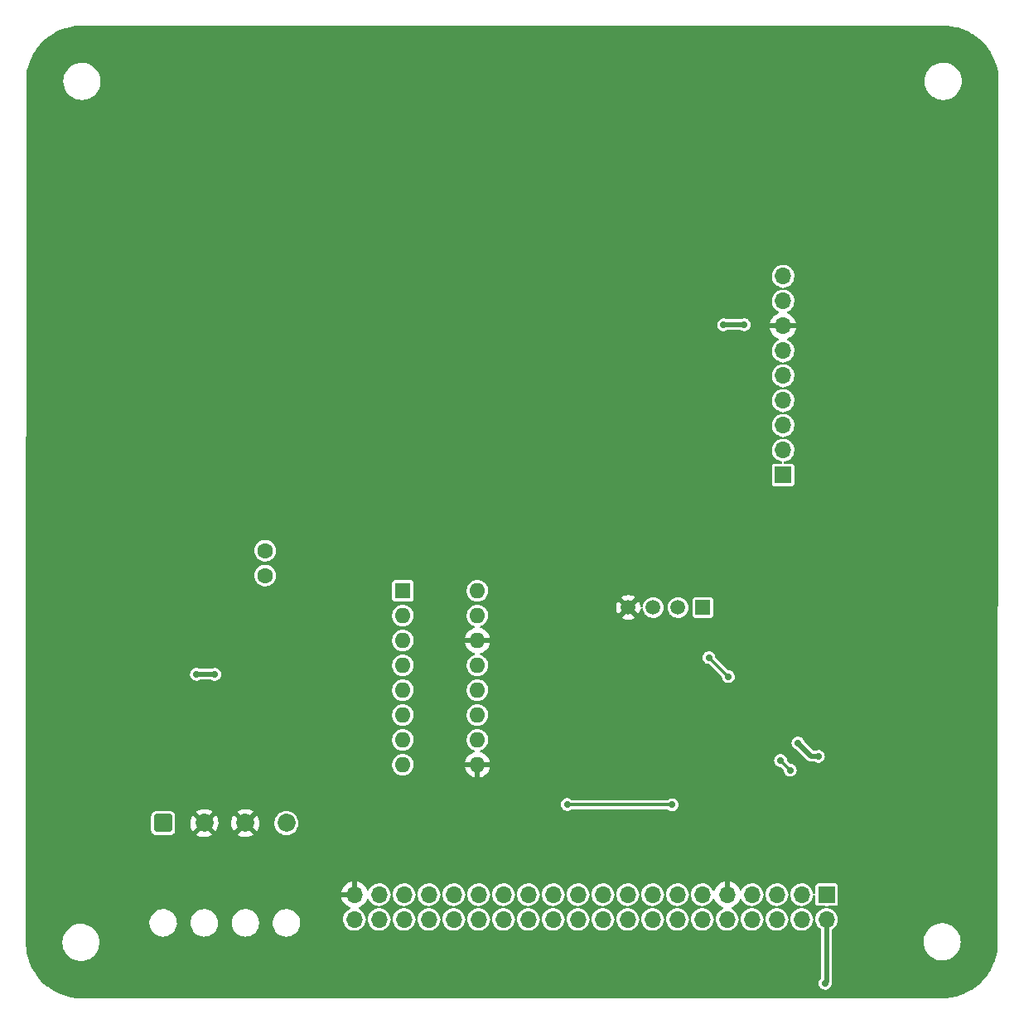
<source format=gbr>
%TF.GenerationSoftware,KiCad,Pcbnew,(6.0.7)*%
%TF.CreationDate,2023-01-28T09:16:53+03:00*%
%TF.ProjectId,Omarichet Sensor Shield 1.2,4f6d6172-6963-4686-9574-2053656e736f,rev?*%
%TF.SameCoordinates,Original*%
%TF.FileFunction,Copper,L2,Bot*%
%TF.FilePolarity,Positive*%
%FSLAX46Y46*%
G04 Gerber Fmt 4.6, Leading zero omitted, Abs format (unit mm)*
G04 Created by KiCad (PCBNEW (6.0.7)) date 2023-01-28 09:16:53*
%MOMM*%
%LPD*%
G01*
G04 APERTURE LIST*
G04 Aperture macros list*
%AMRoundRect*
0 Rectangle with rounded corners*
0 $1 Rounding radius*
0 $2 $3 $4 $5 $6 $7 $8 $9 X,Y pos of 4 corners*
0 Add a 4 corners polygon primitive as box body*
4,1,4,$2,$3,$4,$5,$6,$7,$8,$9,$2,$3,0*
0 Add four circle primitives for the rounded corners*
1,1,$1+$1,$2,$3*
1,1,$1+$1,$4,$5*
1,1,$1+$1,$6,$7*
1,1,$1+$1,$8,$9*
0 Add four rect primitives between the rounded corners*
20,1,$1+$1,$2,$3,$4,$5,0*
20,1,$1+$1,$4,$5,$6,$7,0*
20,1,$1+$1,$6,$7,$8,$9,0*
20,1,$1+$1,$8,$9,$2,$3,0*%
G04 Aperture macros list end*
%TA.AperFunction,ComponentPad*%
%ADD10R,1.500000X1.500000*%
%TD*%
%TA.AperFunction,ComponentPad*%
%ADD11C,1.500000*%
%TD*%
%TA.AperFunction,ComponentPad*%
%ADD12R,1.700000X1.700000*%
%TD*%
%TA.AperFunction,ComponentPad*%
%ADD13O,1.700000X1.700000*%
%TD*%
%TA.AperFunction,ComponentPad*%
%ADD14C,1.600000*%
%TD*%
%TA.AperFunction,ComponentPad*%
%ADD15R,1.600000X1.600000*%
%TD*%
%TA.AperFunction,ComponentPad*%
%ADD16O,1.600000X1.600000*%
%TD*%
%TA.AperFunction,ComponentPad*%
%ADD17RoundRect,0.250000X-0.675000X-0.675000X0.675000X-0.675000X0.675000X0.675000X-0.675000X0.675000X0*%
%TD*%
%TA.AperFunction,ComponentPad*%
%ADD18C,1.850000*%
%TD*%
%TA.AperFunction,ViaPad*%
%ADD19C,0.700000*%
%TD*%
%TA.AperFunction,Conductor*%
%ADD20C,0.500000*%
%TD*%
%TA.AperFunction,Conductor*%
%ADD21C,0.300000*%
%TD*%
G04 APERTURE END LIST*
D10*
%TO.P,U4,1,VCC*%
%TO.N,+3V3*%
X154660000Y-108680000D03*
D11*
%TO.P,U4,2,IO*%
%TO.N,DHTOUT*%
X152120000Y-108680000D03*
%TO.P,U4,3,NC*%
%TO.N,unconnected-(U4-Pad3)*%
X149580000Y-108680000D03*
%TO.P,U4,4,GND*%
%TO.N,GND*%
X147040000Y-108680000D03*
%TD*%
D12*
%TO.P,J1,1,Pin_1*%
%TO.N,unconnected-(J1-Pad1)*%
X162850000Y-95140000D03*
D13*
%TO.P,J1,2,Pin_2*%
%TO.N,unconnected-(J1-Pad2)*%
X162850000Y-92600000D03*
%TO.P,J1,3,Pin_3*%
%TO.N,unconnected-(J1-Pad3)*%
X162850000Y-90060000D03*
%TO.P,J1,4,Pin_4*%
%TO.N,unconnected-(J1-Pad4)*%
X162850000Y-87520000D03*
%TO.P,J1,5,Pin_5*%
%TO.N,TX*%
X162850000Y-84980000D03*
%TO.P,J1,6,Pin_6*%
%TO.N,RX*%
X162850000Y-82440000D03*
%TO.P,J1,7,Pin_7*%
%TO.N,GND*%
X162850000Y-79900000D03*
%TO.P,J1,8,Pin_8*%
%TO.N,+3V3*%
X162850000Y-77360000D03*
%TO.P,J1,9,Pin_9*%
%TO.N,PPS*%
X162850000Y-74820000D03*
%TD*%
D14*
%TO.P,R10,1*%
%TO.N,+5V*%
X109910000Y-102870000D03*
%TO.P,R10,2*%
%TO.N,CH0*%
X109910000Y-105410000D03*
%TD*%
D15*
%TO.P,U6,1,CH0*%
%TO.N,CH0*%
X124000000Y-106965000D03*
D16*
%TO.P,U6,2,CH1*%
%TO.N,CH1*%
X124000000Y-109505000D03*
%TO.P,U6,3,CH2*%
%TO.N,CH2*%
X124000000Y-112045000D03*
%TO.P,U6,4,CH3*%
%TO.N,unconnected-(U6-Pad4)*%
X124000000Y-114585000D03*
%TO.P,U6,5,CH4*%
%TO.N,unconnected-(U6-Pad5)*%
X124000000Y-117125000D03*
%TO.P,U6,6,CH5*%
%TO.N,unconnected-(U6-Pad6)*%
X124000000Y-119665000D03*
%TO.P,U6,7,CH6*%
%TO.N,unconnected-(U6-Pad7)*%
X124000000Y-122205000D03*
%TO.P,U6,8,CH7*%
%TO.N,unconnected-(U6-Pad8)*%
X124000000Y-124745000D03*
%TO.P,U6,9,DGND*%
%TO.N,GND*%
X131620000Y-124745000D03*
%TO.P,U6,10,~{CS}/SHDN*%
%TO.N,CS*%
X131620000Y-122205000D03*
%TO.P,U6,11,Din*%
%TO.N,MOSI*%
X131620000Y-119665000D03*
%TO.P,U6,12,Dout*%
%TO.N,MISO*%
X131620000Y-117125000D03*
%TO.P,U6,13,CLK*%
%TO.N,CLK*%
X131620000Y-114585000D03*
%TO.P,U6,14,AGND*%
%TO.N,GND*%
X131620000Y-112045000D03*
%TO.P,U6,15,Vref*%
%TO.N,+5V*%
X131620000Y-109505000D03*
%TO.P,U6,16,Vdd*%
X131620000Y-106965000D03*
%TD*%
D17*
%TO.P,J2,1,Pin_1*%
%TO.N,IP*%
X99500000Y-130710000D03*
D18*
%TO.P,J2,2,Pin_2*%
%TO.N,GND*%
X103700000Y-130710000D03*
%TO.P,J2,3,Pin_3*%
X107900000Y-130710000D03*
%TO.P,J2,4,Pin_4*%
%TO.N,OP*%
X112100000Y-130710000D03*
%TD*%
D12*
%TO.P,J3,1,Pin_1*%
%TO.N,+3V3*%
X167300000Y-138010000D03*
D13*
%TO.P,J3,2,Pin_2*%
%TO.N,+5V*%
X167300000Y-140550000D03*
%TO.P,J3,3,Pin_3*%
%TO.N,SDA*%
X164760000Y-138010000D03*
%TO.P,J3,4,Pin_4*%
%TO.N,unconnected-(J3-Pad4)*%
X164760000Y-140550000D03*
%TO.P,J3,5,Pin_5*%
%TO.N,SCL*%
X162220000Y-138010000D03*
%TO.P,J3,6,Pin_6*%
%TO.N,unconnected-(J3-Pad6)*%
X162220000Y-140550000D03*
%TO.P,J3,7,Pin_7*%
%TO.N,PPS*%
X159680000Y-138010000D03*
%TO.P,J3,8,Pin_8*%
%TO.N,TX*%
X159680000Y-140550000D03*
%TO.P,J3,9,Pin_9*%
%TO.N,GND*%
X157140000Y-138010000D03*
%TO.P,J3,10,Pin_10*%
%TO.N,RX*%
X157140000Y-140550000D03*
%TO.P,J3,11,Pin_11*%
%TO.N,INT*%
X154600000Y-138010000D03*
%TO.P,J3,12,Pin_12*%
%TO.N,unconnected-(J3-Pad12)*%
X154600000Y-140550000D03*
%TO.P,J3,13,Pin_13*%
%TO.N,ADO*%
X152060000Y-138010000D03*
%TO.P,J3,14,Pin_14*%
%TO.N,unconnected-(J3-Pad14)*%
X152060000Y-140550000D03*
%TO.P,J3,15,Pin_15*%
%TO.N,DHTOUT*%
X149520000Y-138010000D03*
%TO.P,J3,16,Pin_16*%
%TO.N,unconnected-(J3-Pad16)*%
X149520000Y-140550000D03*
%TO.P,J3,17,Pin_17*%
%TO.N,unconnected-(J3-Pad17)*%
X146980000Y-138010000D03*
%TO.P,J3,18,Pin_18*%
%TO.N,OE*%
X146980000Y-140550000D03*
%TO.P,J3,19,Pin_19*%
%TO.N,MOSI1*%
X144440000Y-138010000D03*
%TO.P,J3,20,Pin_20*%
%TO.N,unconnected-(J3-Pad20)*%
X144440000Y-140550000D03*
%TO.P,J3,21,Pin_21*%
%TO.N,MISO1*%
X141900000Y-138010000D03*
%TO.P,J3,22,Pin_22*%
%TO.N,unconnected-(J3-Pad22)*%
X141900000Y-140550000D03*
%TO.P,J3,23,Pin_23*%
%TO.N,CLK1*%
X139360000Y-138010000D03*
%TO.P,J3,24,Pin_24*%
%TO.N,unconnected-(J3-Pad24)*%
X139360000Y-140550000D03*
%TO.P,J3,25,Pin_25*%
%TO.N,unconnected-(J3-Pad25)*%
X136820000Y-138010000D03*
%TO.P,J3,26,Pin_26*%
%TO.N,unconnected-(J3-Pad26)*%
X136820000Y-140550000D03*
%TO.P,J3,27,Pin_27*%
%TO.N,unconnected-(J3-Pad27)*%
X134280000Y-138010000D03*
%TO.P,J3,28,Pin_28*%
%TO.N,unconnected-(J3-Pad28)*%
X134280000Y-140550000D03*
%TO.P,J3,29,Pin_29*%
%TO.N,unconnected-(J3-Pad29)*%
X131740000Y-138010000D03*
%TO.P,J3,30,Pin_30*%
%TO.N,unconnected-(J3-Pad30)*%
X131740000Y-140550000D03*
%TO.P,J3,31,Pin_31*%
%TO.N,unconnected-(J3-Pad31)*%
X129200000Y-138010000D03*
%TO.P,J3,32,Pin_32*%
%TO.N,unconnected-(J3-Pad32)*%
X129200000Y-140550000D03*
%TO.P,J3,33,Pin_33*%
%TO.N,unconnected-(J3-Pad33)*%
X126660000Y-138010000D03*
%TO.P,J3,34,Pin_34*%
%TO.N,unconnected-(J3-Pad34)*%
X126660000Y-140550000D03*
%TO.P,J3,35,Pin_35*%
%TO.N,unconnected-(J3-Pad35)*%
X124120000Y-138010000D03*
%TO.P,J3,36,Pin_36*%
%TO.N,unconnected-(J3-Pad36)*%
X124120000Y-140550000D03*
%TO.P,J3,37,Pin_37*%
%TO.N,CS1*%
X121580000Y-138010000D03*
%TO.P,J3,38,Pin_38*%
%TO.N,unconnected-(J3-Pad38)*%
X121580000Y-140550000D03*
%TO.P,J3,39,Pin_39*%
%TO.N,GND*%
X119040000Y-138010000D03*
%TO.P,J3,40,Pin_40*%
%TO.N,unconnected-(J3-Pad40)*%
X119040000Y-140550000D03*
%TD*%
D19*
%TO.N,+5V*%
X104780000Y-115510000D03*
X102890000Y-115500000D03*
X167150000Y-147080000D03*
%TO.N,GND*%
X159830000Y-115330000D03*
X162180000Y-119360000D03*
X152830000Y-119940000D03*
X114860000Y-119420000D03*
X113800000Y-125310000D03*
X136040000Y-125420000D03*
X141350000Y-113340000D03*
X161600000Y-121780000D03*
X144450000Y-124390000D03*
X163510000Y-111740000D03*
X166050000Y-127520000D03*
X135360000Y-108080000D03*
X164324622Y-114835378D03*
X169150000Y-114360000D03*
X168900000Y-119400000D03*
X143270000Y-114070000D03*
X151960000Y-123840000D03*
X116210000Y-123100000D03*
X155080000Y-118250000D03*
X111430000Y-109330000D03*
X109850000Y-115460000D03*
X156370000Y-119530000D03*
%TO.N,+3V3*%
X151500000Y-128830000D03*
X140790000Y-128800000D03*
X157250000Y-115740000D03*
X155280000Y-113800000D03*
X166454622Y-123894622D03*
X164375378Y-122525378D03*
X156770000Y-79780000D03*
X158890000Y-79770000D03*
%TO.N,SDA*%
X162590378Y-124310378D03*
X163579622Y-125299622D03*
%TD*%
D20*
%TO.N,+5V*%
X167150000Y-147080000D02*
X167300000Y-146930000D01*
X104780000Y-115510000D02*
X102900000Y-115510000D01*
X167300000Y-146930000D02*
X167300000Y-140550000D01*
X102900000Y-115510000D02*
X102890000Y-115500000D01*
%TO.N,+3V3*%
X156780000Y-79770000D02*
X156770000Y-79780000D01*
X166430000Y-123870000D02*
X166454622Y-123894622D01*
D21*
X155280000Y-113800000D02*
X155310000Y-113800000D01*
X151500000Y-128830000D02*
X140820000Y-128830000D01*
D20*
X164375378Y-122525378D02*
X165720000Y-123870000D01*
X158890000Y-79770000D02*
X156780000Y-79770000D01*
D21*
X155310000Y-113800000D02*
X157250000Y-115740000D01*
X140820000Y-128830000D02*
X140790000Y-128800000D01*
D20*
X165720000Y-123870000D02*
X166430000Y-123870000D01*
D21*
%TO.N,SDA*%
X163565000Y-125235000D02*
X163565000Y-125285000D01*
X163515000Y-125235000D02*
X163565000Y-125235000D01*
X162590378Y-124310378D02*
X163515000Y-125235000D01*
X163565000Y-125285000D02*
X163579622Y-125299622D01*
%TD*%
%TA.AperFunction,Conductor*%
%TO.N,GND*%
G36*
X131060917Y-49196563D02*
G01*
X179163783Y-49200497D01*
X179184767Y-49202288D01*
X179201326Y-49205133D01*
X179212002Y-49203202D01*
X179215758Y-49203186D01*
X179236100Y-49201722D01*
X179643609Y-49216074D01*
X179653383Y-49216806D01*
X180088217Y-49266726D01*
X180097898Y-49268227D01*
X180527413Y-49352346D01*
X180536933Y-49354604D01*
X180747712Y-49413506D01*
X180958481Y-49472405D01*
X180967813Y-49475416D01*
X181378701Y-49626144D01*
X181387766Y-49629882D01*
X181785475Y-49812613D01*
X181794216Y-49817056D01*
X182176237Y-50030637D01*
X182184600Y-50035757D01*
X182548546Y-50278853D01*
X182556478Y-50284617D01*
X182900084Y-50555714D01*
X182907531Y-50562083D01*
X182956328Y-50607276D01*
X183228653Y-50859493D01*
X183235573Y-50866431D01*
X183532183Y-51188278D01*
X183538521Y-51195725D01*
X183654711Y-51343740D01*
X183808784Y-51540015D01*
X183814525Y-51547955D01*
X184056742Y-51912529D01*
X184061819Y-51920869D01*
X184195891Y-52162071D01*
X184274467Y-52303433D01*
X184278888Y-52312185D01*
X184460633Y-52710334D01*
X184464349Y-52719409D01*
X184614065Y-53130674D01*
X184617053Y-53140013D01*
X184733808Y-53561831D01*
X184736048Y-53571377D01*
X184819108Y-54001105D01*
X184820586Y-54010798D01*
X184869429Y-54445719D01*
X184870138Y-54455499D01*
X184883492Y-54863267D01*
X184882018Y-54883067D01*
X184881990Y-54887150D01*
X184880034Y-54897820D01*
X184882890Y-54914685D01*
X184884629Y-54935499D01*
X184865409Y-74795420D01*
X184799535Y-142862779D01*
X184797652Y-142884186D01*
X184794864Y-142900000D01*
X184796748Y-142910685D01*
X184796748Y-142914353D01*
X184798133Y-142934793D01*
X184787014Y-143217792D01*
X184782122Y-143342299D01*
X184781358Y-143352006D01*
X184729900Y-143786771D01*
X184728377Y-143796387D01*
X184642972Y-144225746D01*
X184640699Y-144235213D01*
X184521873Y-144656540D01*
X184518865Y-144665801D01*
X184474660Y-144785625D01*
X184367337Y-145076535D01*
X184363611Y-145085530D01*
X184180332Y-145483093D01*
X184175912Y-145491768D01*
X183962001Y-145873735D01*
X183956913Y-145882037D01*
X183713699Y-146246031D01*
X183707978Y-146253905D01*
X183453458Y-146576764D01*
X183436949Y-146597705D01*
X183430626Y-146605108D01*
X183133462Y-146926577D01*
X183126577Y-146933462D01*
X182996026Y-147054143D01*
X182814218Y-147222205D01*
X182805108Y-147230626D01*
X182797711Y-147236944D01*
X182605146Y-147388750D01*
X182453908Y-147507976D01*
X182446034Y-147513697D01*
X182122285Y-147730020D01*
X182082037Y-147756913D01*
X182073735Y-147762001D01*
X181691768Y-147975912D01*
X181683093Y-147980332D01*
X181557093Y-148038419D01*
X181285521Y-148163615D01*
X181276544Y-148167333D01*
X180940145Y-148291438D01*
X180865801Y-148318865D01*
X180856540Y-148321873D01*
X180435213Y-148440699D01*
X180425746Y-148442972D01*
X179996387Y-148528377D01*
X179986771Y-148529900D01*
X179552006Y-148581358D01*
X179542307Y-148582121D01*
X179134793Y-148598133D01*
X179114353Y-148596748D01*
X179110685Y-148596748D01*
X179100000Y-148594864D01*
X179084391Y-148597616D01*
X179062861Y-148599500D01*
X135619062Y-148599500D01*
X91138032Y-148599499D01*
X91115990Y-148597524D01*
X91101275Y-148594866D01*
X91090584Y-148596705D01*
X91086525Y-148596688D01*
X91066512Y-148597948D01*
X90648117Y-148579232D01*
X90638115Y-148578377D01*
X90193076Y-148522116D01*
X90183187Y-148520457D01*
X89744171Y-148428351D01*
X89734430Y-148425891D01*
X89304326Y-148298549D01*
X89294823Y-148295312D01*
X88876415Y-148133556D01*
X88867216Y-148129564D01*
X88463292Y-147934472D01*
X88454429Y-147929739D01*
X88067643Y-147702595D01*
X88059192Y-147697161D01*
X87692042Y-147439432D01*
X87684060Y-147433331D01*
X87338995Y-147146735D01*
X87331532Y-147140007D01*
X87010811Y-146826422D01*
X87003917Y-146819113D01*
X86709620Y-146480573D01*
X86703341Y-146472729D01*
X86437432Y-146111494D01*
X86431808Y-146103168D01*
X86196005Y-145721567D01*
X86191075Y-145712813D01*
X85986955Y-145313404D01*
X85982748Y-145304279D01*
X85941133Y-145203442D01*
X85811622Y-144889623D01*
X85808170Y-144880191D01*
X85782612Y-144800500D01*
X85671180Y-144453052D01*
X85668504Y-144443375D01*
X85668138Y-144441804D01*
X85566547Y-144006559D01*
X85564662Y-143996694D01*
X85562593Y-143982836D01*
X85498403Y-143553039D01*
X85497323Y-143543053D01*
X85493463Y-143485694D01*
X85475725Y-143222156D01*
X85469192Y-143125086D01*
X85469989Y-143105311D01*
X85469877Y-143101099D01*
X85471475Y-143090367D01*
X85469307Y-143079737D01*
X85469278Y-143078649D01*
X85466965Y-143055688D01*
X85467008Y-142943233D01*
X89194906Y-142943233D01*
X89195333Y-142947708D01*
X89195333Y-142947709D01*
X89215905Y-143163320D01*
X89221102Y-143217792D01*
X89222170Y-143222156D01*
X89253069Y-143348429D01*
X89286657Y-143485694D01*
X89288340Y-143489850D01*
X89288342Y-143489855D01*
X89371515Y-143695197D01*
X89390199Y-143741326D01*
X89529558Y-143979335D01*
X89701816Y-144194732D01*
X89903364Y-144383008D01*
X90047745Y-144483168D01*
X90126281Y-144537651D01*
X90126285Y-144537653D01*
X90129979Y-144540216D01*
X90134004Y-144542218D01*
X90134005Y-144542219D01*
X90372887Y-144661062D01*
X90372892Y-144661064D01*
X90376914Y-144663065D01*
X90569398Y-144726164D01*
X90630402Y-144746162D01*
X90638998Y-144748980D01*
X90719949Y-144763035D01*
X90907004Y-144795514D01*
X90907009Y-144795515D01*
X90910738Y-144796162D01*
X90948373Y-144798036D01*
X90996340Y-144800424D01*
X90996359Y-144800424D01*
X90997876Y-144800500D01*
X91170070Y-144800500D01*
X91375083Y-144785625D01*
X91379464Y-144784658D01*
X91379469Y-144784657D01*
X91498372Y-144758405D01*
X91644403Y-144726164D01*
X91648594Y-144724576D01*
X91648598Y-144724575D01*
X91810951Y-144663065D01*
X91902319Y-144628449D01*
X91930016Y-144613065D01*
X92139505Y-144496704D01*
X92143428Y-144494525D01*
X92293571Y-144379939D01*
X92359112Y-144329920D01*
X92359116Y-144329916D01*
X92362678Y-144327198D01*
X92555477Y-144129974D01*
X92717787Y-143906984D01*
X92719872Y-143903021D01*
X92719877Y-143903013D01*
X92844117Y-143666869D01*
X92846206Y-143662899D01*
X92872678Y-143587938D01*
X92936552Y-143407059D01*
X92938045Y-143402832D01*
X92938913Y-143398429D01*
X92990511Y-143136643D01*
X92990512Y-143136638D01*
X92991380Y-143132232D01*
X92998237Y-142994500D01*
X93004871Y-142861252D01*
X93004871Y-142861248D01*
X93005094Y-142856767D01*
X93000751Y-142811252D01*
X92979325Y-142586680D01*
X92979324Y-142586676D01*
X92978898Y-142582208D01*
X92922462Y-142351571D01*
X92914411Y-142318669D01*
X92914409Y-142318664D01*
X92913343Y-142314306D01*
X92911326Y-142309326D01*
X92811486Y-142062833D01*
X92811484Y-142062828D01*
X92809801Y-142058674D01*
X92670442Y-141820665D01*
X92498184Y-141605268D01*
X92296636Y-141416992D01*
X92139807Y-141308196D01*
X92073719Y-141262349D01*
X92073715Y-141262347D01*
X92070021Y-141259784D01*
X91983717Y-141216848D01*
X91827113Y-141138938D01*
X91827108Y-141138936D01*
X91823086Y-141136935D01*
X91561002Y-141051020D01*
X91480051Y-141036965D01*
X91292996Y-141004486D01*
X91292991Y-141004485D01*
X91289262Y-141003838D01*
X91251627Y-141001964D01*
X91203660Y-140999576D01*
X91203641Y-140999576D01*
X91202124Y-140999500D01*
X91029930Y-140999500D01*
X90824917Y-141014375D01*
X90820536Y-141015342D01*
X90820531Y-141015343D01*
X90708907Y-141039988D01*
X90555597Y-141073836D01*
X90551406Y-141075424D01*
X90551402Y-141075425D01*
X90433857Y-141119959D01*
X90297681Y-141171551D01*
X90056572Y-141305475D01*
X90039123Y-141318792D01*
X89840888Y-141470080D01*
X89840884Y-141470084D01*
X89837322Y-141472802D01*
X89644523Y-141670026D01*
X89641881Y-141673655D01*
X89641879Y-141673658D01*
X89573818Y-141767164D01*
X89482213Y-141893016D01*
X89480128Y-141896979D01*
X89480123Y-141896987D01*
X89419174Y-142012833D01*
X89353794Y-142137101D01*
X89352301Y-142141328D01*
X89352300Y-142141331D01*
X89335916Y-142187728D01*
X89261955Y-142397168D01*
X89261088Y-142401569D01*
X89261087Y-142401571D01*
X89225484Y-142582208D01*
X89208620Y-142667768D01*
X89208397Y-142672253D01*
X89197619Y-142888748D01*
X89194906Y-142943233D01*
X85467008Y-142943233D01*
X85467807Y-140843789D01*
X98095996Y-140843789D01*
X98096193Y-140849031D01*
X98104693Y-141075425D01*
X98104913Y-141081295D01*
X98105990Y-141086430D01*
X98105991Y-141086435D01*
X98151493Y-141303296D01*
X98153719Y-141313904D01*
X98155648Y-141318788D01*
X98155649Y-141318792D01*
X98176127Y-141370644D01*
X98241020Y-141534963D01*
X98243741Y-141539447D01*
X98243743Y-141539451D01*
X98308783Y-141646633D01*
X98364319Y-141738153D01*
X98520090Y-141917664D01*
X98622686Y-142001787D01*
X98692065Y-142058674D01*
X98703880Y-142068362D01*
X98708441Y-142070958D01*
X98708442Y-142070959D01*
X98905875Y-142183345D01*
X98905880Y-142183347D01*
X98910433Y-142185939D01*
X99133844Y-142267034D01*
X99367725Y-142309326D01*
X99392619Y-142310500D01*
X99559680Y-142310500D01*
X99562296Y-142310278D01*
X99562297Y-142310278D01*
X99731590Y-142295913D01*
X99736823Y-142295469D01*
X99966874Y-142235760D01*
X100183576Y-142138143D01*
X100380732Y-142005409D01*
X100552705Y-141841355D01*
X100694579Y-141650670D01*
X100696958Y-141645991D01*
X100799913Y-141443493D01*
X100799915Y-141443488D01*
X100802295Y-141438807D01*
X100806269Y-141426011D01*
X100871215Y-141216848D01*
X100872775Y-141211824D01*
X100873466Y-141206612D01*
X100903315Y-140981412D01*
X100903315Y-140981408D01*
X100904004Y-140976211D01*
X100899032Y-140843789D01*
X102295996Y-140843789D01*
X102296193Y-140849031D01*
X102304693Y-141075425D01*
X102304913Y-141081295D01*
X102305990Y-141086430D01*
X102305991Y-141086435D01*
X102351493Y-141303296D01*
X102353719Y-141313904D01*
X102355648Y-141318788D01*
X102355649Y-141318792D01*
X102376127Y-141370644D01*
X102441020Y-141534963D01*
X102443741Y-141539447D01*
X102443743Y-141539451D01*
X102508783Y-141646633D01*
X102564319Y-141738153D01*
X102720090Y-141917664D01*
X102822686Y-142001787D01*
X102892065Y-142058674D01*
X102903880Y-142068362D01*
X102908441Y-142070958D01*
X102908442Y-142070959D01*
X103105875Y-142183345D01*
X103105880Y-142183347D01*
X103110433Y-142185939D01*
X103333844Y-142267034D01*
X103567725Y-142309326D01*
X103592619Y-142310500D01*
X103759680Y-142310500D01*
X103762296Y-142310278D01*
X103762297Y-142310278D01*
X103931590Y-142295913D01*
X103936823Y-142295469D01*
X104166874Y-142235760D01*
X104383576Y-142138143D01*
X104580732Y-142005409D01*
X104752705Y-141841355D01*
X104894579Y-141650670D01*
X104896958Y-141645991D01*
X104999913Y-141443493D01*
X104999915Y-141443488D01*
X105002295Y-141438807D01*
X105006269Y-141426011D01*
X105071215Y-141216848D01*
X105072775Y-141211824D01*
X105073466Y-141206612D01*
X105103315Y-140981412D01*
X105103315Y-140981408D01*
X105104004Y-140976211D01*
X105099032Y-140843789D01*
X106495996Y-140843789D01*
X106496193Y-140849031D01*
X106504693Y-141075425D01*
X106504913Y-141081295D01*
X106505990Y-141086430D01*
X106505991Y-141086435D01*
X106551493Y-141303296D01*
X106553719Y-141313904D01*
X106555648Y-141318788D01*
X106555649Y-141318792D01*
X106576127Y-141370644D01*
X106641020Y-141534963D01*
X106643741Y-141539447D01*
X106643743Y-141539451D01*
X106708783Y-141646633D01*
X106764319Y-141738153D01*
X106920090Y-141917664D01*
X107022686Y-142001787D01*
X107092065Y-142058674D01*
X107103880Y-142068362D01*
X107108441Y-142070958D01*
X107108442Y-142070959D01*
X107305875Y-142183345D01*
X107305880Y-142183347D01*
X107310433Y-142185939D01*
X107533844Y-142267034D01*
X107767725Y-142309326D01*
X107792619Y-142310500D01*
X107959680Y-142310500D01*
X107962296Y-142310278D01*
X107962297Y-142310278D01*
X108131590Y-142295913D01*
X108136823Y-142295469D01*
X108366874Y-142235760D01*
X108583576Y-142138143D01*
X108780732Y-142005409D01*
X108952705Y-141841355D01*
X109094579Y-141650670D01*
X109096958Y-141645991D01*
X109199913Y-141443493D01*
X109199915Y-141443488D01*
X109202295Y-141438807D01*
X109206269Y-141426011D01*
X109271215Y-141216848D01*
X109272775Y-141211824D01*
X109273466Y-141206612D01*
X109303315Y-140981412D01*
X109303315Y-140981408D01*
X109304004Y-140976211D01*
X109299032Y-140843789D01*
X110695996Y-140843789D01*
X110696193Y-140849031D01*
X110704693Y-141075425D01*
X110704913Y-141081295D01*
X110705990Y-141086430D01*
X110705991Y-141086435D01*
X110751493Y-141303296D01*
X110753719Y-141313904D01*
X110755648Y-141318788D01*
X110755649Y-141318792D01*
X110776127Y-141370644D01*
X110841020Y-141534963D01*
X110843741Y-141539447D01*
X110843743Y-141539451D01*
X110908783Y-141646633D01*
X110964319Y-141738153D01*
X111120090Y-141917664D01*
X111222686Y-142001787D01*
X111292065Y-142058674D01*
X111303880Y-142068362D01*
X111308441Y-142070958D01*
X111308442Y-142070959D01*
X111505875Y-142183345D01*
X111505880Y-142183347D01*
X111510433Y-142185939D01*
X111733844Y-142267034D01*
X111967725Y-142309326D01*
X111992619Y-142310500D01*
X112159680Y-142310500D01*
X112162296Y-142310278D01*
X112162297Y-142310278D01*
X112331590Y-142295913D01*
X112336823Y-142295469D01*
X112566874Y-142235760D01*
X112783576Y-142138143D01*
X112980732Y-142005409D01*
X113152705Y-141841355D01*
X113294579Y-141650670D01*
X113296958Y-141645991D01*
X113399913Y-141443493D01*
X113399915Y-141443488D01*
X113402295Y-141438807D01*
X113406269Y-141426011D01*
X113471215Y-141216848D01*
X113472775Y-141211824D01*
X113473466Y-141206612D01*
X113503315Y-140981412D01*
X113503315Y-140981408D01*
X113504004Y-140976211D01*
X113495087Y-140738705D01*
X113476964Y-140652327D01*
X113447361Y-140511242D01*
X113447360Y-140511239D01*
X113446281Y-140506096D01*
X113358980Y-140285037D01*
X113291607Y-140174009D01*
X113238408Y-140086341D01*
X113235681Y-140081847D01*
X113079910Y-139902336D01*
X112922184Y-139773009D01*
X112900179Y-139754966D01*
X112900178Y-139754965D01*
X112896120Y-139751638D01*
X112778687Y-139684791D01*
X112694125Y-139636655D01*
X112694120Y-139636653D01*
X112689567Y-139634061D01*
X112466156Y-139552966D01*
X112232275Y-139510674D01*
X112207381Y-139509500D01*
X112040320Y-139509500D01*
X112037704Y-139509722D01*
X112037703Y-139509722D01*
X112026484Y-139510674D01*
X111863177Y-139524531D01*
X111633126Y-139584240D01*
X111416424Y-139681857D01*
X111219268Y-139814591D01*
X111047295Y-139978645D01*
X110905421Y-140169330D01*
X110903042Y-140174008D01*
X110903042Y-140174009D01*
X110816056Y-140345100D01*
X110797705Y-140381193D01*
X110796146Y-140386213D01*
X110796145Y-140386216D01*
X110743940Y-140554346D01*
X110727225Y-140608176D01*
X110726534Y-140613386D01*
X110726534Y-140613388D01*
X110698471Y-140825118D01*
X110695996Y-140843789D01*
X109299032Y-140843789D01*
X109295087Y-140738705D01*
X109276964Y-140652327D01*
X109247361Y-140511242D01*
X109247360Y-140511239D01*
X109246281Y-140506096D01*
X109158980Y-140285037D01*
X109091607Y-140174009D01*
X109038408Y-140086341D01*
X109035681Y-140081847D01*
X108879910Y-139902336D01*
X108722184Y-139773009D01*
X108700179Y-139754966D01*
X108700178Y-139754965D01*
X108696120Y-139751638D01*
X108578687Y-139684791D01*
X108494125Y-139636655D01*
X108494120Y-139636653D01*
X108489567Y-139634061D01*
X108266156Y-139552966D01*
X108032275Y-139510674D01*
X108007381Y-139509500D01*
X107840320Y-139509500D01*
X107837704Y-139509722D01*
X107837703Y-139509722D01*
X107826484Y-139510674D01*
X107663177Y-139524531D01*
X107433126Y-139584240D01*
X107216424Y-139681857D01*
X107019268Y-139814591D01*
X106847295Y-139978645D01*
X106705421Y-140169330D01*
X106703042Y-140174008D01*
X106703042Y-140174009D01*
X106616056Y-140345100D01*
X106597705Y-140381193D01*
X106596146Y-140386213D01*
X106596145Y-140386216D01*
X106543940Y-140554346D01*
X106527225Y-140608176D01*
X106526534Y-140613386D01*
X106526534Y-140613388D01*
X106498471Y-140825118D01*
X106495996Y-140843789D01*
X105099032Y-140843789D01*
X105095087Y-140738705D01*
X105076964Y-140652327D01*
X105047361Y-140511242D01*
X105047360Y-140511239D01*
X105046281Y-140506096D01*
X104958980Y-140285037D01*
X104891607Y-140174009D01*
X104838408Y-140086341D01*
X104835681Y-140081847D01*
X104679910Y-139902336D01*
X104522184Y-139773009D01*
X104500179Y-139754966D01*
X104500178Y-139754965D01*
X104496120Y-139751638D01*
X104378687Y-139684791D01*
X104294125Y-139636655D01*
X104294120Y-139636653D01*
X104289567Y-139634061D01*
X104066156Y-139552966D01*
X103832275Y-139510674D01*
X103807381Y-139509500D01*
X103640320Y-139509500D01*
X103637704Y-139509722D01*
X103637703Y-139509722D01*
X103626484Y-139510674D01*
X103463177Y-139524531D01*
X103233126Y-139584240D01*
X103016424Y-139681857D01*
X102819268Y-139814591D01*
X102647295Y-139978645D01*
X102505421Y-140169330D01*
X102503042Y-140174008D01*
X102503042Y-140174009D01*
X102416056Y-140345100D01*
X102397705Y-140381193D01*
X102396146Y-140386213D01*
X102396145Y-140386216D01*
X102343940Y-140554346D01*
X102327225Y-140608176D01*
X102326534Y-140613386D01*
X102326534Y-140613388D01*
X102298471Y-140825118D01*
X102295996Y-140843789D01*
X100899032Y-140843789D01*
X100895087Y-140738705D01*
X100876964Y-140652327D01*
X100847361Y-140511242D01*
X100847360Y-140511239D01*
X100846281Y-140506096D01*
X100758980Y-140285037D01*
X100691607Y-140174009D01*
X100638408Y-140086341D01*
X100635681Y-140081847D01*
X100479910Y-139902336D01*
X100322184Y-139773009D01*
X100300179Y-139754966D01*
X100300178Y-139754965D01*
X100296120Y-139751638D01*
X100178687Y-139684791D01*
X100094125Y-139636655D01*
X100094120Y-139636653D01*
X100089567Y-139634061D01*
X99866156Y-139552966D01*
X99632275Y-139510674D01*
X99607381Y-139509500D01*
X99440320Y-139509500D01*
X99437704Y-139509722D01*
X99437703Y-139509722D01*
X99426484Y-139510674D01*
X99263177Y-139524531D01*
X99033126Y-139584240D01*
X98816424Y-139681857D01*
X98619268Y-139814591D01*
X98447295Y-139978645D01*
X98305421Y-140169330D01*
X98303042Y-140174008D01*
X98303042Y-140174009D01*
X98216056Y-140345100D01*
X98197705Y-140381193D01*
X98196146Y-140386213D01*
X98196145Y-140386216D01*
X98143940Y-140554346D01*
X98127225Y-140608176D01*
X98126534Y-140613386D01*
X98126534Y-140613388D01*
X98098471Y-140825118D01*
X98095996Y-140843789D01*
X85467807Y-140843789D01*
X85468783Y-138277748D01*
X117708208Y-138277748D01*
X117738580Y-138412517D01*
X117741618Y-138422209D01*
X117821800Y-138619675D01*
X117826374Y-138628730D01*
X117937731Y-138810448D01*
X117943725Y-138818639D01*
X118083270Y-138979734D01*
X118090515Y-138986829D01*
X118254497Y-139122969D01*
X118262813Y-139128791D01*
X118446820Y-139236317D01*
X118455966Y-139240698D01*
X118544791Y-139274617D01*
X118600398Y-139316922D01*
X118624305Y-139382574D01*
X118608923Y-139450730D01*
X118559135Y-139499750D01*
X118552954Y-139502530D01*
X118553040Y-139502711D01*
X118547901Y-139505162D01*
X118542575Y-139507127D01*
X118537697Y-139510029D01*
X118537695Y-139510030D01*
X118365740Y-139612332D01*
X118365737Y-139612334D01*
X118360856Y-139615238D01*
X118201881Y-139754655D01*
X118198362Y-139759119D01*
X118198359Y-139759122D01*
X118180782Y-139781419D01*
X118070976Y-139920708D01*
X117972523Y-140107836D01*
X117970837Y-140113267D01*
X117970835Y-140113271D01*
X117913203Y-140298879D01*
X117909820Y-140309773D01*
X117909152Y-140315418D01*
X117909151Y-140315422D01*
X117901921Y-140376507D01*
X117884967Y-140519754D01*
X117885338Y-140525416D01*
X117885338Y-140525420D01*
X117889488Y-140588736D01*
X117898796Y-140730749D01*
X117950845Y-140935690D01*
X117953219Y-140940841D01*
X117953221Y-140940845D01*
X118021493Y-141088938D01*
X118039369Y-141127714D01*
X118042647Y-141132352D01*
X118134520Y-141262349D01*
X118161405Y-141300391D01*
X118312865Y-141447937D01*
X118317588Y-141451093D01*
X118317592Y-141451096D01*
X118388663Y-141498584D01*
X118488677Y-141565411D01*
X118682953Y-141648878D01*
X118746283Y-141663208D01*
X118883638Y-141694289D01*
X118883642Y-141694290D01*
X118889186Y-141695544D01*
X119015651Y-141700513D01*
X119094789Y-141703623D01*
X119094791Y-141703623D01*
X119100470Y-141703846D01*
X119106090Y-141703031D01*
X119106092Y-141703031D01*
X119304103Y-141674320D01*
X119304104Y-141674320D01*
X119309730Y-141673504D01*
X119390781Y-141645991D01*
X119504565Y-141607367D01*
X119504568Y-141607366D01*
X119509955Y-141605537D01*
X119514916Y-141602759D01*
X119514922Y-141602756D01*
X119627960Y-141539451D01*
X119694442Y-141502219D01*
X119729813Y-141472802D01*
X119852645Y-141370644D01*
X119857012Y-141367012D01*
X119905928Y-141308196D01*
X119988584Y-141208813D01*
X119988585Y-141208811D01*
X119992219Y-141204442D01*
X120056905Y-141088938D01*
X120092756Y-141024922D01*
X120092759Y-141024916D01*
X120095537Y-141019955D01*
X120097542Y-141014050D01*
X120161675Y-140825118D01*
X120163504Y-140819730D01*
X120174492Y-140743949D01*
X120187820Y-140652033D01*
X120216921Y-140588512D01*
X120270667Y-140554063D01*
X120218057Y-140522081D01*
X120187453Y-140459271D01*
X120186232Y-140449909D01*
X120176601Y-140345100D01*
X120176081Y-140339440D01*
X120118686Y-140135931D01*
X120025165Y-139946290D01*
X119898651Y-139776867D01*
X119894481Y-139773012D01*
X119894478Y-139773009D01*
X119830319Y-139713702D01*
X119743381Y-139633337D01*
X119668986Y-139586397D01*
X119569363Y-139523539D01*
X119569361Y-139523538D01*
X119564554Y-139520505D01*
X119535953Y-139509094D01*
X119480982Y-139465971D01*
X119458051Y-139399971D01*
X119474442Y-139332052D01*
X119524951Y-139283776D01*
X119536654Y-139278474D01*
X119541768Y-139276470D01*
X119733168Y-139182703D01*
X119741877Y-139177512D01*
X119915402Y-139053739D01*
X119923135Y-139047203D01*
X120074103Y-138896760D01*
X120080687Y-138889024D01*
X120205050Y-138715955D01*
X120210278Y-138707254D01*
X120304708Y-138516190D01*
X120309743Y-138503474D01*
X120352724Y-138448389D01*
X120418663Y-138425286D01*
X120486626Y-138441500D01*
X120537645Y-138497208D01*
X120540534Y-138503474D01*
X120579369Y-138587714D01*
X120582647Y-138592352D01*
X120670001Y-138715955D01*
X120701405Y-138760391D01*
X120852865Y-138907937D01*
X120857588Y-138911093D01*
X120857592Y-138911096D01*
X120928663Y-138958584D01*
X121028677Y-139025411D01*
X121222953Y-139108878D01*
X121258277Y-139116871D01*
X121423638Y-139154289D01*
X121423642Y-139154290D01*
X121429186Y-139155544D01*
X121448328Y-139156296D01*
X121514543Y-139178596D01*
X121558190Y-139233156D01*
X121565412Y-139302651D01*
X121533914Y-139365018D01*
X121473699Y-139400457D01*
X121464460Y-139402409D01*
X121286550Y-139432979D01*
X121286547Y-139432980D01*
X121280953Y-139433941D01*
X121082575Y-139507127D01*
X121077697Y-139510029D01*
X121077695Y-139510030D01*
X120905740Y-139612332D01*
X120905737Y-139612334D01*
X120900856Y-139615238D01*
X120741881Y-139754655D01*
X120738362Y-139759119D01*
X120738359Y-139759122D01*
X120720782Y-139781419D01*
X120610976Y-139920708D01*
X120512523Y-140107836D01*
X120510837Y-140113267D01*
X120510835Y-140113271D01*
X120453203Y-140298879D01*
X120449820Y-140309773D01*
X120432851Y-140453140D01*
X120405425Y-140517398D01*
X120350974Y-140554346D01*
X120404347Y-140588736D01*
X120433296Y-140652327D01*
X120434271Y-140661707D01*
X120438796Y-140730749D01*
X120490845Y-140935690D01*
X120493219Y-140940841D01*
X120493221Y-140940845D01*
X120561493Y-141088938D01*
X120579369Y-141127714D01*
X120582647Y-141132352D01*
X120674520Y-141262349D01*
X120701405Y-141300391D01*
X120852865Y-141447937D01*
X120857588Y-141451093D01*
X120857592Y-141451096D01*
X120928663Y-141498584D01*
X121028677Y-141565411D01*
X121222953Y-141648878D01*
X121286283Y-141663208D01*
X121423638Y-141694289D01*
X121423642Y-141694290D01*
X121429186Y-141695544D01*
X121555651Y-141700513D01*
X121634789Y-141703623D01*
X121634791Y-141703623D01*
X121640470Y-141703846D01*
X121646090Y-141703031D01*
X121646092Y-141703031D01*
X121844103Y-141674320D01*
X121844104Y-141674320D01*
X121849730Y-141673504D01*
X121930781Y-141645991D01*
X122044565Y-141607367D01*
X122044568Y-141607366D01*
X122049955Y-141605537D01*
X122054916Y-141602759D01*
X122054922Y-141602756D01*
X122167960Y-141539451D01*
X122234442Y-141502219D01*
X122269813Y-141472802D01*
X122392645Y-141370644D01*
X122397012Y-141367012D01*
X122445928Y-141308196D01*
X122528584Y-141208813D01*
X122528585Y-141208811D01*
X122532219Y-141204442D01*
X122596905Y-141088938D01*
X122632756Y-141024922D01*
X122632759Y-141024916D01*
X122635537Y-141019955D01*
X122637542Y-141014050D01*
X122701675Y-140825118D01*
X122703504Y-140819730D01*
X122714492Y-140743949D01*
X122727820Y-140652033D01*
X122756921Y-140588512D01*
X122810225Y-140554346D01*
X122890974Y-140554346D01*
X122944347Y-140588736D01*
X122973296Y-140652327D01*
X122974271Y-140661707D01*
X122978796Y-140730749D01*
X123030845Y-140935690D01*
X123033219Y-140940841D01*
X123033221Y-140940845D01*
X123101493Y-141088938D01*
X123119369Y-141127714D01*
X123122647Y-141132352D01*
X123214520Y-141262349D01*
X123241405Y-141300391D01*
X123392865Y-141447937D01*
X123397588Y-141451093D01*
X123397592Y-141451096D01*
X123468663Y-141498584D01*
X123568677Y-141565411D01*
X123762953Y-141648878D01*
X123826283Y-141663208D01*
X123963638Y-141694289D01*
X123963642Y-141694290D01*
X123969186Y-141695544D01*
X124095651Y-141700513D01*
X124174789Y-141703623D01*
X124174791Y-141703623D01*
X124180470Y-141703846D01*
X124186090Y-141703031D01*
X124186092Y-141703031D01*
X124384103Y-141674320D01*
X124384104Y-141674320D01*
X124389730Y-141673504D01*
X124470781Y-141645991D01*
X124584565Y-141607367D01*
X124584568Y-141607366D01*
X124589955Y-141605537D01*
X124594916Y-141602759D01*
X124594922Y-141602756D01*
X124707960Y-141539451D01*
X124774442Y-141502219D01*
X124809813Y-141472802D01*
X124932645Y-141370644D01*
X124937012Y-141367012D01*
X124985928Y-141308196D01*
X125068584Y-141208813D01*
X125068585Y-141208811D01*
X125072219Y-141204442D01*
X125136905Y-141088938D01*
X125172756Y-141024922D01*
X125172759Y-141024916D01*
X125175537Y-141019955D01*
X125177542Y-141014050D01*
X125241675Y-140825118D01*
X125243504Y-140819730D01*
X125254492Y-140743949D01*
X125267820Y-140652033D01*
X125296921Y-140588512D01*
X125350225Y-140554346D01*
X125430974Y-140554346D01*
X125484347Y-140588736D01*
X125513296Y-140652327D01*
X125514271Y-140661707D01*
X125518796Y-140730749D01*
X125570845Y-140935690D01*
X125573219Y-140940841D01*
X125573221Y-140940845D01*
X125641493Y-141088938D01*
X125659369Y-141127714D01*
X125662647Y-141132352D01*
X125754520Y-141262349D01*
X125781405Y-141300391D01*
X125932865Y-141447937D01*
X125937588Y-141451093D01*
X125937592Y-141451096D01*
X126008663Y-141498584D01*
X126108677Y-141565411D01*
X126302953Y-141648878D01*
X126366283Y-141663208D01*
X126503638Y-141694289D01*
X126503642Y-141694290D01*
X126509186Y-141695544D01*
X126635651Y-141700513D01*
X126714789Y-141703623D01*
X126714791Y-141703623D01*
X126720470Y-141703846D01*
X126726090Y-141703031D01*
X126726092Y-141703031D01*
X126924103Y-141674320D01*
X126924104Y-141674320D01*
X126929730Y-141673504D01*
X127010781Y-141645991D01*
X127124565Y-141607367D01*
X127124568Y-141607366D01*
X127129955Y-141605537D01*
X127134916Y-141602759D01*
X127134922Y-141602756D01*
X127247960Y-141539451D01*
X127314442Y-141502219D01*
X127349813Y-141472802D01*
X127472645Y-141370644D01*
X127477012Y-141367012D01*
X127525928Y-141308196D01*
X127608584Y-141208813D01*
X127608585Y-141208811D01*
X127612219Y-141204442D01*
X127676905Y-141088938D01*
X127712756Y-141024922D01*
X127712759Y-141024916D01*
X127715537Y-141019955D01*
X127717542Y-141014050D01*
X127781675Y-140825118D01*
X127783504Y-140819730D01*
X127794492Y-140743949D01*
X127807820Y-140652033D01*
X127836921Y-140588512D01*
X127890225Y-140554346D01*
X127970974Y-140554346D01*
X128024347Y-140588736D01*
X128053296Y-140652327D01*
X128054271Y-140661707D01*
X128058796Y-140730749D01*
X128110845Y-140935690D01*
X128113219Y-140940841D01*
X128113221Y-140940845D01*
X128181493Y-141088938D01*
X128199369Y-141127714D01*
X128202647Y-141132352D01*
X128294520Y-141262349D01*
X128321405Y-141300391D01*
X128472865Y-141447937D01*
X128477588Y-141451093D01*
X128477592Y-141451096D01*
X128548663Y-141498584D01*
X128648677Y-141565411D01*
X128842953Y-141648878D01*
X128906283Y-141663208D01*
X129043638Y-141694289D01*
X129043642Y-141694290D01*
X129049186Y-141695544D01*
X129175651Y-141700513D01*
X129254789Y-141703623D01*
X129254791Y-141703623D01*
X129260470Y-141703846D01*
X129266090Y-141703031D01*
X129266092Y-141703031D01*
X129464103Y-141674320D01*
X129464104Y-141674320D01*
X129469730Y-141673504D01*
X129550781Y-141645991D01*
X129664565Y-141607367D01*
X129664568Y-141607366D01*
X129669955Y-141605537D01*
X129674916Y-141602759D01*
X129674922Y-141602756D01*
X129787960Y-141539451D01*
X129854442Y-141502219D01*
X129889813Y-141472802D01*
X130012645Y-141370644D01*
X130017012Y-141367012D01*
X130065928Y-141308196D01*
X130148584Y-141208813D01*
X130148585Y-141208811D01*
X130152219Y-141204442D01*
X130216905Y-141088938D01*
X130252756Y-141024922D01*
X130252759Y-141024916D01*
X130255537Y-141019955D01*
X130257542Y-141014050D01*
X130321675Y-140825118D01*
X130323504Y-140819730D01*
X130334492Y-140743949D01*
X130347820Y-140652033D01*
X130376921Y-140588512D01*
X130430225Y-140554346D01*
X130510974Y-140554346D01*
X130564347Y-140588736D01*
X130593296Y-140652327D01*
X130594271Y-140661707D01*
X130598796Y-140730749D01*
X130650845Y-140935690D01*
X130653219Y-140940841D01*
X130653221Y-140940845D01*
X130721493Y-141088938D01*
X130739369Y-141127714D01*
X130742647Y-141132352D01*
X130834520Y-141262349D01*
X130861405Y-141300391D01*
X131012865Y-141447937D01*
X131017588Y-141451093D01*
X131017592Y-141451096D01*
X131088663Y-141498584D01*
X131188677Y-141565411D01*
X131382953Y-141648878D01*
X131446283Y-141663208D01*
X131583638Y-141694289D01*
X131583642Y-141694290D01*
X131589186Y-141695544D01*
X131715651Y-141700513D01*
X131794789Y-141703623D01*
X131794791Y-141703623D01*
X131800470Y-141703846D01*
X131806090Y-141703031D01*
X131806092Y-141703031D01*
X132004103Y-141674320D01*
X132004104Y-141674320D01*
X132009730Y-141673504D01*
X132090781Y-141645991D01*
X132204565Y-141607367D01*
X132204568Y-141607366D01*
X132209955Y-141605537D01*
X132214916Y-141602759D01*
X132214922Y-141602756D01*
X132327960Y-141539451D01*
X132394442Y-141502219D01*
X132429813Y-141472802D01*
X132552645Y-141370644D01*
X132557012Y-141367012D01*
X132605928Y-141308196D01*
X132688584Y-141208813D01*
X132688585Y-141208811D01*
X132692219Y-141204442D01*
X132756905Y-141088938D01*
X132792756Y-141024922D01*
X132792759Y-141024916D01*
X132795537Y-141019955D01*
X132797542Y-141014050D01*
X132861675Y-140825118D01*
X132863504Y-140819730D01*
X132874492Y-140743949D01*
X132887820Y-140652033D01*
X132916921Y-140588512D01*
X132970225Y-140554346D01*
X133050974Y-140554346D01*
X133104347Y-140588736D01*
X133133296Y-140652327D01*
X133134271Y-140661707D01*
X133138796Y-140730749D01*
X133190845Y-140935690D01*
X133193219Y-140940841D01*
X133193221Y-140940845D01*
X133261493Y-141088938D01*
X133279369Y-141127714D01*
X133282647Y-141132352D01*
X133374520Y-141262349D01*
X133401405Y-141300391D01*
X133552865Y-141447937D01*
X133557588Y-141451093D01*
X133557592Y-141451096D01*
X133628663Y-141498584D01*
X133728677Y-141565411D01*
X133922953Y-141648878D01*
X133986283Y-141663208D01*
X134123638Y-141694289D01*
X134123642Y-141694290D01*
X134129186Y-141695544D01*
X134255651Y-141700513D01*
X134334789Y-141703623D01*
X134334791Y-141703623D01*
X134340470Y-141703846D01*
X134346090Y-141703031D01*
X134346092Y-141703031D01*
X134544103Y-141674320D01*
X134544104Y-141674320D01*
X134549730Y-141673504D01*
X134630781Y-141645991D01*
X134744565Y-141607367D01*
X134744568Y-141607366D01*
X134749955Y-141605537D01*
X134754916Y-141602759D01*
X134754922Y-141602756D01*
X134867960Y-141539451D01*
X134934442Y-141502219D01*
X134969813Y-141472802D01*
X135092645Y-141370644D01*
X135097012Y-141367012D01*
X135145928Y-141308196D01*
X135228584Y-141208813D01*
X135228585Y-141208811D01*
X135232219Y-141204442D01*
X135296905Y-141088938D01*
X135332756Y-141024922D01*
X135332759Y-141024916D01*
X135335537Y-141019955D01*
X135337542Y-141014050D01*
X135401675Y-140825118D01*
X135403504Y-140819730D01*
X135414492Y-140743949D01*
X135427820Y-140652033D01*
X135456921Y-140588512D01*
X135510225Y-140554346D01*
X135590974Y-140554346D01*
X135644347Y-140588736D01*
X135673296Y-140652327D01*
X135674271Y-140661707D01*
X135678796Y-140730749D01*
X135730845Y-140935690D01*
X135733219Y-140940841D01*
X135733221Y-140940845D01*
X135801493Y-141088938D01*
X135819369Y-141127714D01*
X135822647Y-141132352D01*
X135914520Y-141262349D01*
X135941405Y-141300391D01*
X136092865Y-141447937D01*
X136097588Y-141451093D01*
X136097592Y-141451096D01*
X136168663Y-141498584D01*
X136268677Y-141565411D01*
X136462953Y-141648878D01*
X136526283Y-141663208D01*
X136663638Y-141694289D01*
X136663642Y-141694290D01*
X136669186Y-141695544D01*
X136795651Y-141700513D01*
X136874789Y-141703623D01*
X136874791Y-141703623D01*
X136880470Y-141703846D01*
X136886090Y-141703031D01*
X136886092Y-141703031D01*
X137084103Y-141674320D01*
X137084104Y-141674320D01*
X137089730Y-141673504D01*
X137170781Y-141645991D01*
X137284565Y-141607367D01*
X137284568Y-141607366D01*
X137289955Y-141605537D01*
X137294916Y-141602759D01*
X137294922Y-141602756D01*
X137407960Y-141539451D01*
X137474442Y-141502219D01*
X137509813Y-141472802D01*
X137632645Y-141370644D01*
X137637012Y-141367012D01*
X137685928Y-141308196D01*
X137768584Y-141208813D01*
X137768585Y-141208811D01*
X137772219Y-141204442D01*
X137836905Y-141088938D01*
X137872756Y-141024922D01*
X137872759Y-141024916D01*
X137875537Y-141019955D01*
X137877542Y-141014050D01*
X137941675Y-140825118D01*
X137943504Y-140819730D01*
X137954492Y-140743949D01*
X137967820Y-140652033D01*
X137996921Y-140588512D01*
X138050225Y-140554346D01*
X138130974Y-140554346D01*
X138184347Y-140588736D01*
X138213296Y-140652327D01*
X138214271Y-140661707D01*
X138218796Y-140730749D01*
X138270845Y-140935690D01*
X138273219Y-140940841D01*
X138273221Y-140940845D01*
X138341493Y-141088938D01*
X138359369Y-141127714D01*
X138362647Y-141132352D01*
X138454520Y-141262349D01*
X138481405Y-141300391D01*
X138632865Y-141447937D01*
X138637588Y-141451093D01*
X138637592Y-141451096D01*
X138708663Y-141498584D01*
X138808677Y-141565411D01*
X139002953Y-141648878D01*
X139066283Y-141663208D01*
X139203638Y-141694289D01*
X139203642Y-141694290D01*
X139209186Y-141695544D01*
X139335651Y-141700513D01*
X139414789Y-141703623D01*
X139414791Y-141703623D01*
X139420470Y-141703846D01*
X139426090Y-141703031D01*
X139426092Y-141703031D01*
X139624103Y-141674320D01*
X139624104Y-141674320D01*
X139629730Y-141673504D01*
X139710781Y-141645991D01*
X139824565Y-141607367D01*
X139824568Y-141607366D01*
X139829955Y-141605537D01*
X139834916Y-141602759D01*
X139834922Y-141602756D01*
X139947960Y-141539451D01*
X140014442Y-141502219D01*
X140049813Y-141472802D01*
X140172645Y-141370644D01*
X140177012Y-141367012D01*
X140225928Y-141308196D01*
X140308584Y-141208813D01*
X140308585Y-141208811D01*
X140312219Y-141204442D01*
X140376905Y-141088938D01*
X140412756Y-141024922D01*
X140412759Y-141024916D01*
X140415537Y-141019955D01*
X140417542Y-141014050D01*
X140481675Y-140825118D01*
X140483504Y-140819730D01*
X140494492Y-140743949D01*
X140507820Y-140652033D01*
X140536921Y-140588512D01*
X140590225Y-140554346D01*
X140670974Y-140554346D01*
X140724347Y-140588736D01*
X140753296Y-140652327D01*
X140754271Y-140661707D01*
X140758796Y-140730749D01*
X140810845Y-140935690D01*
X140813219Y-140940841D01*
X140813221Y-140940845D01*
X140881493Y-141088938D01*
X140899369Y-141127714D01*
X140902647Y-141132352D01*
X140994520Y-141262349D01*
X141021405Y-141300391D01*
X141172865Y-141447937D01*
X141177588Y-141451093D01*
X141177592Y-141451096D01*
X141248663Y-141498584D01*
X141348677Y-141565411D01*
X141542953Y-141648878D01*
X141606283Y-141663208D01*
X141743638Y-141694289D01*
X141743642Y-141694290D01*
X141749186Y-141695544D01*
X141875651Y-141700513D01*
X141954789Y-141703623D01*
X141954791Y-141703623D01*
X141960470Y-141703846D01*
X141966090Y-141703031D01*
X141966092Y-141703031D01*
X142164103Y-141674320D01*
X142164104Y-141674320D01*
X142169730Y-141673504D01*
X142250781Y-141645991D01*
X142364565Y-141607367D01*
X142364568Y-141607366D01*
X142369955Y-141605537D01*
X142374916Y-141602759D01*
X142374922Y-141602756D01*
X142487960Y-141539451D01*
X142554442Y-141502219D01*
X142589813Y-141472802D01*
X142712645Y-141370644D01*
X142717012Y-141367012D01*
X142765928Y-141308196D01*
X142848584Y-141208813D01*
X142848585Y-141208811D01*
X142852219Y-141204442D01*
X142916905Y-141088938D01*
X142952756Y-141024922D01*
X142952759Y-141024916D01*
X142955537Y-141019955D01*
X142957542Y-141014050D01*
X143021675Y-140825118D01*
X143023504Y-140819730D01*
X143034492Y-140743949D01*
X143047820Y-140652033D01*
X143076921Y-140588512D01*
X143130225Y-140554346D01*
X143210974Y-140554346D01*
X143264347Y-140588736D01*
X143293296Y-140652327D01*
X143294271Y-140661707D01*
X143298796Y-140730749D01*
X143350845Y-140935690D01*
X143353219Y-140940841D01*
X143353221Y-140940845D01*
X143421493Y-141088938D01*
X143439369Y-141127714D01*
X143442647Y-141132352D01*
X143534520Y-141262349D01*
X143561405Y-141300391D01*
X143712865Y-141447937D01*
X143717588Y-141451093D01*
X143717592Y-141451096D01*
X143788663Y-141498584D01*
X143888677Y-141565411D01*
X144082953Y-141648878D01*
X144146283Y-141663208D01*
X144283638Y-141694289D01*
X144283642Y-141694290D01*
X144289186Y-141695544D01*
X144415651Y-141700513D01*
X144494789Y-141703623D01*
X144494791Y-141703623D01*
X144500470Y-141703846D01*
X144506090Y-141703031D01*
X144506092Y-141703031D01*
X144704103Y-141674320D01*
X144704104Y-141674320D01*
X144709730Y-141673504D01*
X144790781Y-141645991D01*
X144904565Y-141607367D01*
X144904568Y-141607366D01*
X144909955Y-141605537D01*
X144914916Y-141602759D01*
X144914922Y-141602756D01*
X145027960Y-141539451D01*
X145094442Y-141502219D01*
X145129813Y-141472802D01*
X145252645Y-141370644D01*
X145257012Y-141367012D01*
X145305928Y-141308196D01*
X145388584Y-141208813D01*
X145388585Y-141208811D01*
X145392219Y-141204442D01*
X145456905Y-141088938D01*
X145492756Y-141024922D01*
X145492759Y-141024916D01*
X145495537Y-141019955D01*
X145497542Y-141014050D01*
X145561675Y-140825118D01*
X145563504Y-140819730D01*
X145574492Y-140743949D01*
X145587820Y-140652033D01*
X145616921Y-140588512D01*
X145670225Y-140554346D01*
X145750974Y-140554346D01*
X145804347Y-140588736D01*
X145833296Y-140652327D01*
X145834271Y-140661707D01*
X145838796Y-140730749D01*
X145890845Y-140935690D01*
X145893219Y-140940841D01*
X145893221Y-140940845D01*
X145961493Y-141088938D01*
X145979369Y-141127714D01*
X145982647Y-141132352D01*
X146074520Y-141262349D01*
X146101405Y-141300391D01*
X146252865Y-141447937D01*
X146257588Y-141451093D01*
X146257592Y-141451096D01*
X146328663Y-141498584D01*
X146428677Y-141565411D01*
X146622953Y-141648878D01*
X146686283Y-141663208D01*
X146823638Y-141694289D01*
X146823642Y-141694290D01*
X146829186Y-141695544D01*
X146955651Y-141700513D01*
X147034789Y-141703623D01*
X147034791Y-141703623D01*
X147040470Y-141703846D01*
X147046090Y-141703031D01*
X147046092Y-141703031D01*
X147244103Y-141674320D01*
X147244104Y-141674320D01*
X147249730Y-141673504D01*
X147330781Y-141645991D01*
X147444565Y-141607367D01*
X147444568Y-141607366D01*
X147449955Y-141605537D01*
X147454916Y-141602759D01*
X147454922Y-141602756D01*
X147567960Y-141539451D01*
X147634442Y-141502219D01*
X147669813Y-141472802D01*
X147792645Y-141370644D01*
X147797012Y-141367012D01*
X147845928Y-141308196D01*
X147928584Y-141208813D01*
X147928585Y-141208811D01*
X147932219Y-141204442D01*
X147996905Y-141088938D01*
X148032756Y-141024922D01*
X148032759Y-141024916D01*
X148035537Y-141019955D01*
X148037542Y-141014050D01*
X148101675Y-140825118D01*
X148103504Y-140819730D01*
X148114492Y-140743949D01*
X148127820Y-140652033D01*
X148156921Y-140588512D01*
X148210225Y-140554346D01*
X148290974Y-140554346D01*
X148344347Y-140588736D01*
X148373296Y-140652327D01*
X148374271Y-140661707D01*
X148378796Y-140730749D01*
X148430845Y-140935690D01*
X148433219Y-140940841D01*
X148433221Y-140940845D01*
X148501493Y-141088938D01*
X148519369Y-141127714D01*
X148522647Y-141132352D01*
X148614520Y-141262349D01*
X148641405Y-141300391D01*
X148792865Y-141447937D01*
X148797588Y-141451093D01*
X148797592Y-141451096D01*
X148868663Y-141498584D01*
X148968677Y-141565411D01*
X149162953Y-141648878D01*
X149226283Y-141663208D01*
X149363638Y-141694289D01*
X149363642Y-141694290D01*
X149369186Y-141695544D01*
X149495651Y-141700513D01*
X149574789Y-141703623D01*
X149574791Y-141703623D01*
X149580470Y-141703846D01*
X149586090Y-141703031D01*
X149586092Y-141703031D01*
X149784103Y-141674320D01*
X149784104Y-141674320D01*
X149789730Y-141673504D01*
X149870781Y-141645991D01*
X149984565Y-141607367D01*
X149984568Y-141607366D01*
X149989955Y-141605537D01*
X149994916Y-141602759D01*
X149994922Y-141602756D01*
X150107960Y-141539451D01*
X150174442Y-141502219D01*
X150209813Y-141472802D01*
X150332645Y-141370644D01*
X150337012Y-141367012D01*
X150385928Y-141308196D01*
X150468584Y-141208813D01*
X150468585Y-141208811D01*
X150472219Y-141204442D01*
X150536905Y-141088938D01*
X150572756Y-141024922D01*
X150572759Y-141024916D01*
X150575537Y-141019955D01*
X150577542Y-141014050D01*
X150641675Y-140825118D01*
X150643504Y-140819730D01*
X150654492Y-140743949D01*
X150667820Y-140652033D01*
X150696921Y-140588512D01*
X150750225Y-140554346D01*
X150830974Y-140554346D01*
X150884347Y-140588736D01*
X150913296Y-140652327D01*
X150914271Y-140661707D01*
X150918796Y-140730749D01*
X150970845Y-140935690D01*
X150973219Y-140940841D01*
X150973221Y-140940845D01*
X151041493Y-141088938D01*
X151059369Y-141127714D01*
X151062647Y-141132352D01*
X151154520Y-141262349D01*
X151181405Y-141300391D01*
X151332865Y-141447937D01*
X151337588Y-141451093D01*
X151337592Y-141451096D01*
X151408663Y-141498584D01*
X151508677Y-141565411D01*
X151702953Y-141648878D01*
X151766283Y-141663208D01*
X151903638Y-141694289D01*
X151903642Y-141694290D01*
X151909186Y-141695544D01*
X152035651Y-141700513D01*
X152114789Y-141703623D01*
X152114791Y-141703623D01*
X152120470Y-141703846D01*
X152126090Y-141703031D01*
X152126092Y-141703031D01*
X152324103Y-141674320D01*
X152324104Y-141674320D01*
X152329730Y-141673504D01*
X152410781Y-141645991D01*
X152524565Y-141607367D01*
X152524568Y-141607366D01*
X152529955Y-141605537D01*
X152534916Y-141602759D01*
X152534922Y-141602756D01*
X152647960Y-141539451D01*
X152714442Y-141502219D01*
X152749813Y-141472802D01*
X152872645Y-141370644D01*
X152877012Y-141367012D01*
X152925928Y-141308196D01*
X153008584Y-141208813D01*
X153008585Y-141208811D01*
X153012219Y-141204442D01*
X153076905Y-141088938D01*
X153112756Y-141024922D01*
X153112759Y-141024916D01*
X153115537Y-141019955D01*
X153117542Y-141014050D01*
X153181675Y-140825118D01*
X153183504Y-140819730D01*
X153194492Y-140743949D01*
X153207820Y-140652033D01*
X153236921Y-140588512D01*
X153290225Y-140554346D01*
X153370974Y-140554346D01*
X153424347Y-140588736D01*
X153453296Y-140652327D01*
X153454271Y-140661707D01*
X153458796Y-140730749D01*
X153510845Y-140935690D01*
X153513219Y-140940841D01*
X153513221Y-140940845D01*
X153581493Y-141088938D01*
X153599369Y-141127714D01*
X153602647Y-141132352D01*
X153694520Y-141262349D01*
X153721405Y-141300391D01*
X153872865Y-141447937D01*
X153877588Y-141451093D01*
X153877592Y-141451096D01*
X153948663Y-141498584D01*
X154048677Y-141565411D01*
X154242953Y-141648878D01*
X154306283Y-141663208D01*
X154443638Y-141694289D01*
X154443642Y-141694290D01*
X154449186Y-141695544D01*
X154575651Y-141700513D01*
X154654789Y-141703623D01*
X154654791Y-141703623D01*
X154660470Y-141703846D01*
X154666090Y-141703031D01*
X154666092Y-141703031D01*
X154864103Y-141674320D01*
X154864104Y-141674320D01*
X154869730Y-141673504D01*
X154950781Y-141645991D01*
X155064565Y-141607367D01*
X155064568Y-141607366D01*
X155069955Y-141605537D01*
X155074916Y-141602759D01*
X155074922Y-141602756D01*
X155187960Y-141539451D01*
X155254442Y-141502219D01*
X155289813Y-141472802D01*
X155412645Y-141370644D01*
X155417012Y-141367012D01*
X155465928Y-141308196D01*
X155548584Y-141208813D01*
X155548585Y-141208811D01*
X155552219Y-141204442D01*
X155616905Y-141088938D01*
X155652756Y-141024922D01*
X155652759Y-141024916D01*
X155655537Y-141019955D01*
X155657542Y-141014050D01*
X155721675Y-140825118D01*
X155723504Y-140819730D01*
X155734492Y-140743949D01*
X155747820Y-140652033D01*
X155776921Y-140588512D01*
X155830667Y-140554063D01*
X155778057Y-140522081D01*
X155747453Y-140459271D01*
X155746232Y-140449909D01*
X155736601Y-140345100D01*
X155736081Y-140339440D01*
X155678686Y-140135931D01*
X155585165Y-139946290D01*
X155458651Y-139776867D01*
X155454481Y-139773012D01*
X155454478Y-139773009D01*
X155390319Y-139713702D01*
X155303381Y-139633337D01*
X155228986Y-139586397D01*
X155129363Y-139523539D01*
X155129361Y-139523538D01*
X155124554Y-139520505D01*
X154928160Y-139442152D01*
X154922579Y-139441042D01*
X154922576Y-139441041D01*
X154746998Y-139406117D01*
X154720775Y-139400901D01*
X154720744Y-139400901D01*
X154657828Y-139375019D01*
X154617841Y-139317723D01*
X154615178Y-139247904D01*
X154650684Y-139187729D01*
X154717606Y-139155562D01*
X154864103Y-139134320D01*
X154864104Y-139134320D01*
X154869730Y-139133504D01*
X154900765Y-139122969D01*
X155064565Y-139067367D01*
X155064568Y-139067366D01*
X155069955Y-139065537D01*
X155074916Y-139062759D01*
X155074922Y-139062756D01*
X155181530Y-139003052D01*
X155254442Y-138962219D01*
X155292165Y-138930846D01*
X155412645Y-138830644D01*
X155417012Y-138827012D01*
X155430788Y-138810448D01*
X155548584Y-138668813D01*
X155548585Y-138668811D01*
X155552219Y-138664442D01*
X155610041Y-138561194D01*
X155650963Y-138488123D01*
X155700894Y-138439249D01*
X155769323Y-138425130D01*
X155834522Y-138450247D01*
X155874042Y-138502061D01*
X155921800Y-138619675D01*
X155926374Y-138628730D01*
X156037731Y-138810448D01*
X156043725Y-138818639D01*
X156183270Y-138979734D01*
X156190515Y-138986829D01*
X156354497Y-139122969D01*
X156362813Y-139128791D01*
X156546820Y-139236317D01*
X156555966Y-139240698D01*
X156644791Y-139274617D01*
X156700398Y-139316922D01*
X156724305Y-139382574D01*
X156708923Y-139450730D01*
X156659135Y-139499750D01*
X156652954Y-139502530D01*
X156653040Y-139502711D01*
X156647901Y-139505162D01*
X156642575Y-139507127D01*
X156637697Y-139510029D01*
X156637695Y-139510030D01*
X156465740Y-139612332D01*
X156465737Y-139612334D01*
X156460856Y-139615238D01*
X156301881Y-139754655D01*
X156298362Y-139759119D01*
X156298359Y-139759122D01*
X156280782Y-139781419D01*
X156170976Y-139920708D01*
X156072523Y-140107836D01*
X156070837Y-140113267D01*
X156070835Y-140113271D01*
X156013203Y-140298879D01*
X156009820Y-140309773D01*
X155992851Y-140453140D01*
X155965425Y-140517398D01*
X155910974Y-140554346D01*
X155964347Y-140588736D01*
X155993296Y-140652327D01*
X155994271Y-140661707D01*
X155998796Y-140730749D01*
X156050845Y-140935690D01*
X156053219Y-140940841D01*
X156053221Y-140940845D01*
X156121493Y-141088938D01*
X156139369Y-141127714D01*
X156142647Y-141132352D01*
X156234520Y-141262349D01*
X156261405Y-141300391D01*
X156412865Y-141447937D01*
X156417588Y-141451093D01*
X156417592Y-141451096D01*
X156488663Y-141498584D01*
X156588677Y-141565411D01*
X156782953Y-141648878D01*
X156846283Y-141663208D01*
X156983638Y-141694289D01*
X156983642Y-141694290D01*
X156989186Y-141695544D01*
X157115651Y-141700513D01*
X157194789Y-141703623D01*
X157194791Y-141703623D01*
X157200470Y-141703846D01*
X157206090Y-141703031D01*
X157206092Y-141703031D01*
X157404103Y-141674320D01*
X157404104Y-141674320D01*
X157409730Y-141673504D01*
X157490781Y-141645991D01*
X157604565Y-141607367D01*
X157604568Y-141607366D01*
X157609955Y-141605537D01*
X157614916Y-141602759D01*
X157614922Y-141602756D01*
X157727960Y-141539451D01*
X157794442Y-141502219D01*
X157829813Y-141472802D01*
X157952645Y-141370644D01*
X157957012Y-141367012D01*
X158005928Y-141308196D01*
X158088584Y-141208813D01*
X158088585Y-141208811D01*
X158092219Y-141204442D01*
X158156905Y-141088938D01*
X158192756Y-141024922D01*
X158192759Y-141024916D01*
X158195537Y-141019955D01*
X158197542Y-141014050D01*
X158261675Y-140825118D01*
X158263504Y-140819730D01*
X158274492Y-140743949D01*
X158287820Y-140652033D01*
X158316921Y-140588512D01*
X158370667Y-140554063D01*
X158318057Y-140522081D01*
X158287453Y-140459271D01*
X158286232Y-140449909D01*
X158276601Y-140345100D01*
X158276081Y-140339440D01*
X158218686Y-140135931D01*
X158125165Y-139946290D01*
X157998651Y-139776867D01*
X157994481Y-139773012D01*
X157994478Y-139773009D01*
X157930319Y-139713702D01*
X157843381Y-139633337D01*
X157768986Y-139586397D01*
X157669363Y-139523539D01*
X157669361Y-139523538D01*
X157664554Y-139520505D01*
X157635953Y-139509094D01*
X157580982Y-139465971D01*
X157558051Y-139399971D01*
X157574442Y-139332052D01*
X157624951Y-139283776D01*
X157636654Y-139278474D01*
X157641768Y-139276470D01*
X157833168Y-139182703D01*
X157841877Y-139177512D01*
X158015402Y-139053739D01*
X158023135Y-139047203D01*
X158174103Y-138896760D01*
X158180687Y-138889024D01*
X158305050Y-138715955D01*
X158310278Y-138707254D01*
X158404708Y-138516190D01*
X158409743Y-138503474D01*
X158452724Y-138448389D01*
X158518663Y-138425286D01*
X158586626Y-138441500D01*
X158637645Y-138497208D01*
X158640534Y-138503474D01*
X158679369Y-138587714D01*
X158682647Y-138592352D01*
X158770001Y-138715955D01*
X158801405Y-138760391D01*
X158952865Y-138907937D01*
X158957588Y-138911093D01*
X158957592Y-138911096D01*
X159028663Y-138958584D01*
X159128677Y-139025411D01*
X159322953Y-139108878D01*
X159358277Y-139116871D01*
X159523638Y-139154289D01*
X159523642Y-139154290D01*
X159529186Y-139155544D01*
X159548328Y-139156296D01*
X159614543Y-139178596D01*
X159658190Y-139233156D01*
X159665412Y-139302651D01*
X159633914Y-139365018D01*
X159573699Y-139400457D01*
X159564460Y-139402409D01*
X159386550Y-139432979D01*
X159386547Y-139432980D01*
X159380953Y-139433941D01*
X159182575Y-139507127D01*
X159177697Y-139510029D01*
X159177695Y-139510030D01*
X159005740Y-139612332D01*
X159005737Y-139612334D01*
X159000856Y-139615238D01*
X158841881Y-139754655D01*
X158838362Y-139759119D01*
X158838359Y-139759122D01*
X158820782Y-139781419D01*
X158710976Y-139920708D01*
X158612523Y-140107836D01*
X158610837Y-140113267D01*
X158610835Y-140113271D01*
X158553203Y-140298879D01*
X158549820Y-140309773D01*
X158532851Y-140453140D01*
X158505425Y-140517398D01*
X158450974Y-140554346D01*
X158504347Y-140588736D01*
X158533296Y-140652327D01*
X158534271Y-140661707D01*
X158538796Y-140730749D01*
X158590845Y-140935690D01*
X158593219Y-140940841D01*
X158593221Y-140940845D01*
X158661493Y-141088938D01*
X158679369Y-141127714D01*
X158682647Y-141132352D01*
X158774520Y-141262349D01*
X158801405Y-141300391D01*
X158952865Y-141447937D01*
X158957588Y-141451093D01*
X158957592Y-141451096D01*
X159028663Y-141498584D01*
X159128677Y-141565411D01*
X159322953Y-141648878D01*
X159386283Y-141663208D01*
X159523638Y-141694289D01*
X159523642Y-141694290D01*
X159529186Y-141695544D01*
X159655651Y-141700513D01*
X159734789Y-141703623D01*
X159734791Y-141703623D01*
X159740470Y-141703846D01*
X159746090Y-141703031D01*
X159746092Y-141703031D01*
X159944103Y-141674320D01*
X159944104Y-141674320D01*
X159949730Y-141673504D01*
X160030781Y-141645991D01*
X160144565Y-141607367D01*
X160144568Y-141607366D01*
X160149955Y-141605537D01*
X160154916Y-141602759D01*
X160154922Y-141602756D01*
X160267960Y-141539451D01*
X160334442Y-141502219D01*
X160369813Y-141472802D01*
X160492645Y-141370644D01*
X160497012Y-141367012D01*
X160545928Y-141308196D01*
X160628584Y-141208813D01*
X160628585Y-141208811D01*
X160632219Y-141204442D01*
X160696905Y-141088938D01*
X160732756Y-141024922D01*
X160732759Y-141024916D01*
X160735537Y-141019955D01*
X160737542Y-141014050D01*
X160801675Y-140825118D01*
X160803504Y-140819730D01*
X160814492Y-140743949D01*
X160827820Y-140652033D01*
X160856921Y-140588512D01*
X160910225Y-140554346D01*
X160990974Y-140554346D01*
X161044347Y-140588736D01*
X161073296Y-140652327D01*
X161074271Y-140661707D01*
X161078796Y-140730749D01*
X161130845Y-140935690D01*
X161133219Y-140940841D01*
X161133221Y-140940845D01*
X161201493Y-141088938D01*
X161219369Y-141127714D01*
X161222647Y-141132352D01*
X161314520Y-141262349D01*
X161341405Y-141300391D01*
X161492865Y-141447937D01*
X161497588Y-141451093D01*
X161497592Y-141451096D01*
X161568663Y-141498584D01*
X161668677Y-141565411D01*
X161862953Y-141648878D01*
X161926283Y-141663208D01*
X162063638Y-141694289D01*
X162063642Y-141694290D01*
X162069186Y-141695544D01*
X162195651Y-141700513D01*
X162274789Y-141703623D01*
X162274791Y-141703623D01*
X162280470Y-141703846D01*
X162286090Y-141703031D01*
X162286092Y-141703031D01*
X162484103Y-141674320D01*
X162484104Y-141674320D01*
X162489730Y-141673504D01*
X162570781Y-141645991D01*
X162684565Y-141607367D01*
X162684568Y-141607366D01*
X162689955Y-141605537D01*
X162694916Y-141602759D01*
X162694922Y-141602756D01*
X162807960Y-141539451D01*
X162874442Y-141502219D01*
X162909813Y-141472802D01*
X163032645Y-141370644D01*
X163037012Y-141367012D01*
X163085928Y-141308196D01*
X163168584Y-141208813D01*
X163168585Y-141208811D01*
X163172219Y-141204442D01*
X163236905Y-141088938D01*
X163272756Y-141024922D01*
X163272759Y-141024916D01*
X163275537Y-141019955D01*
X163277542Y-141014050D01*
X163341675Y-140825118D01*
X163343504Y-140819730D01*
X163354492Y-140743949D01*
X163367820Y-140652033D01*
X163396921Y-140588512D01*
X163450225Y-140554346D01*
X163530974Y-140554346D01*
X163584347Y-140588736D01*
X163613296Y-140652327D01*
X163614271Y-140661707D01*
X163618796Y-140730749D01*
X163670845Y-140935690D01*
X163673219Y-140940841D01*
X163673221Y-140940845D01*
X163741493Y-141088938D01*
X163759369Y-141127714D01*
X163762647Y-141132352D01*
X163854520Y-141262349D01*
X163881405Y-141300391D01*
X164032865Y-141447937D01*
X164037588Y-141451093D01*
X164037592Y-141451096D01*
X164108663Y-141498584D01*
X164208677Y-141565411D01*
X164402953Y-141648878D01*
X164466283Y-141663208D01*
X164603638Y-141694289D01*
X164603642Y-141694290D01*
X164609186Y-141695544D01*
X164735651Y-141700513D01*
X164814789Y-141703623D01*
X164814791Y-141703623D01*
X164820470Y-141703846D01*
X164826090Y-141703031D01*
X164826092Y-141703031D01*
X165024103Y-141674320D01*
X165024104Y-141674320D01*
X165029730Y-141673504D01*
X165110781Y-141645991D01*
X165224565Y-141607367D01*
X165224568Y-141607366D01*
X165229955Y-141605537D01*
X165234916Y-141602759D01*
X165234922Y-141602756D01*
X165347960Y-141539451D01*
X165414442Y-141502219D01*
X165449813Y-141472802D01*
X165572645Y-141370644D01*
X165577012Y-141367012D01*
X165625928Y-141308196D01*
X165708584Y-141208813D01*
X165708585Y-141208811D01*
X165712219Y-141204442D01*
X165776905Y-141088938D01*
X165812756Y-141024922D01*
X165812759Y-141024916D01*
X165815537Y-141019955D01*
X165817542Y-141014050D01*
X165881675Y-140825118D01*
X165883504Y-140819730D01*
X165894492Y-140743949D01*
X165907820Y-140652033D01*
X165936921Y-140588512D01*
X165990667Y-140554063D01*
X165938057Y-140522081D01*
X165907453Y-140459271D01*
X165906232Y-140449909D01*
X165896601Y-140345100D01*
X165896081Y-140339440D01*
X165838686Y-140135931D01*
X165745165Y-139946290D01*
X165618651Y-139776867D01*
X165614481Y-139773012D01*
X165614478Y-139773009D01*
X165550319Y-139713702D01*
X165463381Y-139633337D01*
X165388986Y-139586397D01*
X165289363Y-139523539D01*
X165289361Y-139523538D01*
X165284554Y-139520505D01*
X165088160Y-139442152D01*
X165082579Y-139441042D01*
X165082576Y-139441041D01*
X164906998Y-139406117D01*
X164880775Y-139400901D01*
X164880744Y-139400901D01*
X164817828Y-139375019D01*
X164777841Y-139317723D01*
X164775178Y-139247904D01*
X164810684Y-139187729D01*
X164877606Y-139155562D01*
X165024103Y-139134320D01*
X165024104Y-139134320D01*
X165029730Y-139133504D01*
X165060765Y-139122969D01*
X165224565Y-139067367D01*
X165224568Y-139067366D01*
X165229955Y-139065537D01*
X165234916Y-139062759D01*
X165234922Y-139062756D01*
X165341530Y-139003052D01*
X165414442Y-138962219D01*
X165452165Y-138930846D01*
X165572645Y-138830644D01*
X165577012Y-138827012D01*
X165590788Y-138810448D01*
X165708584Y-138668813D01*
X165708585Y-138668811D01*
X165712219Y-138664442D01*
X165758078Y-138582556D01*
X165812756Y-138484922D01*
X165812759Y-138484916D01*
X165815537Y-138479955D01*
X165825622Y-138450247D01*
X165881675Y-138285118D01*
X165883504Y-138279730D01*
X165895608Y-138196253D01*
X165902783Y-138146769D01*
X165931884Y-138083248D01*
X165990707Y-138045543D01*
X166060577Y-138045627D01*
X166119310Y-138083471D01*
X166148259Y-138147061D01*
X166149500Y-138164562D01*
X166149500Y-138904646D01*
X166152618Y-138930846D01*
X166198061Y-139033153D01*
X166277287Y-139112241D01*
X166287758Y-139116870D01*
X166287759Y-139116871D01*
X166371147Y-139153737D01*
X166371149Y-139153738D01*
X166379673Y-139157506D01*
X166405354Y-139160500D01*
X167138437Y-139160500D01*
X167205476Y-139180185D01*
X167251231Y-139232989D01*
X167261175Y-139302147D01*
X167232150Y-139365703D01*
X167173372Y-139403477D01*
X167159436Y-139406709D01*
X167006550Y-139432979D01*
X167006547Y-139432980D01*
X167000953Y-139433941D01*
X166802575Y-139507127D01*
X166797697Y-139510029D01*
X166797695Y-139510030D01*
X166625740Y-139612332D01*
X166625737Y-139612334D01*
X166620856Y-139615238D01*
X166461881Y-139754655D01*
X166458362Y-139759119D01*
X166458359Y-139759122D01*
X166440782Y-139781419D01*
X166330976Y-139920708D01*
X166232523Y-140107836D01*
X166230837Y-140113267D01*
X166230835Y-140113271D01*
X166173203Y-140298879D01*
X166169820Y-140309773D01*
X166152851Y-140453140D01*
X166125425Y-140517398D01*
X166070974Y-140554346D01*
X166124347Y-140588736D01*
X166153296Y-140652327D01*
X166154271Y-140661707D01*
X166158796Y-140730749D01*
X166210845Y-140935690D01*
X166213219Y-140940841D01*
X166213221Y-140940845D01*
X166281493Y-141088938D01*
X166299369Y-141127714D01*
X166302647Y-141132352D01*
X166394520Y-141262349D01*
X166421405Y-141300391D01*
X166572865Y-141447937D01*
X166577588Y-141451093D01*
X166577592Y-141451096D01*
X166694391Y-141529138D01*
X166739196Y-141582750D01*
X166749500Y-141632240D01*
X166749500Y-146509725D01*
X166729815Y-146576764D01*
X166707014Y-146603167D01*
X166668672Y-146636614D01*
X166668669Y-146636617D01*
X166663034Y-146641533D01*
X166572501Y-146770348D01*
X166515309Y-146917039D01*
X166494758Y-147073138D01*
X166495578Y-147080566D01*
X166495578Y-147080568D01*
X166505640Y-147171711D01*
X166512035Y-147229633D01*
X166566143Y-147377490D01*
X166653958Y-147508172D01*
X166676183Y-147528395D01*
X166764878Y-147609102D01*
X166764882Y-147609105D01*
X166770410Y-147614135D01*
X166908776Y-147689262D01*
X167011031Y-147716088D01*
X167053841Y-147727319D01*
X167053843Y-147727319D01*
X167061069Y-147729215D01*
X167138127Y-147730425D01*
X167211025Y-147731571D01*
X167211028Y-147731571D01*
X167218495Y-147731688D01*
X167225776Y-147730020D01*
X167225780Y-147730020D01*
X167364681Y-147698207D01*
X167371968Y-147696538D01*
X167512625Y-147625795D01*
X167518306Y-147620943D01*
X167518309Y-147620941D01*
X167626666Y-147528395D01*
X167626667Y-147528394D01*
X167632348Y-147523542D01*
X167643393Y-147508172D01*
X167697171Y-147433331D01*
X167724224Y-147395683D01*
X167782950Y-147249598D01*
X167789216Y-147205568D01*
X167801508Y-147171711D01*
X167799741Y-147170924D01*
X167803181Y-147163197D01*
X167807635Y-147156014D01*
X167819800Y-147114142D01*
X167823584Y-147103091D01*
X167836524Y-147070408D01*
X167836525Y-147070405D01*
X167839636Y-147062547D01*
X167841226Y-147047418D01*
X167845471Y-147025784D01*
X167847901Y-147017419D01*
X167849715Y-147011175D01*
X167850500Y-147000485D01*
X167850500Y-146965678D01*
X167851179Y-146952717D01*
X167854518Y-146920952D01*
X167854518Y-146920949D01*
X167855401Y-146912546D01*
X167852236Y-146893833D01*
X167850500Y-146873154D01*
X167850500Y-142893233D01*
X177194906Y-142893233D01*
X177195333Y-142897708D01*
X177195333Y-142897709D01*
X177215141Y-143105311D01*
X177221102Y-143167792D01*
X177222170Y-143172156D01*
X177278616Y-143402832D01*
X177286657Y-143435694D01*
X177288340Y-143439850D01*
X177288342Y-143439855D01*
X177380293Y-143666869D01*
X177390199Y-143691326D01*
X177529558Y-143929335D01*
X177701816Y-144144732D01*
X177903364Y-144333008D01*
X177971015Y-144379939D01*
X178126281Y-144487651D01*
X178126285Y-144487653D01*
X178129979Y-144490216D01*
X178134004Y-144492218D01*
X178134005Y-144492219D01*
X178372887Y-144611062D01*
X178372892Y-144611064D01*
X178376914Y-144613065D01*
X178638998Y-144698980D01*
X178719949Y-144713035D01*
X178907004Y-144745514D01*
X178907009Y-144745515D01*
X178910738Y-144746162D01*
X178948373Y-144748036D01*
X178996340Y-144750424D01*
X178996359Y-144750424D01*
X178997876Y-144750500D01*
X179170070Y-144750500D01*
X179375083Y-144735625D01*
X179379464Y-144734658D01*
X179379469Y-144734657D01*
X179491093Y-144710012D01*
X179644403Y-144676164D01*
X179648594Y-144674576D01*
X179648598Y-144674575D01*
X179816238Y-144611062D01*
X179902319Y-144578449D01*
X180143428Y-144444525D01*
X180297163Y-144327198D01*
X180359112Y-144279920D01*
X180359116Y-144279916D01*
X180362678Y-144277198D01*
X180555477Y-144079974D01*
X180608912Y-144006563D01*
X180715143Y-143860616D01*
X180717787Y-143856984D01*
X180719872Y-143853021D01*
X180719877Y-143853013D01*
X180844117Y-143616869D01*
X180846206Y-143612899D01*
X180938045Y-143352832D01*
X180938913Y-143348429D01*
X180990511Y-143086643D01*
X180990512Y-143086638D01*
X180991380Y-143082232D01*
X181000452Y-142900000D01*
X181004871Y-142811252D01*
X181004871Y-142811248D01*
X181005094Y-142806767D01*
X180991411Y-142663357D01*
X180979325Y-142536680D01*
X180979324Y-142536676D01*
X180978898Y-142532208D01*
X180960949Y-142458855D01*
X180914411Y-142268669D01*
X180914409Y-142268664D01*
X180913343Y-142264306D01*
X180911658Y-142260145D01*
X180811486Y-142012833D01*
X180811484Y-142012828D01*
X180809801Y-142008674D01*
X180670442Y-141770665D01*
X180498184Y-141555268D01*
X180296636Y-141366992D01*
X180139209Y-141257781D01*
X180073719Y-141212349D01*
X180073715Y-141212347D01*
X180070021Y-141209784D01*
X179927616Y-141138938D01*
X179827113Y-141088938D01*
X179827108Y-141088936D01*
X179823086Y-141086935D01*
X179602321Y-141014565D01*
X179565270Y-141002419D01*
X179565269Y-141002419D01*
X179561002Y-141001020D01*
X179448072Y-140981412D01*
X179292996Y-140954486D01*
X179292991Y-140954485D01*
X179289262Y-140953838D01*
X179251627Y-140951964D01*
X179203660Y-140949576D01*
X179203641Y-140949576D01*
X179202124Y-140949500D01*
X179029930Y-140949500D01*
X178824917Y-140964375D01*
X178820536Y-140965342D01*
X178820531Y-140965343D01*
X178747750Y-140981412D01*
X178555597Y-141023836D01*
X178551406Y-141025424D01*
X178551402Y-141025425D01*
X178480153Y-141052419D01*
X178297681Y-141121551D01*
X178293749Y-141123735D01*
X178266378Y-141138938D01*
X178056572Y-141255475D01*
X178053007Y-141258196D01*
X177840888Y-141420080D01*
X177840884Y-141420084D01*
X177837322Y-141422802D01*
X177644523Y-141620026D01*
X177641881Y-141623655D01*
X177641879Y-141623658D01*
X177622218Y-141650670D01*
X177482213Y-141843016D01*
X177480128Y-141846979D01*
X177480123Y-141846987D01*
X177441186Y-141920995D01*
X177353794Y-142087101D01*
X177261955Y-142347168D01*
X177261088Y-142351569D01*
X177261087Y-142351571D01*
X177215629Y-142582208D01*
X177208620Y-142617768D01*
X177201763Y-142755501D01*
X177199434Y-142802291D01*
X177194906Y-142893233D01*
X167850500Y-142893233D01*
X167850500Y-141633107D01*
X167870185Y-141566068D01*
X167913912Y-141524917D01*
X167949483Y-141504997D01*
X167949490Y-141504992D01*
X167954442Y-141502219D01*
X168117012Y-141367012D01*
X168165928Y-141308196D01*
X168248584Y-141208813D01*
X168248585Y-141208811D01*
X168252219Y-141204442D01*
X168316905Y-141088938D01*
X168352756Y-141024922D01*
X168352759Y-141024916D01*
X168355537Y-141019955D01*
X168357542Y-141014050D01*
X168421675Y-140825118D01*
X168423504Y-140819730D01*
X168453846Y-140610470D01*
X168455429Y-140550000D01*
X168436081Y-140339440D01*
X168378686Y-140135931D01*
X168285165Y-139946290D01*
X168158651Y-139776867D01*
X168154481Y-139773012D01*
X168154478Y-139773009D01*
X168090319Y-139713702D01*
X168003381Y-139633337D01*
X167928986Y-139586397D01*
X167829363Y-139523539D01*
X167829361Y-139523538D01*
X167824554Y-139520505D01*
X167628160Y-139442152D01*
X167622579Y-139441042D01*
X167622576Y-139441041D01*
X167446998Y-139406117D01*
X167385087Y-139373732D01*
X167350513Y-139313017D01*
X167354252Y-139243247D01*
X167395118Y-139186575D01*
X167460136Y-139160994D01*
X167471189Y-139160500D01*
X168194646Y-139160500D01*
X168198300Y-139160065D01*
X168198302Y-139160065D01*
X168203266Y-139159474D01*
X168220846Y-139157382D01*
X168323153Y-139111939D01*
X168402241Y-139032713D01*
X168406871Y-139022241D01*
X168443737Y-138938853D01*
X168443738Y-138938851D01*
X168447506Y-138930327D01*
X168450500Y-138904646D01*
X168450500Y-137115354D01*
X168447382Y-137089154D01*
X168401939Y-136986847D01*
X168322713Y-136907759D01*
X168312242Y-136903130D01*
X168312241Y-136903129D01*
X168228853Y-136866263D01*
X168228851Y-136866262D01*
X168220327Y-136862494D01*
X168194646Y-136859500D01*
X166405354Y-136859500D01*
X166401700Y-136859935D01*
X166401698Y-136859935D01*
X166396734Y-136860526D01*
X166379154Y-136862618D01*
X166276847Y-136908061D01*
X166197759Y-136987287D01*
X166193130Y-136997758D01*
X166193129Y-136997759D01*
X166158876Y-137075238D01*
X166152494Y-137089673D01*
X166149500Y-137115354D01*
X166149500Y-137852727D01*
X166129815Y-137919766D01*
X166077011Y-137965521D01*
X166007853Y-137975465D01*
X165944297Y-137946440D01*
X165906523Y-137887662D01*
X165902020Y-137864073D01*
X165896601Y-137805101D01*
X165896601Y-137805100D01*
X165896081Y-137799440D01*
X165838686Y-137595931D01*
X165745165Y-137406290D01*
X165618651Y-137236867D01*
X165614481Y-137233012D01*
X165614478Y-137233009D01*
X165523357Y-137148778D01*
X165463381Y-137093337D01*
X165457574Y-137089673D01*
X165289363Y-136983539D01*
X165289361Y-136983538D01*
X165284554Y-136980505D01*
X165088160Y-136902152D01*
X165082579Y-136901042D01*
X165082576Y-136901041D01*
X164939389Y-136872560D01*
X164880775Y-136860901D01*
X164875088Y-136860827D01*
X164875083Y-136860826D01*
X164675034Y-136858207D01*
X164675029Y-136858207D01*
X164669346Y-136858133D01*
X164663742Y-136859096D01*
X164663741Y-136859096D01*
X164466550Y-136892979D01*
X164466547Y-136892980D01*
X164460953Y-136893941D01*
X164262575Y-136967127D01*
X164257697Y-136970029D01*
X164257695Y-136970030D01*
X164085740Y-137072332D01*
X164085737Y-137072334D01*
X164080856Y-137075238D01*
X163921881Y-137214655D01*
X163918362Y-137219119D01*
X163918359Y-137219122D01*
X163900782Y-137241419D01*
X163790976Y-137380708D01*
X163692523Y-137567836D01*
X163690837Y-137573267D01*
X163690835Y-137573271D01*
X163688568Y-137580573D01*
X163629820Y-137769773D01*
X163612851Y-137913140D01*
X163585425Y-137977398D01*
X163530974Y-138014346D01*
X163584347Y-138048736D01*
X163613296Y-138112327D01*
X163614271Y-138121707D01*
X163618796Y-138190749D01*
X163670845Y-138395690D01*
X163673219Y-138400841D01*
X163673221Y-138400845D01*
X163720534Y-138503474D01*
X163759369Y-138587714D01*
X163762647Y-138592352D01*
X163850001Y-138715955D01*
X163881405Y-138760391D01*
X164032865Y-138907937D01*
X164037588Y-138911093D01*
X164037592Y-138911096D01*
X164108663Y-138958584D01*
X164208677Y-139025411D01*
X164402953Y-139108878D01*
X164438277Y-139116871D01*
X164603638Y-139154289D01*
X164603642Y-139154290D01*
X164609186Y-139155544D01*
X164628328Y-139156296D01*
X164694543Y-139178596D01*
X164738190Y-139233156D01*
X164745412Y-139302651D01*
X164713914Y-139365018D01*
X164653699Y-139400457D01*
X164644460Y-139402409D01*
X164466550Y-139432979D01*
X164466547Y-139432980D01*
X164460953Y-139433941D01*
X164262575Y-139507127D01*
X164257697Y-139510029D01*
X164257695Y-139510030D01*
X164085740Y-139612332D01*
X164085737Y-139612334D01*
X164080856Y-139615238D01*
X163921881Y-139754655D01*
X163918362Y-139759119D01*
X163918359Y-139759122D01*
X163900782Y-139781419D01*
X163790976Y-139920708D01*
X163692523Y-140107836D01*
X163690837Y-140113267D01*
X163690835Y-140113271D01*
X163633203Y-140298879D01*
X163629820Y-140309773D01*
X163612851Y-140453140D01*
X163585425Y-140517398D01*
X163530974Y-140554346D01*
X163450225Y-140554346D01*
X163450667Y-140554063D01*
X163398057Y-140522081D01*
X163367453Y-140459271D01*
X163366232Y-140449909D01*
X163356601Y-140345100D01*
X163356081Y-140339440D01*
X163298686Y-140135931D01*
X163205165Y-139946290D01*
X163078651Y-139776867D01*
X163074481Y-139773012D01*
X163074478Y-139773009D01*
X163010319Y-139713702D01*
X162923381Y-139633337D01*
X162848986Y-139586397D01*
X162749363Y-139523539D01*
X162749361Y-139523538D01*
X162744554Y-139520505D01*
X162548160Y-139442152D01*
X162542579Y-139441042D01*
X162542576Y-139441041D01*
X162366998Y-139406117D01*
X162340775Y-139400901D01*
X162340744Y-139400901D01*
X162277828Y-139375019D01*
X162237841Y-139317723D01*
X162235178Y-139247904D01*
X162270684Y-139187729D01*
X162337606Y-139155562D01*
X162484103Y-139134320D01*
X162484104Y-139134320D01*
X162489730Y-139133504D01*
X162520765Y-139122969D01*
X162684565Y-139067367D01*
X162684568Y-139067366D01*
X162689955Y-139065537D01*
X162694916Y-139062759D01*
X162694922Y-139062756D01*
X162801530Y-139003052D01*
X162874442Y-138962219D01*
X162912165Y-138930846D01*
X163032645Y-138830644D01*
X163037012Y-138827012D01*
X163050788Y-138810448D01*
X163168584Y-138668813D01*
X163168585Y-138668811D01*
X163172219Y-138664442D01*
X163218078Y-138582556D01*
X163272756Y-138484922D01*
X163272759Y-138484916D01*
X163275537Y-138479955D01*
X163285622Y-138450247D01*
X163341675Y-138285118D01*
X163343504Y-138279730D01*
X163355608Y-138196253D01*
X163367820Y-138112033D01*
X163396921Y-138048512D01*
X163450667Y-138014063D01*
X163398057Y-137982081D01*
X163367453Y-137919271D01*
X163366232Y-137909909D01*
X163356601Y-137805100D01*
X163356081Y-137799440D01*
X163298686Y-137595931D01*
X163205165Y-137406290D01*
X163078651Y-137236867D01*
X163074481Y-137233012D01*
X163074478Y-137233009D01*
X162983357Y-137148778D01*
X162923381Y-137093337D01*
X162917574Y-137089673D01*
X162749363Y-136983539D01*
X162749361Y-136983538D01*
X162744554Y-136980505D01*
X162548160Y-136902152D01*
X162542579Y-136901042D01*
X162542576Y-136901041D01*
X162399389Y-136872560D01*
X162340775Y-136860901D01*
X162335088Y-136860827D01*
X162335083Y-136860826D01*
X162135034Y-136858207D01*
X162135029Y-136858207D01*
X162129346Y-136858133D01*
X162123742Y-136859096D01*
X162123741Y-136859096D01*
X161926550Y-136892979D01*
X161926547Y-136892980D01*
X161920953Y-136893941D01*
X161722575Y-136967127D01*
X161717697Y-136970029D01*
X161717695Y-136970030D01*
X161545740Y-137072332D01*
X161545737Y-137072334D01*
X161540856Y-137075238D01*
X161381881Y-137214655D01*
X161378362Y-137219119D01*
X161378359Y-137219122D01*
X161360782Y-137241419D01*
X161250976Y-137380708D01*
X161152523Y-137567836D01*
X161150837Y-137573267D01*
X161150835Y-137573271D01*
X161148568Y-137580573D01*
X161089820Y-137769773D01*
X161072851Y-137913140D01*
X161045425Y-137977398D01*
X160990974Y-138014346D01*
X161044347Y-138048736D01*
X161073296Y-138112327D01*
X161074271Y-138121707D01*
X161078796Y-138190749D01*
X161130845Y-138395690D01*
X161133219Y-138400841D01*
X161133221Y-138400845D01*
X161180534Y-138503474D01*
X161219369Y-138587714D01*
X161222647Y-138592352D01*
X161310001Y-138715955D01*
X161341405Y-138760391D01*
X161492865Y-138907937D01*
X161497588Y-138911093D01*
X161497592Y-138911096D01*
X161568663Y-138958584D01*
X161668677Y-139025411D01*
X161862953Y-139108878D01*
X161898277Y-139116871D01*
X162063638Y-139154289D01*
X162063642Y-139154290D01*
X162069186Y-139155544D01*
X162088328Y-139156296D01*
X162154543Y-139178596D01*
X162198190Y-139233156D01*
X162205412Y-139302651D01*
X162173914Y-139365018D01*
X162113699Y-139400457D01*
X162104460Y-139402409D01*
X161926550Y-139432979D01*
X161926547Y-139432980D01*
X161920953Y-139433941D01*
X161722575Y-139507127D01*
X161717697Y-139510029D01*
X161717695Y-139510030D01*
X161545740Y-139612332D01*
X161545737Y-139612334D01*
X161540856Y-139615238D01*
X161381881Y-139754655D01*
X161378362Y-139759119D01*
X161378359Y-139759122D01*
X161360782Y-139781419D01*
X161250976Y-139920708D01*
X161152523Y-140107836D01*
X161150837Y-140113267D01*
X161150835Y-140113271D01*
X161093203Y-140298879D01*
X161089820Y-140309773D01*
X161072851Y-140453140D01*
X161045425Y-140517398D01*
X160990974Y-140554346D01*
X160910225Y-140554346D01*
X160910667Y-140554063D01*
X160858057Y-140522081D01*
X160827453Y-140459271D01*
X160826232Y-140449909D01*
X160816601Y-140345100D01*
X160816081Y-140339440D01*
X160758686Y-140135931D01*
X160665165Y-139946290D01*
X160538651Y-139776867D01*
X160534481Y-139773012D01*
X160534478Y-139773009D01*
X160470319Y-139713702D01*
X160383381Y-139633337D01*
X160308986Y-139586397D01*
X160209363Y-139523539D01*
X160209361Y-139523538D01*
X160204554Y-139520505D01*
X160008160Y-139442152D01*
X160002579Y-139441042D01*
X160002576Y-139441041D01*
X159826998Y-139406117D01*
X159800775Y-139400901D01*
X159800744Y-139400901D01*
X159737828Y-139375019D01*
X159697841Y-139317723D01*
X159695178Y-139247904D01*
X159730684Y-139187729D01*
X159797606Y-139155562D01*
X159944103Y-139134320D01*
X159944104Y-139134320D01*
X159949730Y-139133504D01*
X159980765Y-139122969D01*
X160144565Y-139067367D01*
X160144568Y-139067366D01*
X160149955Y-139065537D01*
X160154916Y-139062759D01*
X160154922Y-139062756D01*
X160261530Y-139003052D01*
X160334442Y-138962219D01*
X160372165Y-138930846D01*
X160492645Y-138830644D01*
X160497012Y-138827012D01*
X160510788Y-138810448D01*
X160628584Y-138668813D01*
X160628585Y-138668811D01*
X160632219Y-138664442D01*
X160678078Y-138582556D01*
X160732756Y-138484922D01*
X160732759Y-138484916D01*
X160735537Y-138479955D01*
X160745622Y-138450247D01*
X160801675Y-138285118D01*
X160803504Y-138279730D01*
X160815608Y-138196253D01*
X160827820Y-138112033D01*
X160856921Y-138048512D01*
X160910667Y-138014063D01*
X160858057Y-137982081D01*
X160827453Y-137919271D01*
X160826232Y-137909909D01*
X160816601Y-137805100D01*
X160816081Y-137799440D01*
X160758686Y-137595931D01*
X160665165Y-137406290D01*
X160538651Y-137236867D01*
X160534481Y-137233012D01*
X160534478Y-137233009D01*
X160443357Y-137148778D01*
X160383381Y-137093337D01*
X160377574Y-137089673D01*
X160209363Y-136983539D01*
X160209361Y-136983538D01*
X160204554Y-136980505D01*
X160008160Y-136902152D01*
X160002579Y-136901042D01*
X160002576Y-136901041D01*
X159859389Y-136872560D01*
X159800775Y-136860901D01*
X159795088Y-136860827D01*
X159795083Y-136860826D01*
X159595034Y-136858207D01*
X159595029Y-136858207D01*
X159589346Y-136858133D01*
X159583742Y-136859096D01*
X159583741Y-136859096D01*
X159386550Y-136892979D01*
X159386547Y-136892980D01*
X159380953Y-136893941D01*
X159182575Y-136967127D01*
X159177697Y-136970029D01*
X159177695Y-136970030D01*
X159005740Y-137072332D01*
X159005737Y-137072334D01*
X159000856Y-137075238D01*
X158841881Y-137214655D01*
X158838362Y-137219119D01*
X158838359Y-137219122D01*
X158820782Y-137241419D01*
X158710976Y-137380708D01*
X158708325Y-137385747D01*
X158632214Y-137530409D01*
X158583579Y-137580573D01*
X158515544Y-137596479D01*
X158449710Y-137573078D01*
X158408760Y-137522118D01*
X158342940Y-137370741D01*
X158338149Y-137361805D01*
X158222378Y-137182852D01*
X158216194Y-137174822D01*
X158072751Y-137017180D01*
X158065333Y-137010263D01*
X157898076Y-136878172D01*
X157889629Y-136872560D01*
X157703037Y-136769555D01*
X157693782Y-136765396D01*
X157492890Y-136694256D01*
X157483066Y-136691660D01*
X157411555Y-136678922D01*
X157398468Y-136680358D01*
X157394000Y-136694685D01*
X157394000Y-138140000D01*
X157374315Y-138207039D01*
X157321511Y-138252794D01*
X157270000Y-138264000D01*
X157010000Y-138264000D01*
X156942961Y-138244315D01*
X156897206Y-138191511D01*
X156886000Y-138140000D01*
X156886000Y-136692817D01*
X156882143Y-136679682D01*
X156868094Y-136677727D01*
X156829235Y-136683674D01*
X156819376Y-136686022D01*
X156616785Y-136752239D01*
X156607436Y-136756169D01*
X156418389Y-136854580D01*
X156409804Y-136859987D01*
X156239368Y-136987954D01*
X156231780Y-136994691D01*
X156084532Y-137148778D01*
X156078153Y-137156655D01*
X155958050Y-137332719D01*
X155953035Y-137341546D01*
X155868274Y-137524151D01*
X155822193Y-137576671D01*
X155755033Y-137595941D01*
X155688117Y-137575842D01*
X155644588Y-137526787D01*
X155587682Y-137411393D01*
X155587680Y-137411389D01*
X155585165Y-137406290D01*
X155458651Y-137236867D01*
X155454481Y-137233012D01*
X155454478Y-137233009D01*
X155363357Y-137148778D01*
X155303381Y-137093337D01*
X155297574Y-137089673D01*
X155129363Y-136983539D01*
X155129361Y-136983538D01*
X155124554Y-136980505D01*
X154928160Y-136902152D01*
X154922579Y-136901042D01*
X154922576Y-136901041D01*
X154779389Y-136872560D01*
X154720775Y-136860901D01*
X154715088Y-136860827D01*
X154715083Y-136860826D01*
X154515034Y-136858207D01*
X154515029Y-136858207D01*
X154509346Y-136858133D01*
X154503742Y-136859096D01*
X154503741Y-136859096D01*
X154306550Y-136892979D01*
X154306547Y-136892980D01*
X154300953Y-136893941D01*
X154102575Y-136967127D01*
X154097697Y-136970029D01*
X154097695Y-136970030D01*
X153925740Y-137072332D01*
X153925737Y-137072334D01*
X153920856Y-137075238D01*
X153761881Y-137214655D01*
X153758362Y-137219119D01*
X153758359Y-137219122D01*
X153740782Y-137241419D01*
X153630976Y-137380708D01*
X153532523Y-137567836D01*
X153530837Y-137573267D01*
X153530835Y-137573271D01*
X153528568Y-137580573D01*
X153469820Y-137769773D01*
X153452851Y-137913140D01*
X153425425Y-137977398D01*
X153370974Y-138014346D01*
X153424347Y-138048736D01*
X153453296Y-138112327D01*
X153454271Y-138121707D01*
X153458796Y-138190749D01*
X153510845Y-138395690D01*
X153513219Y-138400841D01*
X153513221Y-138400845D01*
X153560534Y-138503474D01*
X153599369Y-138587714D01*
X153602647Y-138592352D01*
X153690001Y-138715955D01*
X153721405Y-138760391D01*
X153872865Y-138907937D01*
X153877588Y-138911093D01*
X153877592Y-138911096D01*
X153948663Y-138958584D01*
X154048677Y-139025411D01*
X154242953Y-139108878D01*
X154278277Y-139116871D01*
X154443638Y-139154289D01*
X154443642Y-139154290D01*
X154449186Y-139155544D01*
X154468328Y-139156296D01*
X154534543Y-139178596D01*
X154578190Y-139233156D01*
X154585412Y-139302651D01*
X154553914Y-139365018D01*
X154493699Y-139400457D01*
X154484460Y-139402409D01*
X154306550Y-139432979D01*
X154306547Y-139432980D01*
X154300953Y-139433941D01*
X154102575Y-139507127D01*
X154097697Y-139510029D01*
X154097695Y-139510030D01*
X153925740Y-139612332D01*
X153925737Y-139612334D01*
X153920856Y-139615238D01*
X153761881Y-139754655D01*
X153758362Y-139759119D01*
X153758359Y-139759122D01*
X153740782Y-139781419D01*
X153630976Y-139920708D01*
X153532523Y-140107836D01*
X153530837Y-140113267D01*
X153530835Y-140113271D01*
X153473203Y-140298879D01*
X153469820Y-140309773D01*
X153452851Y-140453140D01*
X153425425Y-140517398D01*
X153370974Y-140554346D01*
X153290225Y-140554346D01*
X153290667Y-140554063D01*
X153238057Y-140522081D01*
X153207453Y-140459271D01*
X153206232Y-140449909D01*
X153196601Y-140345100D01*
X153196081Y-140339440D01*
X153138686Y-140135931D01*
X153045165Y-139946290D01*
X152918651Y-139776867D01*
X152914481Y-139773012D01*
X152914478Y-139773009D01*
X152850319Y-139713702D01*
X152763381Y-139633337D01*
X152688986Y-139586397D01*
X152589363Y-139523539D01*
X152589361Y-139523538D01*
X152584554Y-139520505D01*
X152388160Y-139442152D01*
X152382579Y-139441042D01*
X152382576Y-139441041D01*
X152206998Y-139406117D01*
X152180775Y-139400901D01*
X152180744Y-139400901D01*
X152117828Y-139375019D01*
X152077841Y-139317723D01*
X152075178Y-139247904D01*
X152110684Y-139187729D01*
X152177606Y-139155562D01*
X152324103Y-139134320D01*
X152324104Y-139134320D01*
X152329730Y-139133504D01*
X152360765Y-139122969D01*
X152524565Y-139067367D01*
X152524568Y-139067366D01*
X152529955Y-139065537D01*
X152534916Y-139062759D01*
X152534922Y-139062756D01*
X152641530Y-139003052D01*
X152714442Y-138962219D01*
X152752165Y-138930846D01*
X152872645Y-138830644D01*
X152877012Y-138827012D01*
X152890788Y-138810448D01*
X153008584Y-138668813D01*
X153008585Y-138668811D01*
X153012219Y-138664442D01*
X153058078Y-138582556D01*
X153112756Y-138484922D01*
X153112759Y-138484916D01*
X153115537Y-138479955D01*
X153125622Y-138450247D01*
X153181675Y-138285118D01*
X153183504Y-138279730D01*
X153195608Y-138196253D01*
X153207820Y-138112033D01*
X153236921Y-138048512D01*
X153290667Y-138014063D01*
X153238057Y-137982081D01*
X153207453Y-137919271D01*
X153206232Y-137909909D01*
X153196601Y-137805100D01*
X153196081Y-137799440D01*
X153138686Y-137595931D01*
X153045165Y-137406290D01*
X152918651Y-137236867D01*
X152914481Y-137233012D01*
X152914478Y-137233009D01*
X152823357Y-137148778D01*
X152763381Y-137093337D01*
X152757574Y-137089673D01*
X152589363Y-136983539D01*
X152589361Y-136983538D01*
X152584554Y-136980505D01*
X152388160Y-136902152D01*
X152382579Y-136901042D01*
X152382576Y-136901041D01*
X152239389Y-136872560D01*
X152180775Y-136860901D01*
X152175088Y-136860827D01*
X152175083Y-136860826D01*
X151975034Y-136858207D01*
X151975029Y-136858207D01*
X151969346Y-136858133D01*
X151963742Y-136859096D01*
X151963741Y-136859096D01*
X151766550Y-136892979D01*
X151766547Y-136892980D01*
X151760953Y-136893941D01*
X151562575Y-136967127D01*
X151557697Y-136970029D01*
X151557695Y-136970030D01*
X151385740Y-137072332D01*
X151385737Y-137072334D01*
X151380856Y-137075238D01*
X151221881Y-137214655D01*
X151218362Y-137219119D01*
X151218359Y-137219122D01*
X151200782Y-137241419D01*
X151090976Y-137380708D01*
X150992523Y-137567836D01*
X150990837Y-137573267D01*
X150990835Y-137573271D01*
X150988568Y-137580573D01*
X150929820Y-137769773D01*
X150912851Y-137913140D01*
X150885425Y-137977398D01*
X150830974Y-138014346D01*
X150884347Y-138048736D01*
X150913296Y-138112327D01*
X150914271Y-138121707D01*
X150918796Y-138190749D01*
X150970845Y-138395690D01*
X150973219Y-138400841D01*
X150973221Y-138400845D01*
X151020534Y-138503474D01*
X151059369Y-138587714D01*
X151062647Y-138592352D01*
X151150001Y-138715955D01*
X151181405Y-138760391D01*
X151332865Y-138907937D01*
X151337588Y-138911093D01*
X151337592Y-138911096D01*
X151408663Y-138958584D01*
X151508677Y-139025411D01*
X151702953Y-139108878D01*
X151738277Y-139116871D01*
X151903638Y-139154289D01*
X151903642Y-139154290D01*
X151909186Y-139155544D01*
X151928328Y-139156296D01*
X151994543Y-139178596D01*
X152038190Y-139233156D01*
X152045412Y-139302651D01*
X152013914Y-139365018D01*
X151953699Y-139400457D01*
X151944460Y-139402409D01*
X151766550Y-139432979D01*
X151766547Y-139432980D01*
X151760953Y-139433941D01*
X151562575Y-139507127D01*
X151557697Y-139510029D01*
X151557695Y-139510030D01*
X151385740Y-139612332D01*
X151385737Y-139612334D01*
X151380856Y-139615238D01*
X151221881Y-139754655D01*
X151218362Y-139759119D01*
X151218359Y-139759122D01*
X151200782Y-139781419D01*
X151090976Y-139920708D01*
X150992523Y-140107836D01*
X150990837Y-140113267D01*
X150990835Y-140113271D01*
X150933203Y-140298879D01*
X150929820Y-140309773D01*
X150912851Y-140453140D01*
X150885425Y-140517398D01*
X150830974Y-140554346D01*
X150750225Y-140554346D01*
X150750667Y-140554063D01*
X150698057Y-140522081D01*
X150667453Y-140459271D01*
X150666232Y-140449909D01*
X150656601Y-140345100D01*
X150656081Y-140339440D01*
X150598686Y-140135931D01*
X150505165Y-139946290D01*
X150378651Y-139776867D01*
X150374481Y-139773012D01*
X150374478Y-139773009D01*
X150310319Y-139713702D01*
X150223381Y-139633337D01*
X150148986Y-139586397D01*
X150049363Y-139523539D01*
X150049361Y-139523538D01*
X150044554Y-139520505D01*
X149848160Y-139442152D01*
X149842579Y-139441042D01*
X149842576Y-139441041D01*
X149666998Y-139406117D01*
X149640775Y-139400901D01*
X149640744Y-139400901D01*
X149577828Y-139375019D01*
X149537841Y-139317723D01*
X149535178Y-139247904D01*
X149570684Y-139187729D01*
X149637606Y-139155562D01*
X149784103Y-139134320D01*
X149784104Y-139134320D01*
X149789730Y-139133504D01*
X149820765Y-139122969D01*
X149984565Y-139067367D01*
X149984568Y-139067366D01*
X149989955Y-139065537D01*
X149994916Y-139062759D01*
X149994922Y-139062756D01*
X150101530Y-139003052D01*
X150174442Y-138962219D01*
X150212165Y-138930846D01*
X150332645Y-138830644D01*
X150337012Y-138827012D01*
X150350788Y-138810448D01*
X150468584Y-138668813D01*
X150468585Y-138668811D01*
X150472219Y-138664442D01*
X150518078Y-138582556D01*
X150572756Y-138484922D01*
X150572759Y-138484916D01*
X150575537Y-138479955D01*
X150585622Y-138450247D01*
X150641675Y-138285118D01*
X150643504Y-138279730D01*
X150655608Y-138196253D01*
X150667820Y-138112033D01*
X150696921Y-138048512D01*
X150750667Y-138014063D01*
X150698057Y-137982081D01*
X150667453Y-137919271D01*
X150666232Y-137909909D01*
X150656601Y-137805100D01*
X150656081Y-137799440D01*
X150598686Y-137595931D01*
X150505165Y-137406290D01*
X150378651Y-137236867D01*
X150374481Y-137233012D01*
X150374478Y-137233009D01*
X150283357Y-137148778D01*
X150223381Y-137093337D01*
X150217574Y-137089673D01*
X150049363Y-136983539D01*
X150049361Y-136983538D01*
X150044554Y-136980505D01*
X149848160Y-136902152D01*
X149842579Y-136901042D01*
X149842576Y-136901041D01*
X149699389Y-136872560D01*
X149640775Y-136860901D01*
X149635088Y-136860827D01*
X149635083Y-136860826D01*
X149435034Y-136858207D01*
X149435029Y-136858207D01*
X149429346Y-136858133D01*
X149423742Y-136859096D01*
X149423741Y-136859096D01*
X149226550Y-136892979D01*
X149226547Y-136892980D01*
X149220953Y-136893941D01*
X149022575Y-136967127D01*
X149017697Y-136970029D01*
X149017695Y-136970030D01*
X148845740Y-137072332D01*
X148845737Y-137072334D01*
X148840856Y-137075238D01*
X148681881Y-137214655D01*
X148678362Y-137219119D01*
X148678359Y-137219122D01*
X148660782Y-137241419D01*
X148550976Y-137380708D01*
X148452523Y-137567836D01*
X148450837Y-137573267D01*
X148450835Y-137573271D01*
X148448568Y-137580573D01*
X148389820Y-137769773D01*
X148372851Y-137913140D01*
X148345425Y-137977398D01*
X148290974Y-138014346D01*
X148344347Y-138048736D01*
X148373296Y-138112327D01*
X148374271Y-138121707D01*
X148378796Y-138190749D01*
X148430845Y-138395690D01*
X148433219Y-138400841D01*
X148433221Y-138400845D01*
X148480534Y-138503474D01*
X148519369Y-138587714D01*
X148522647Y-138592352D01*
X148610001Y-138715955D01*
X148641405Y-138760391D01*
X148792865Y-138907937D01*
X148797588Y-138911093D01*
X148797592Y-138911096D01*
X148868663Y-138958584D01*
X148968677Y-139025411D01*
X149162953Y-139108878D01*
X149198277Y-139116871D01*
X149363638Y-139154289D01*
X149363642Y-139154290D01*
X149369186Y-139155544D01*
X149388328Y-139156296D01*
X149454543Y-139178596D01*
X149498190Y-139233156D01*
X149505412Y-139302651D01*
X149473914Y-139365018D01*
X149413699Y-139400457D01*
X149404460Y-139402409D01*
X149226550Y-139432979D01*
X149226547Y-139432980D01*
X149220953Y-139433941D01*
X149022575Y-139507127D01*
X149017697Y-139510029D01*
X149017695Y-139510030D01*
X148845740Y-139612332D01*
X148845737Y-139612334D01*
X148840856Y-139615238D01*
X148681881Y-139754655D01*
X148678362Y-139759119D01*
X148678359Y-139759122D01*
X148660782Y-139781419D01*
X148550976Y-139920708D01*
X148452523Y-140107836D01*
X148450837Y-140113267D01*
X148450835Y-140113271D01*
X148393203Y-140298879D01*
X148389820Y-140309773D01*
X148372851Y-140453140D01*
X148345425Y-140517398D01*
X148290974Y-140554346D01*
X148210225Y-140554346D01*
X148210667Y-140554063D01*
X148158057Y-140522081D01*
X148127453Y-140459271D01*
X148126232Y-140449909D01*
X148116601Y-140345100D01*
X148116081Y-140339440D01*
X148058686Y-140135931D01*
X147965165Y-139946290D01*
X147838651Y-139776867D01*
X147834481Y-139773012D01*
X147834478Y-139773009D01*
X147770319Y-139713702D01*
X147683381Y-139633337D01*
X147608986Y-139586397D01*
X147509363Y-139523539D01*
X147509361Y-139523538D01*
X147504554Y-139520505D01*
X147308160Y-139442152D01*
X147302579Y-139441042D01*
X147302576Y-139441041D01*
X147126998Y-139406117D01*
X147100775Y-139400901D01*
X147100744Y-139400901D01*
X147037828Y-139375019D01*
X146997841Y-139317723D01*
X146995178Y-139247904D01*
X147030684Y-139187729D01*
X147097606Y-139155562D01*
X147244103Y-139134320D01*
X147244104Y-139134320D01*
X147249730Y-139133504D01*
X147280765Y-139122969D01*
X147444565Y-139067367D01*
X147444568Y-139067366D01*
X147449955Y-139065537D01*
X147454916Y-139062759D01*
X147454922Y-139062756D01*
X147561530Y-139003052D01*
X147634442Y-138962219D01*
X147672165Y-138930846D01*
X147792645Y-138830644D01*
X147797012Y-138827012D01*
X147810788Y-138810448D01*
X147928584Y-138668813D01*
X147928585Y-138668811D01*
X147932219Y-138664442D01*
X147978078Y-138582556D01*
X148032756Y-138484922D01*
X148032759Y-138484916D01*
X148035537Y-138479955D01*
X148045622Y-138450247D01*
X148101675Y-138285118D01*
X148103504Y-138279730D01*
X148115608Y-138196253D01*
X148127820Y-138112033D01*
X148156921Y-138048512D01*
X148210667Y-138014063D01*
X148158057Y-137982081D01*
X148127453Y-137919271D01*
X148126232Y-137909909D01*
X148116601Y-137805100D01*
X148116081Y-137799440D01*
X148058686Y-137595931D01*
X147965165Y-137406290D01*
X147838651Y-137236867D01*
X147834481Y-137233012D01*
X147834478Y-137233009D01*
X147743357Y-137148778D01*
X147683381Y-137093337D01*
X147677574Y-137089673D01*
X147509363Y-136983539D01*
X147509361Y-136983538D01*
X147504554Y-136980505D01*
X147308160Y-136902152D01*
X147302579Y-136901042D01*
X147302576Y-136901041D01*
X147159389Y-136872560D01*
X147100775Y-136860901D01*
X147095088Y-136860827D01*
X147095083Y-136860826D01*
X146895034Y-136858207D01*
X146895029Y-136858207D01*
X146889346Y-136858133D01*
X146883742Y-136859096D01*
X146883741Y-136859096D01*
X146686550Y-136892979D01*
X146686547Y-136892980D01*
X146680953Y-136893941D01*
X146482575Y-136967127D01*
X146477697Y-136970029D01*
X146477695Y-136970030D01*
X146305740Y-137072332D01*
X146305737Y-137072334D01*
X146300856Y-137075238D01*
X146141881Y-137214655D01*
X146138362Y-137219119D01*
X146138359Y-137219122D01*
X146120782Y-137241419D01*
X146010976Y-137380708D01*
X145912523Y-137567836D01*
X145910837Y-137573267D01*
X145910835Y-137573271D01*
X145908568Y-137580573D01*
X145849820Y-137769773D01*
X145832851Y-137913140D01*
X145805425Y-137977398D01*
X145750974Y-138014346D01*
X145804347Y-138048736D01*
X145833296Y-138112327D01*
X145834271Y-138121707D01*
X145838796Y-138190749D01*
X145890845Y-138395690D01*
X145893219Y-138400841D01*
X145893221Y-138400845D01*
X145940534Y-138503474D01*
X145979369Y-138587714D01*
X145982647Y-138592352D01*
X146070001Y-138715955D01*
X146101405Y-138760391D01*
X146252865Y-138907937D01*
X146257588Y-138911093D01*
X146257592Y-138911096D01*
X146328663Y-138958584D01*
X146428677Y-139025411D01*
X146622953Y-139108878D01*
X146658277Y-139116871D01*
X146823638Y-139154289D01*
X146823642Y-139154290D01*
X146829186Y-139155544D01*
X146848328Y-139156296D01*
X146914543Y-139178596D01*
X146958190Y-139233156D01*
X146965412Y-139302651D01*
X146933914Y-139365018D01*
X146873699Y-139400457D01*
X146864460Y-139402409D01*
X146686550Y-139432979D01*
X146686547Y-139432980D01*
X146680953Y-139433941D01*
X146482575Y-139507127D01*
X146477697Y-139510029D01*
X146477695Y-139510030D01*
X146305740Y-139612332D01*
X146305737Y-139612334D01*
X146300856Y-139615238D01*
X146141881Y-139754655D01*
X146138362Y-139759119D01*
X146138359Y-139759122D01*
X146120782Y-139781419D01*
X146010976Y-139920708D01*
X145912523Y-140107836D01*
X145910837Y-140113267D01*
X145910835Y-140113271D01*
X145853203Y-140298879D01*
X145849820Y-140309773D01*
X145832851Y-140453140D01*
X145805425Y-140517398D01*
X145750974Y-140554346D01*
X145670225Y-140554346D01*
X145670667Y-140554063D01*
X145618057Y-140522081D01*
X145587453Y-140459271D01*
X145586232Y-140449909D01*
X145576601Y-140345100D01*
X145576081Y-140339440D01*
X145518686Y-140135931D01*
X145425165Y-139946290D01*
X145298651Y-139776867D01*
X145294481Y-139773012D01*
X145294478Y-139773009D01*
X145230319Y-139713702D01*
X145143381Y-139633337D01*
X145068986Y-139586397D01*
X144969363Y-139523539D01*
X144969361Y-139523538D01*
X144964554Y-139520505D01*
X144768160Y-139442152D01*
X144762579Y-139441042D01*
X144762576Y-139441041D01*
X144586998Y-139406117D01*
X144560775Y-139400901D01*
X144560744Y-139400901D01*
X144497828Y-139375019D01*
X144457841Y-139317723D01*
X144455178Y-139247904D01*
X144490684Y-139187729D01*
X144557606Y-139155562D01*
X144704103Y-139134320D01*
X144704104Y-139134320D01*
X144709730Y-139133504D01*
X144740765Y-139122969D01*
X144904565Y-139067367D01*
X144904568Y-139067366D01*
X144909955Y-139065537D01*
X144914916Y-139062759D01*
X144914922Y-139062756D01*
X145021530Y-139003052D01*
X145094442Y-138962219D01*
X145132165Y-138930846D01*
X145252645Y-138830644D01*
X145257012Y-138827012D01*
X145270788Y-138810448D01*
X145388584Y-138668813D01*
X145388585Y-138668811D01*
X145392219Y-138664442D01*
X145438078Y-138582556D01*
X145492756Y-138484922D01*
X145492759Y-138484916D01*
X145495537Y-138479955D01*
X145505622Y-138450247D01*
X145561675Y-138285118D01*
X145563504Y-138279730D01*
X145575608Y-138196253D01*
X145587820Y-138112033D01*
X145616921Y-138048512D01*
X145670667Y-138014063D01*
X145618057Y-137982081D01*
X145587453Y-137919271D01*
X145586232Y-137909909D01*
X145576601Y-137805100D01*
X145576081Y-137799440D01*
X145518686Y-137595931D01*
X145425165Y-137406290D01*
X145298651Y-137236867D01*
X145294481Y-137233012D01*
X145294478Y-137233009D01*
X145203357Y-137148778D01*
X145143381Y-137093337D01*
X145137574Y-137089673D01*
X144969363Y-136983539D01*
X144969361Y-136983538D01*
X144964554Y-136980505D01*
X144768160Y-136902152D01*
X144762579Y-136901042D01*
X144762576Y-136901041D01*
X144619389Y-136872560D01*
X144560775Y-136860901D01*
X144555088Y-136860827D01*
X144555083Y-136860826D01*
X144355034Y-136858207D01*
X144355029Y-136858207D01*
X144349346Y-136858133D01*
X144343742Y-136859096D01*
X144343741Y-136859096D01*
X144146550Y-136892979D01*
X144146547Y-136892980D01*
X144140953Y-136893941D01*
X143942575Y-136967127D01*
X143937697Y-136970029D01*
X143937695Y-136970030D01*
X143765740Y-137072332D01*
X143765737Y-137072334D01*
X143760856Y-137075238D01*
X143601881Y-137214655D01*
X143598362Y-137219119D01*
X143598359Y-137219122D01*
X143580782Y-137241419D01*
X143470976Y-137380708D01*
X143372523Y-137567836D01*
X143370837Y-137573267D01*
X143370835Y-137573271D01*
X143368568Y-137580573D01*
X143309820Y-137769773D01*
X143292851Y-137913140D01*
X143265425Y-137977398D01*
X143210974Y-138014346D01*
X143264347Y-138048736D01*
X143293296Y-138112327D01*
X143294271Y-138121707D01*
X143298796Y-138190749D01*
X143350845Y-138395690D01*
X143353219Y-138400841D01*
X143353221Y-138400845D01*
X143400534Y-138503474D01*
X143439369Y-138587714D01*
X143442647Y-138592352D01*
X143530001Y-138715955D01*
X143561405Y-138760391D01*
X143712865Y-138907937D01*
X143717588Y-138911093D01*
X143717592Y-138911096D01*
X143788663Y-138958584D01*
X143888677Y-139025411D01*
X144082953Y-139108878D01*
X144118277Y-139116871D01*
X144283638Y-139154289D01*
X144283642Y-139154290D01*
X144289186Y-139155544D01*
X144308328Y-139156296D01*
X144374543Y-139178596D01*
X144418190Y-139233156D01*
X144425412Y-139302651D01*
X144393914Y-139365018D01*
X144333699Y-139400457D01*
X144324460Y-139402409D01*
X144146550Y-139432979D01*
X144146547Y-139432980D01*
X144140953Y-139433941D01*
X143942575Y-139507127D01*
X143937697Y-139510029D01*
X143937695Y-139510030D01*
X143765740Y-139612332D01*
X143765737Y-139612334D01*
X143760856Y-139615238D01*
X143601881Y-139754655D01*
X143598362Y-139759119D01*
X143598359Y-139759122D01*
X143580782Y-139781419D01*
X143470976Y-139920708D01*
X143372523Y-140107836D01*
X143370837Y-140113267D01*
X143370835Y-140113271D01*
X143313203Y-140298879D01*
X143309820Y-140309773D01*
X143292851Y-140453140D01*
X143265425Y-140517398D01*
X143210974Y-140554346D01*
X143130225Y-140554346D01*
X143130667Y-140554063D01*
X143078057Y-140522081D01*
X143047453Y-140459271D01*
X143046232Y-140449909D01*
X143036601Y-140345100D01*
X143036081Y-140339440D01*
X142978686Y-140135931D01*
X142885165Y-139946290D01*
X142758651Y-139776867D01*
X142754481Y-139773012D01*
X142754478Y-139773009D01*
X142690319Y-139713702D01*
X142603381Y-139633337D01*
X142528986Y-139586397D01*
X142429363Y-139523539D01*
X142429361Y-139523538D01*
X142424554Y-139520505D01*
X142228160Y-139442152D01*
X142222579Y-139441042D01*
X142222576Y-139441041D01*
X142046998Y-139406117D01*
X142020775Y-139400901D01*
X142020744Y-139400901D01*
X141957828Y-139375019D01*
X141917841Y-139317723D01*
X141915178Y-139247904D01*
X141950684Y-139187729D01*
X142017606Y-139155562D01*
X142164103Y-139134320D01*
X142164104Y-139134320D01*
X142169730Y-139133504D01*
X142200765Y-139122969D01*
X142364565Y-139067367D01*
X142364568Y-139067366D01*
X142369955Y-139065537D01*
X142374916Y-139062759D01*
X142374922Y-139062756D01*
X142481530Y-139003052D01*
X142554442Y-138962219D01*
X142592165Y-138930846D01*
X142712645Y-138830644D01*
X142717012Y-138827012D01*
X142730788Y-138810448D01*
X142848584Y-138668813D01*
X142848585Y-138668811D01*
X142852219Y-138664442D01*
X142898078Y-138582556D01*
X142952756Y-138484922D01*
X142952759Y-138484916D01*
X142955537Y-138479955D01*
X142965622Y-138450247D01*
X143021675Y-138285118D01*
X143023504Y-138279730D01*
X143035608Y-138196253D01*
X143047820Y-138112033D01*
X143076921Y-138048512D01*
X143130667Y-138014063D01*
X143078057Y-137982081D01*
X143047453Y-137919271D01*
X143046232Y-137909909D01*
X143036601Y-137805100D01*
X143036081Y-137799440D01*
X142978686Y-137595931D01*
X142885165Y-137406290D01*
X142758651Y-137236867D01*
X142754481Y-137233012D01*
X142754478Y-137233009D01*
X142663357Y-137148778D01*
X142603381Y-137093337D01*
X142597574Y-137089673D01*
X142429363Y-136983539D01*
X142429361Y-136983538D01*
X142424554Y-136980505D01*
X142228160Y-136902152D01*
X142222579Y-136901042D01*
X142222576Y-136901041D01*
X142079389Y-136872560D01*
X142020775Y-136860901D01*
X142015088Y-136860827D01*
X142015083Y-136860826D01*
X141815034Y-136858207D01*
X141815029Y-136858207D01*
X141809346Y-136858133D01*
X141803742Y-136859096D01*
X141803741Y-136859096D01*
X141606550Y-136892979D01*
X141606547Y-136892980D01*
X141600953Y-136893941D01*
X141402575Y-136967127D01*
X141397697Y-136970029D01*
X141397695Y-136970030D01*
X141225740Y-137072332D01*
X141225737Y-137072334D01*
X141220856Y-137075238D01*
X141061881Y-137214655D01*
X141058362Y-137219119D01*
X141058359Y-137219122D01*
X141040782Y-137241419D01*
X140930976Y-137380708D01*
X140832523Y-137567836D01*
X140830837Y-137573267D01*
X140830835Y-137573271D01*
X140828568Y-137580573D01*
X140769820Y-137769773D01*
X140752851Y-137913140D01*
X140725425Y-137977398D01*
X140670974Y-138014346D01*
X140724347Y-138048736D01*
X140753296Y-138112327D01*
X140754271Y-138121707D01*
X140758796Y-138190749D01*
X140810845Y-138395690D01*
X140813219Y-138400841D01*
X140813221Y-138400845D01*
X140860534Y-138503474D01*
X140899369Y-138587714D01*
X140902647Y-138592352D01*
X140990001Y-138715955D01*
X141021405Y-138760391D01*
X141172865Y-138907937D01*
X141177588Y-138911093D01*
X141177592Y-138911096D01*
X141248663Y-138958584D01*
X141348677Y-139025411D01*
X141542953Y-139108878D01*
X141578277Y-139116871D01*
X141743638Y-139154289D01*
X141743642Y-139154290D01*
X141749186Y-139155544D01*
X141768328Y-139156296D01*
X141834543Y-139178596D01*
X141878190Y-139233156D01*
X141885412Y-139302651D01*
X141853914Y-139365018D01*
X141793699Y-139400457D01*
X141784460Y-139402409D01*
X141606550Y-139432979D01*
X141606547Y-139432980D01*
X141600953Y-139433941D01*
X141402575Y-139507127D01*
X141397697Y-139510029D01*
X141397695Y-139510030D01*
X141225740Y-139612332D01*
X141225737Y-139612334D01*
X141220856Y-139615238D01*
X141061881Y-139754655D01*
X141058362Y-139759119D01*
X141058359Y-139759122D01*
X141040782Y-139781419D01*
X140930976Y-139920708D01*
X140832523Y-140107836D01*
X140830837Y-140113267D01*
X140830835Y-140113271D01*
X140773203Y-140298879D01*
X140769820Y-140309773D01*
X140752851Y-140453140D01*
X140725425Y-140517398D01*
X140670974Y-140554346D01*
X140590225Y-140554346D01*
X140590667Y-140554063D01*
X140538057Y-140522081D01*
X140507453Y-140459271D01*
X140506232Y-140449909D01*
X140496601Y-140345100D01*
X140496081Y-140339440D01*
X140438686Y-140135931D01*
X140345165Y-139946290D01*
X140218651Y-139776867D01*
X140214481Y-139773012D01*
X140214478Y-139773009D01*
X140150319Y-139713702D01*
X140063381Y-139633337D01*
X139988986Y-139586397D01*
X139889363Y-139523539D01*
X139889361Y-139523538D01*
X139884554Y-139520505D01*
X139688160Y-139442152D01*
X139682579Y-139441042D01*
X139682576Y-139441041D01*
X139506998Y-139406117D01*
X139480775Y-139400901D01*
X139480744Y-139400901D01*
X139417828Y-139375019D01*
X139377841Y-139317723D01*
X139375178Y-139247904D01*
X139410684Y-139187729D01*
X139477606Y-139155562D01*
X139624103Y-139134320D01*
X139624104Y-139134320D01*
X139629730Y-139133504D01*
X139660765Y-139122969D01*
X139824565Y-139067367D01*
X139824568Y-139067366D01*
X139829955Y-139065537D01*
X139834916Y-139062759D01*
X139834922Y-139062756D01*
X139941530Y-139003052D01*
X140014442Y-138962219D01*
X140052165Y-138930846D01*
X140172645Y-138830644D01*
X140177012Y-138827012D01*
X140190788Y-138810448D01*
X140308584Y-138668813D01*
X140308585Y-138668811D01*
X140312219Y-138664442D01*
X140358078Y-138582556D01*
X140412756Y-138484922D01*
X140412759Y-138484916D01*
X140415537Y-138479955D01*
X140425622Y-138450247D01*
X140481675Y-138285118D01*
X140483504Y-138279730D01*
X140495608Y-138196253D01*
X140507820Y-138112033D01*
X140536921Y-138048512D01*
X140590667Y-138014063D01*
X140538057Y-137982081D01*
X140507453Y-137919271D01*
X140506232Y-137909909D01*
X140496601Y-137805100D01*
X140496081Y-137799440D01*
X140438686Y-137595931D01*
X140345165Y-137406290D01*
X140218651Y-137236867D01*
X140214481Y-137233012D01*
X140214478Y-137233009D01*
X140123357Y-137148778D01*
X140063381Y-137093337D01*
X140057574Y-137089673D01*
X139889363Y-136983539D01*
X139889361Y-136983538D01*
X139884554Y-136980505D01*
X139688160Y-136902152D01*
X139682579Y-136901042D01*
X139682576Y-136901041D01*
X139539389Y-136872560D01*
X139480775Y-136860901D01*
X139475088Y-136860827D01*
X139475083Y-136860826D01*
X139275034Y-136858207D01*
X139275029Y-136858207D01*
X139269346Y-136858133D01*
X139263742Y-136859096D01*
X139263741Y-136859096D01*
X139066550Y-136892979D01*
X139066547Y-136892980D01*
X139060953Y-136893941D01*
X138862575Y-136967127D01*
X138857697Y-136970029D01*
X138857695Y-136970030D01*
X138685740Y-137072332D01*
X138685737Y-137072334D01*
X138680856Y-137075238D01*
X138521881Y-137214655D01*
X138518362Y-137219119D01*
X138518359Y-137219122D01*
X138500782Y-137241419D01*
X138390976Y-137380708D01*
X138292523Y-137567836D01*
X138290837Y-137573267D01*
X138290835Y-137573271D01*
X138288568Y-137580573D01*
X138229820Y-137769773D01*
X138212851Y-137913140D01*
X138185425Y-137977398D01*
X138130974Y-138014346D01*
X138184347Y-138048736D01*
X138213296Y-138112327D01*
X138214271Y-138121707D01*
X138218796Y-138190749D01*
X138270845Y-138395690D01*
X138273219Y-138400841D01*
X138273221Y-138400845D01*
X138320534Y-138503474D01*
X138359369Y-138587714D01*
X138362647Y-138592352D01*
X138450001Y-138715955D01*
X138481405Y-138760391D01*
X138632865Y-138907937D01*
X138637588Y-138911093D01*
X138637592Y-138911096D01*
X138708663Y-138958584D01*
X138808677Y-139025411D01*
X139002953Y-139108878D01*
X139038277Y-139116871D01*
X139203638Y-139154289D01*
X139203642Y-139154290D01*
X139209186Y-139155544D01*
X139228328Y-139156296D01*
X139294543Y-139178596D01*
X139338190Y-139233156D01*
X139345412Y-139302651D01*
X139313914Y-139365018D01*
X139253699Y-139400457D01*
X139244460Y-139402409D01*
X139066550Y-139432979D01*
X139066547Y-139432980D01*
X139060953Y-139433941D01*
X138862575Y-139507127D01*
X138857697Y-139510029D01*
X138857695Y-139510030D01*
X138685740Y-139612332D01*
X138685737Y-139612334D01*
X138680856Y-139615238D01*
X138521881Y-139754655D01*
X138518362Y-139759119D01*
X138518359Y-139759122D01*
X138500782Y-139781419D01*
X138390976Y-139920708D01*
X138292523Y-140107836D01*
X138290837Y-140113267D01*
X138290835Y-140113271D01*
X138233203Y-140298879D01*
X138229820Y-140309773D01*
X138212851Y-140453140D01*
X138185425Y-140517398D01*
X138130974Y-140554346D01*
X138050225Y-140554346D01*
X138050667Y-140554063D01*
X137998057Y-140522081D01*
X137967453Y-140459271D01*
X137966232Y-140449909D01*
X137956601Y-140345100D01*
X137956081Y-140339440D01*
X137898686Y-140135931D01*
X137805165Y-139946290D01*
X137678651Y-139776867D01*
X137674481Y-139773012D01*
X137674478Y-139773009D01*
X137610319Y-139713702D01*
X137523381Y-139633337D01*
X137448986Y-139586397D01*
X137349363Y-139523539D01*
X137349361Y-139523538D01*
X137344554Y-139520505D01*
X137148160Y-139442152D01*
X137142579Y-139441042D01*
X137142576Y-139441041D01*
X136966998Y-139406117D01*
X136940775Y-139400901D01*
X136940744Y-139400901D01*
X136877828Y-139375019D01*
X136837841Y-139317723D01*
X136835178Y-139247904D01*
X136870684Y-139187729D01*
X136937606Y-139155562D01*
X137084103Y-139134320D01*
X137084104Y-139134320D01*
X137089730Y-139133504D01*
X137120765Y-139122969D01*
X137284565Y-139067367D01*
X137284568Y-139067366D01*
X137289955Y-139065537D01*
X137294916Y-139062759D01*
X137294922Y-139062756D01*
X137401530Y-139003052D01*
X137474442Y-138962219D01*
X137512165Y-138930846D01*
X137632645Y-138830644D01*
X137637012Y-138827012D01*
X137650788Y-138810448D01*
X137768584Y-138668813D01*
X137768585Y-138668811D01*
X137772219Y-138664442D01*
X137818078Y-138582556D01*
X137872756Y-138484922D01*
X137872759Y-138484916D01*
X137875537Y-138479955D01*
X137885622Y-138450247D01*
X137941675Y-138285118D01*
X137943504Y-138279730D01*
X137955608Y-138196253D01*
X137967820Y-138112033D01*
X137996921Y-138048512D01*
X138050667Y-138014063D01*
X137998057Y-137982081D01*
X137967453Y-137919271D01*
X137966232Y-137909909D01*
X137956601Y-137805100D01*
X137956081Y-137799440D01*
X137898686Y-137595931D01*
X137805165Y-137406290D01*
X137678651Y-137236867D01*
X137674481Y-137233012D01*
X137674478Y-137233009D01*
X137583357Y-137148778D01*
X137523381Y-137093337D01*
X137517574Y-137089673D01*
X137349363Y-136983539D01*
X137349361Y-136983538D01*
X137344554Y-136980505D01*
X137148160Y-136902152D01*
X137142579Y-136901042D01*
X137142576Y-136901041D01*
X136999389Y-136872560D01*
X136940775Y-136860901D01*
X136935088Y-136860827D01*
X136935083Y-136860826D01*
X136735034Y-136858207D01*
X136735029Y-136858207D01*
X136729346Y-136858133D01*
X136723742Y-136859096D01*
X136723741Y-136859096D01*
X136526550Y-136892979D01*
X136526547Y-136892980D01*
X136520953Y-136893941D01*
X136322575Y-136967127D01*
X136317697Y-136970029D01*
X136317695Y-136970030D01*
X136145740Y-137072332D01*
X136145737Y-137072334D01*
X136140856Y-137075238D01*
X135981881Y-137214655D01*
X135978362Y-137219119D01*
X135978359Y-137219122D01*
X135960782Y-137241419D01*
X135850976Y-137380708D01*
X135752523Y-137567836D01*
X135750837Y-137573267D01*
X135750835Y-137573271D01*
X135748568Y-137580573D01*
X135689820Y-137769773D01*
X135672851Y-137913140D01*
X135645425Y-137977398D01*
X135590974Y-138014346D01*
X135644347Y-138048736D01*
X135673296Y-138112327D01*
X135674271Y-138121707D01*
X135678796Y-138190749D01*
X135730845Y-138395690D01*
X135733219Y-138400841D01*
X135733221Y-138400845D01*
X135780534Y-138503474D01*
X135819369Y-138587714D01*
X135822647Y-138592352D01*
X135910001Y-138715955D01*
X135941405Y-138760391D01*
X136092865Y-138907937D01*
X136097588Y-138911093D01*
X136097592Y-138911096D01*
X136168663Y-138958584D01*
X136268677Y-139025411D01*
X136462953Y-139108878D01*
X136498277Y-139116871D01*
X136663638Y-139154289D01*
X136663642Y-139154290D01*
X136669186Y-139155544D01*
X136688328Y-139156296D01*
X136754543Y-139178596D01*
X136798190Y-139233156D01*
X136805412Y-139302651D01*
X136773914Y-139365018D01*
X136713699Y-139400457D01*
X136704460Y-139402409D01*
X136526550Y-139432979D01*
X136526547Y-139432980D01*
X136520953Y-139433941D01*
X136322575Y-139507127D01*
X136317697Y-139510029D01*
X136317695Y-139510030D01*
X136145740Y-139612332D01*
X136145737Y-139612334D01*
X136140856Y-139615238D01*
X135981881Y-139754655D01*
X135978362Y-139759119D01*
X135978359Y-139759122D01*
X135960782Y-139781419D01*
X135850976Y-139920708D01*
X135752523Y-140107836D01*
X135750837Y-140113267D01*
X135750835Y-140113271D01*
X135693203Y-140298879D01*
X135689820Y-140309773D01*
X135672851Y-140453140D01*
X135645425Y-140517398D01*
X135590974Y-140554346D01*
X135510225Y-140554346D01*
X135510667Y-140554063D01*
X135458057Y-140522081D01*
X135427453Y-140459271D01*
X135426232Y-140449909D01*
X135416601Y-140345100D01*
X135416081Y-140339440D01*
X135358686Y-140135931D01*
X135265165Y-139946290D01*
X135138651Y-139776867D01*
X135134481Y-139773012D01*
X135134478Y-139773009D01*
X135070319Y-139713702D01*
X134983381Y-139633337D01*
X134908986Y-139586397D01*
X134809363Y-139523539D01*
X134809361Y-139523538D01*
X134804554Y-139520505D01*
X134608160Y-139442152D01*
X134602579Y-139441042D01*
X134602576Y-139441041D01*
X134426998Y-139406117D01*
X134400775Y-139400901D01*
X134400744Y-139400901D01*
X134337828Y-139375019D01*
X134297841Y-139317723D01*
X134295178Y-139247904D01*
X134330684Y-139187729D01*
X134397606Y-139155562D01*
X134544103Y-139134320D01*
X134544104Y-139134320D01*
X134549730Y-139133504D01*
X134580765Y-139122969D01*
X134744565Y-139067367D01*
X134744568Y-139067366D01*
X134749955Y-139065537D01*
X134754916Y-139062759D01*
X134754922Y-139062756D01*
X134861530Y-139003052D01*
X134934442Y-138962219D01*
X134972165Y-138930846D01*
X135092645Y-138830644D01*
X135097012Y-138827012D01*
X135110788Y-138810448D01*
X135228584Y-138668813D01*
X135228585Y-138668811D01*
X135232219Y-138664442D01*
X135278078Y-138582556D01*
X135332756Y-138484922D01*
X135332759Y-138484916D01*
X135335537Y-138479955D01*
X135345622Y-138450247D01*
X135401675Y-138285118D01*
X135403504Y-138279730D01*
X135415608Y-138196253D01*
X135427820Y-138112033D01*
X135456921Y-138048512D01*
X135510667Y-138014063D01*
X135458057Y-137982081D01*
X135427453Y-137919271D01*
X135426232Y-137909909D01*
X135416601Y-137805100D01*
X135416081Y-137799440D01*
X135358686Y-137595931D01*
X135265165Y-137406290D01*
X135138651Y-137236867D01*
X135134481Y-137233012D01*
X135134478Y-137233009D01*
X135043357Y-137148778D01*
X134983381Y-137093337D01*
X134977574Y-137089673D01*
X134809363Y-136983539D01*
X134809361Y-136983538D01*
X134804554Y-136980505D01*
X134608160Y-136902152D01*
X134602579Y-136901042D01*
X134602576Y-136901041D01*
X134459389Y-136872560D01*
X134400775Y-136860901D01*
X134395088Y-136860827D01*
X134395083Y-136860826D01*
X134195034Y-136858207D01*
X134195029Y-136858207D01*
X134189346Y-136858133D01*
X134183742Y-136859096D01*
X134183741Y-136859096D01*
X133986550Y-136892979D01*
X133986547Y-136892980D01*
X133980953Y-136893941D01*
X133782575Y-136967127D01*
X133777697Y-136970029D01*
X133777695Y-136970030D01*
X133605740Y-137072332D01*
X133605737Y-137072334D01*
X133600856Y-137075238D01*
X133441881Y-137214655D01*
X133438362Y-137219119D01*
X133438359Y-137219122D01*
X133420782Y-137241419D01*
X133310976Y-137380708D01*
X133212523Y-137567836D01*
X133210837Y-137573267D01*
X133210835Y-137573271D01*
X133208568Y-137580573D01*
X133149820Y-137769773D01*
X133132851Y-137913140D01*
X133105425Y-137977398D01*
X133050974Y-138014346D01*
X133104347Y-138048736D01*
X133133296Y-138112327D01*
X133134271Y-138121707D01*
X133138796Y-138190749D01*
X133190845Y-138395690D01*
X133193219Y-138400841D01*
X133193221Y-138400845D01*
X133240534Y-138503474D01*
X133279369Y-138587714D01*
X133282647Y-138592352D01*
X133370001Y-138715955D01*
X133401405Y-138760391D01*
X133552865Y-138907937D01*
X133557588Y-138911093D01*
X133557592Y-138911096D01*
X133628663Y-138958584D01*
X133728677Y-139025411D01*
X133922953Y-139108878D01*
X133958277Y-139116871D01*
X134123638Y-139154289D01*
X134123642Y-139154290D01*
X134129186Y-139155544D01*
X134148328Y-139156296D01*
X134214543Y-139178596D01*
X134258190Y-139233156D01*
X134265412Y-139302651D01*
X134233914Y-139365018D01*
X134173699Y-139400457D01*
X134164460Y-139402409D01*
X133986550Y-139432979D01*
X133986547Y-139432980D01*
X133980953Y-139433941D01*
X133782575Y-139507127D01*
X133777697Y-139510029D01*
X133777695Y-139510030D01*
X133605740Y-139612332D01*
X133605737Y-139612334D01*
X133600856Y-139615238D01*
X133441881Y-139754655D01*
X133438362Y-139759119D01*
X133438359Y-139759122D01*
X133420782Y-139781419D01*
X133310976Y-139920708D01*
X133212523Y-140107836D01*
X133210837Y-140113267D01*
X133210835Y-140113271D01*
X133153203Y-140298879D01*
X133149820Y-140309773D01*
X133132851Y-140453140D01*
X133105425Y-140517398D01*
X133050974Y-140554346D01*
X132970225Y-140554346D01*
X132970667Y-140554063D01*
X132918057Y-140522081D01*
X132887453Y-140459271D01*
X132886232Y-140449909D01*
X132876601Y-140345100D01*
X132876081Y-140339440D01*
X132818686Y-140135931D01*
X132725165Y-139946290D01*
X132598651Y-139776867D01*
X132594481Y-139773012D01*
X132594478Y-139773009D01*
X132530319Y-139713702D01*
X132443381Y-139633337D01*
X132368986Y-139586397D01*
X132269363Y-139523539D01*
X132269361Y-139523538D01*
X132264554Y-139520505D01*
X132068160Y-139442152D01*
X132062579Y-139441042D01*
X132062576Y-139441041D01*
X131886998Y-139406117D01*
X131860775Y-139400901D01*
X131860744Y-139400901D01*
X131797828Y-139375019D01*
X131757841Y-139317723D01*
X131755178Y-139247904D01*
X131790684Y-139187729D01*
X131857606Y-139155562D01*
X132004103Y-139134320D01*
X132004104Y-139134320D01*
X132009730Y-139133504D01*
X132040765Y-139122969D01*
X132204565Y-139067367D01*
X132204568Y-139067366D01*
X132209955Y-139065537D01*
X132214916Y-139062759D01*
X132214922Y-139062756D01*
X132321530Y-139003052D01*
X132394442Y-138962219D01*
X132432165Y-138930846D01*
X132552645Y-138830644D01*
X132557012Y-138827012D01*
X132570788Y-138810448D01*
X132688584Y-138668813D01*
X132688585Y-138668811D01*
X132692219Y-138664442D01*
X132738078Y-138582556D01*
X132792756Y-138484922D01*
X132792759Y-138484916D01*
X132795537Y-138479955D01*
X132805622Y-138450247D01*
X132861675Y-138285118D01*
X132863504Y-138279730D01*
X132875608Y-138196253D01*
X132887820Y-138112033D01*
X132916921Y-138048512D01*
X132970667Y-138014063D01*
X132918057Y-137982081D01*
X132887453Y-137919271D01*
X132886232Y-137909909D01*
X132876601Y-137805100D01*
X132876081Y-137799440D01*
X132818686Y-137595931D01*
X132725165Y-137406290D01*
X132598651Y-137236867D01*
X132594481Y-137233012D01*
X132594478Y-137233009D01*
X132503357Y-137148778D01*
X132443381Y-137093337D01*
X132437574Y-137089673D01*
X132269363Y-136983539D01*
X132269361Y-136983538D01*
X132264554Y-136980505D01*
X132068160Y-136902152D01*
X132062579Y-136901042D01*
X132062576Y-136901041D01*
X131919389Y-136872560D01*
X131860775Y-136860901D01*
X131855088Y-136860827D01*
X131855083Y-136860826D01*
X131655034Y-136858207D01*
X131655029Y-136858207D01*
X131649346Y-136858133D01*
X131643742Y-136859096D01*
X131643741Y-136859096D01*
X131446550Y-136892979D01*
X131446547Y-136892980D01*
X131440953Y-136893941D01*
X131242575Y-136967127D01*
X131237697Y-136970029D01*
X131237695Y-136970030D01*
X131065740Y-137072332D01*
X131065737Y-137072334D01*
X131060856Y-137075238D01*
X130901881Y-137214655D01*
X130898362Y-137219119D01*
X130898359Y-137219122D01*
X130880782Y-137241419D01*
X130770976Y-137380708D01*
X130672523Y-137567836D01*
X130670837Y-137573267D01*
X130670835Y-137573271D01*
X130668568Y-137580573D01*
X130609820Y-137769773D01*
X130592851Y-137913140D01*
X130565425Y-137977398D01*
X130510974Y-138014346D01*
X130564347Y-138048736D01*
X130593296Y-138112327D01*
X130594271Y-138121707D01*
X130598796Y-138190749D01*
X130650845Y-138395690D01*
X130653219Y-138400841D01*
X130653221Y-138400845D01*
X130700534Y-138503474D01*
X130739369Y-138587714D01*
X130742647Y-138592352D01*
X130830001Y-138715955D01*
X130861405Y-138760391D01*
X131012865Y-138907937D01*
X131017588Y-138911093D01*
X131017592Y-138911096D01*
X131088663Y-138958584D01*
X131188677Y-139025411D01*
X131382953Y-139108878D01*
X131418277Y-139116871D01*
X131583638Y-139154289D01*
X131583642Y-139154290D01*
X131589186Y-139155544D01*
X131608328Y-139156296D01*
X131674543Y-139178596D01*
X131718190Y-139233156D01*
X131725412Y-139302651D01*
X131693914Y-139365018D01*
X131633699Y-139400457D01*
X131624460Y-139402409D01*
X131446550Y-139432979D01*
X131446547Y-139432980D01*
X131440953Y-139433941D01*
X131242575Y-139507127D01*
X131237697Y-139510029D01*
X131237695Y-139510030D01*
X131065740Y-139612332D01*
X131065737Y-139612334D01*
X131060856Y-139615238D01*
X130901881Y-139754655D01*
X130898362Y-139759119D01*
X130898359Y-139759122D01*
X130880782Y-139781419D01*
X130770976Y-139920708D01*
X130672523Y-140107836D01*
X130670837Y-140113267D01*
X130670835Y-140113271D01*
X130613203Y-140298879D01*
X130609820Y-140309773D01*
X130592851Y-140453140D01*
X130565425Y-140517398D01*
X130510974Y-140554346D01*
X130430225Y-140554346D01*
X130430667Y-140554063D01*
X130378057Y-140522081D01*
X130347453Y-140459271D01*
X130346232Y-140449909D01*
X130336601Y-140345100D01*
X130336081Y-140339440D01*
X130278686Y-140135931D01*
X130185165Y-139946290D01*
X130058651Y-139776867D01*
X130054481Y-139773012D01*
X130054478Y-139773009D01*
X129990319Y-139713702D01*
X129903381Y-139633337D01*
X129828986Y-139586397D01*
X129729363Y-139523539D01*
X129729361Y-139523538D01*
X129724554Y-139520505D01*
X129528160Y-139442152D01*
X129522579Y-139441042D01*
X129522576Y-139441041D01*
X129346998Y-139406117D01*
X129320775Y-139400901D01*
X129320744Y-139400901D01*
X129257828Y-139375019D01*
X129217841Y-139317723D01*
X129215178Y-139247904D01*
X129250684Y-139187729D01*
X129317606Y-139155562D01*
X129464103Y-139134320D01*
X129464104Y-139134320D01*
X129469730Y-139133504D01*
X129500765Y-139122969D01*
X129664565Y-139067367D01*
X129664568Y-139067366D01*
X129669955Y-139065537D01*
X129674916Y-139062759D01*
X129674922Y-139062756D01*
X129781530Y-139003052D01*
X129854442Y-138962219D01*
X129892165Y-138930846D01*
X130012645Y-138830644D01*
X130017012Y-138827012D01*
X130030788Y-138810448D01*
X130148584Y-138668813D01*
X130148585Y-138668811D01*
X130152219Y-138664442D01*
X130198078Y-138582556D01*
X130252756Y-138484922D01*
X130252759Y-138484916D01*
X130255537Y-138479955D01*
X130265622Y-138450247D01*
X130321675Y-138285118D01*
X130323504Y-138279730D01*
X130335608Y-138196253D01*
X130347820Y-138112033D01*
X130376921Y-138048512D01*
X130430667Y-138014063D01*
X130378057Y-137982081D01*
X130347453Y-137919271D01*
X130346232Y-137909909D01*
X130336601Y-137805100D01*
X130336081Y-137799440D01*
X130278686Y-137595931D01*
X130185165Y-137406290D01*
X130058651Y-137236867D01*
X130054481Y-137233012D01*
X130054478Y-137233009D01*
X129963357Y-137148778D01*
X129903381Y-137093337D01*
X129897574Y-137089673D01*
X129729363Y-136983539D01*
X129729361Y-136983538D01*
X129724554Y-136980505D01*
X129528160Y-136902152D01*
X129522579Y-136901042D01*
X129522576Y-136901041D01*
X129379389Y-136872560D01*
X129320775Y-136860901D01*
X129315088Y-136860827D01*
X129315083Y-136860826D01*
X129115034Y-136858207D01*
X129115029Y-136858207D01*
X129109346Y-136858133D01*
X129103742Y-136859096D01*
X129103741Y-136859096D01*
X128906550Y-136892979D01*
X128906547Y-136892980D01*
X128900953Y-136893941D01*
X128702575Y-136967127D01*
X128697697Y-136970029D01*
X128697695Y-136970030D01*
X128525740Y-137072332D01*
X128525737Y-137072334D01*
X128520856Y-137075238D01*
X128361881Y-137214655D01*
X128358362Y-137219119D01*
X128358359Y-137219122D01*
X128340782Y-137241419D01*
X128230976Y-137380708D01*
X128132523Y-137567836D01*
X128130837Y-137573267D01*
X128130835Y-137573271D01*
X128128568Y-137580573D01*
X128069820Y-137769773D01*
X128052851Y-137913140D01*
X128025425Y-137977398D01*
X127970974Y-138014346D01*
X128024347Y-138048736D01*
X128053296Y-138112327D01*
X128054271Y-138121707D01*
X128058796Y-138190749D01*
X128110845Y-138395690D01*
X128113219Y-138400841D01*
X128113221Y-138400845D01*
X128160534Y-138503474D01*
X128199369Y-138587714D01*
X128202647Y-138592352D01*
X128290001Y-138715955D01*
X128321405Y-138760391D01*
X128472865Y-138907937D01*
X128477588Y-138911093D01*
X128477592Y-138911096D01*
X128548663Y-138958584D01*
X128648677Y-139025411D01*
X128842953Y-139108878D01*
X128878277Y-139116871D01*
X129043638Y-139154289D01*
X129043642Y-139154290D01*
X129049186Y-139155544D01*
X129068328Y-139156296D01*
X129134543Y-139178596D01*
X129178190Y-139233156D01*
X129185412Y-139302651D01*
X129153914Y-139365018D01*
X129093699Y-139400457D01*
X129084460Y-139402409D01*
X128906550Y-139432979D01*
X128906547Y-139432980D01*
X128900953Y-139433941D01*
X128702575Y-139507127D01*
X128697697Y-139510029D01*
X128697695Y-139510030D01*
X128525740Y-139612332D01*
X128525737Y-139612334D01*
X128520856Y-139615238D01*
X128361881Y-139754655D01*
X128358362Y-139759119D01*
X128358359Y-139759122D01*
X128340782Y-139781419D01*
X128230976Y-139920708D01*
X128132523Y-140107836D01*
X128130837Y-140113267D01*
X128130835Y-140113271D01*
X128073203Y-140298879D01*
X128069820Y-140309773D01*
X128052851Y-140453140D01*
X128025425Y-140517398D01*
X127970974Y-140554346D01*
X127890225Y-140554346D01*
X127890667Y-140554063D01*
X127838057Y-140522081D01*
X127807453Y-140459271D01*
X127806232Y-140449909D01*
X127796601Y-140345100D01*
X127796081Y-140339440D01*
X127738686Y-140135931D01*
X127645165Y-139946290D01*
X127518651Y-139776867D01*
X127514481Y-139773012D01*
X127514478Y-139773009D01*
X127450319Y-139713702D01*
X127363381Y-139633337D01*
X127288986Y-139586397D01*
X127189363Y-139523539D01*
X127189361Y-139523538D01*
X127184554Y-139520505D01*
X126988160Y-139442152D01*
X126982579Y-139441042D01*
X126982576Y-139441041D01*
X126806998Y-139406117D01*
X126780775Y-139400901D01*
X126780744Y-139400901D01*
X126717828Y-139375019D01*
X126677841Y-139317723D01*
X126675178Y-139247904D01*
X126710684Y-139187729D01*
X126777606Y-139155562D01*
X126924103Y-139134320D01*
X126924104Y-139134320D01*
X126929730Y-139133504D01*
X126960765Y-139122969D01*
X127124565Y-139067367D01*
X127124568Y-139067366D01*
X127129955Y-139065537D01*
X127134916Y-139062759D01*
X127134922Y-139062756D01*
X127241530Y-139003052D01*
X127314442Y-138962219D01*
X127352165Y-138930846D01*
X127472645Y-138830644D01*
X127477012Y-138827012D01*
X127490788Y-138810448D01*
X127608584Y-138668813D01*
X127608585Y-138668811D01*
X127612219Y-138664442D01*
X127658078Y-138582556D01*
X127712756Y-138484922D01*
X127712759Y-138484916D01*
X127715537Y-138479955D01*
X127725622Y-138450247D01*
X127781675Y-138285118D01*
X127783504Y-138279730D01*
X127795608Y-138196253D01*
X127807820Y-138112033D01*
X127836921Y-138048512D01*
X127890667Y-138014063D01*
X127838057Y-137982081D01*
X127807453Y-137919271D01*
X127806232Y-137909909D01*
X127796601Y-137805100D01*
X127796081Y-137799440D01*
X127738686Y-137595931D01*
X127645165Y-137406290D01*
X127518651Y-137236867D01*
X127514481Y-137233012D01*
X127514478Y-137233009D01*
X127423357Y-137148778D01*
X127363381Y-137093337D01*
X127357574Y-137089673D01*
X127189363Y-136983539D01*
X127189361Y-136983538D01*
X127184554Y-136980505D01*
X126988160Y-136902152D01*
X126982579Y-136901042D01*
X126982576Y-136901041D01*
X126839389Y-136872560D01*
X126780775Y-136860901D01*
X126775088Y-136860827D01*
X126775083Y-136860826D01*
X126575034Y-136858207D01*
X126575029Y-136858207D01*
X126569346Y-136858133D01*
X126563742Y-136859096D01*
X126563741Y-136859096D01*
X126366550Y-136892979D01*
X126366547Y-136892980D01*
X126360953Y-136893941D01*
X126162575Y-136967127D01*
X126157697Y-136970029D01*
X126157695Y-136970030D01*
X125985740Y-137072332D01*
X125985737Y-137072334D01*
X125980856Y-137075238D01*
X125821881Y-137214655D01*
X125818362Y-137219119D01*
X125818359Y-137219122D01*
X125800782Y-137241419D01*
X125690976Y-137380708D01*
X125592523Y-137567836D01*
X125590837Y-137573267D01*
X125590835Y-137573271D01*
X125588568Y-137580573D01*
X125529820Y-137769773D01*
X125512851Y-137913140D01*
X125485425Y-137977398D01*
X125430974Y-138014346D01*
X125484347Y-138048736D01*
X125513296Y-138112327D01*
X125514271Y-138121707D01*
X125518796Y-138190749D01*
X125570845Y-138395690D01*
X125573219Y-138400841D01*
X125573221Y-138400845D01*
X125620534Y-138503474D01*
X125659369Y-138587714D01*
X125662647Y-138592352D01*
X125750001Y-138715955D01*
X125781405Y-138760391D01*
X125932865Y-138907937D01*
X125937588Y-138911093D01*
X125937592Y-138911096D01*
X126008663Y-138958584D01*
X126108677Y-139025411D01*
X126302953Y-139108878D01*
X126338277Y-139116871D01*
X126503638Y-139154289D01*
X126503642Y-139154290D01*
X126509186Y-139155544D01*
X126528328Y-139156296D01*
X126594543Y-139178596D01*
X126638190Y-139233156D01*
X126645412Y-139302651D01*
X126613914Y-139365018D01*
X126553699Y-139400457D01*
X126544460Y-139402409D01*
X126366550Y-139432979D01*
X126366547Y-139432980D01*
X126360953Y-139433941D01*
X126162575Y-139507127D01*
X126157697Y-139510029D01*
X126157695Y-139510030D01*
X125985740Y-139612332D01*
X125985737Y-139612334D01*
X125980856Y-139615238D01*
X125821881Y-139754655D01*
X125818362Y-139759119D01*
X125818359Y-139759122D01*
X125800782Y-139781419D01*
X125690976Y-139920708D01*
X125592523Y-140107836D01*
X125590837Y-140113267D01*
X125590835Y-140113271D01*
X125533203Y-140298879D01*
X125529820Y-140309773D01*
X125512851Y-140453140D01*
X125485425Y-140517398D01*
X125430974Y-140554346D01*
X125350225Y-140554346D01*
X125350667Y-140554063D01*
X125298057Y-140522081D01*
X125267453Y-140459271D01*
X125266232Y-140449909D01*
X125256601Y-140345100D01*
X125256081Y-140339440D01*
X125198686Y-140135931D01*
X125105165Y-139946290D01*
X124978651Y-139776867D01*
X124974481Y-139773012D01*
X124974478Y-139773009D01*
X124910319Y-139713702D01*
X124823381Y-139633337D01*
X124748986Y-139586397D01*
X124649363Y-139523539D01*
X124649361Y-139523538D01*
X124644554Y-139520505D01*
X124448160Y-139442152D01*
X124442579Y-139441042D01*
X124442576Y-139441041D01*
X124266998Y-139406117D01*
X124240775Y-139400901D01*
X124240744Y-139400901D01*
X124177828Y-139375019D01*
X124137841Y-139317723D01*
X124135178Y-139247904D01*
X124170684Y-139187729D01*
X124237606Y-139155562D01*
X124384103Y-139134320D01*
X124384104Y-139134320D01*
X124389730Y-139133504D01*
X124420765Y-139122969D01*
X124584565Y-139067367D01*
X124584568Y-139067366D01*
X124589955Y-139065537D01*
X124594916Y-139062759D01*
X124594922Y-139062756D01*
X124701530Y-139003052D01*
X124774442Y-138962219D01*
X124812165Y-138930846D01*
X124932645Y-138830644D01*
X124937012Y-138827012D01*
X124950788Y-138810448D01*
X125068584Y-138668813D01*
X125068585Y-138668811D01*
X125072219Y-138664442D01*
X125118078Y-138582556D01*
X125172756Y-138484922D01*
X125172759Y-138484916D01*
X125175537Y-138479955D01*
X125185622Y-138450247D01*
X125241675Y-138285118D01*
X125243504Y-138279730D01*
X125255608Y-138196253D01*
X125267820Y-138112033D01*
X125296921Y-138048512D01*
X125350667Y-138014063D01*
X125298057Y-137982081D01*
X125267453Y-137919271D01*
X125266232Y-137909909D01*
X125256601Y-137805100D01*
X125256081Y-137799440D01*
X125198686Y-137595931D01*
X125105165Y-137406290D01*
X124978651Y-137236867D01*
X124974481Y-137233012D01*
X124974478Y-137233009D01*
X124883357Y-137148778D01*
X124823381Y-137093337D01*
X124817574Y-137089673D01*
X124649363Y-136983539D01*
X124649361Y-136983538D01*
X124644554Y-136980505D01*
X124448160Y-136902152D01*
X124442579Y-136901042D01*
X124442576Y-136901041D01*
X124299389Y-136872560D01*
X124240775Y-136860901D01*
X124235088Y-136860827D01*
X124235083Y-136860826D01*
X124035034Y-136858207D01*
X124035029Y-136858207D01*
X124029346Y-136858133D01*
X124023742Y-136859096D01*
X124023741Y-136859096D01*
X123826550Y-136892979D01*
X123826547Y-136892980D01*
X123820953Y-136893941D01*
X123622575Y-136967127D01*
X123617697Y-136970029D01*
X123617695Y-136970030D01*
X123445740Y-137072332D01*
X123445737Y-137072334D01*
X123440856Y-137075238D01*
X123281881Y-137214655D01*
X123278362Y-137219119D01*
X123278359Y-137219122D01*
X123260782Y-137241419D01*
X123150976Y-137380708D01*
X123052523Y-137567836D01*
X123050837Y-137573267D01*
X123050835Y-137573271D01*
X123048568Y-137580573D01*
X122989820Y-137769773D01*
X122972851Y-137913140D01*
X122945425Y-137977398D01*
X122890974Y-138014346D01*
X122944347Y-138048736D01*
X122973296Y-138112327D01*
X122974271Y-138121707D01*
X122978796Y-138190749D01*
X123030845Y-138395690D01*
X123033219Y-138400841D01*
X123033221Y-138400845D01*
X123080534Y-138503474D01*
X123119369Y-138587714D01*
X123122647Y-138592352D01*
X123210001Y-138715955D01*
X123241405Y-138760391D01*
X123392865Y-138907937D01*
X123397588Y-138911093D01*
X123397592Y-138911096D01*
X123468663Y-138958584D01*
X123568677Y-139025411D01*
X123762953Y-139108878D01*
X123798277Y-139116871D01*
X123963638Y-139154289D01*
X123963642Y-139154290D01*
X123969186Y-139155544D01*
X123988328Y-139156296D01*
X124054543Y-139178596D01*
X124098190Y-139233156D01*
X124105412Y-139302651D01*
X124073914Y-139365018D01*
X124013699Y-139400457D01*
X124004460Y-139402409D01*
X123826550Y-139432979D01*
X123826547Y-139432980D01*
X123820953Y-139433941D01*
X123622575Y-139507127D01*
X123617697Y-139510029D01*
X123617695Y-139510030D01*
X123445740Y-139612332D01*
X123445737Y-139612334D01*
X123440856Y-139615238D01*
X123281881Y-139754655D01*
X123278362Y-139759119D01*
X123278359Y-139759122D01*
X123260782Y-139781419D01*
X123150976Y-139920708D01*
X123052523Y-140107836D01*
X123050837Y-140113267D01*
X123050835Y-140113271D01*
X122993203Y-140298879D01*
X122989820Y-140309773D01*
X122972851Y-140453140D01*
X122945425Y-140517398D01*
X122890974Y-140554346D01*
X122810225Y-140554346D01*
X122810667Y-140554063D01*
X122758057Y-140522081D01*
X122727453Y-140459271D01*
X122726232Y-140449909D01*
X122716601Y-140345100D01*
X122716081Y-140339440D01*
X122658686Y-140135931D01*
X122565165Y-139946290D01*
X122438651Y-139776867D01*
X122434481Y-139773012D01*
X122434478Y-139773009D01*
X122370319Y-139713702D01*
X122283381Y-139633337D01*
X122208986Y-139586397D01*
X122109363Y-139523539D01*
X122109361Y-139523538D01*
X122104554Y-139520505D01*
X121908160Y-139442152D01*
X121902579Y-139441042D01*
X121902576Y-139441041D01*
X121726998Y-139406117D01*
X121700775Y-139400901D01*
X121700744Y-139400901D01*
X121637828Y-139375019D01*
X121597841Y-139317723D01*
X121595178Y-139247904D01*
X121630684Y-139187729D01*
X121697606Y-139155562D01*
X121844103Y-139134320D01*
X121844104Y-139134320D01*
X121849730Y-139133504D01*
X121880765Y-139122969D01*
X122044565Y-139067367D01*
X122044568Y-139067366D01*
X122049955Y-139065537D01*
X122054916Y-139062759D01*
X122054922Y-139062756D01*
X122161530Y-139003052D01*
X122234442Y-138962219D01*
X122272165Y-138930846D01*
X122392645Y-138830644D01*
X122397012Y-138827012D01*
X122410788Y-138810448D01*
X122528584Y-138668813D01*
X122528585Y-138668811D01*
X122532219Y-138664442D01*
X122578078Y-138582556D01*
X122632756Y-138484922D01*
X122632759Y-138484916D01*
X122635537Y-138479955D01*
X122645622Y-138450247D01*
X122701675Y-138285118D01*
X122703504Y-138279730D01*
X122715608Y-138196253D01*
X122727820Y-138112033D01*
X122756921Y-138048512D01*
X122810667Y-138014063D01*
X122758057Y-137982081D01*
X122727453Y-137919271D01*
X122726232Y-137909909D01*
X122716601Y-137805100D01*
X122716081Y-137799440D01*
X122658686Y-137595931D01*
X122565165Y-137406290D01*
X122438651Y-137236867D01*
X122434481Y-137233012D01*
X122434478Y-137233009D01*
X122343357Y-137148778D01*
X122283381Y-137093337D01*
X122277574Y-137089673D01*
X122109363Y-136983539D01*
X122109361Y-136983538D01*
X122104554Y-136980505D01*
X121908160Y-136902152D01*
X121902579Y-136901042D01*
X121902576Y-136901041D01*
X121759389Y-136872560D01*
X121700775Y-136860901D01*
X121695088Y-136860827D01*
X121695083Y-136860826D01*
X121495034Y-136858207D01*
X121495029Y-136858207D01*
X121489346Y-136858133D01*
X121483742Y-136859096D01*
X121483741Y-136859096D01*
X121286550Y-136892979D01*
X121286547Y-136892980D01*
X121280953Y-136893941D01*
X121082575Y-136967127D01*
X121077697Y-136970029D01*
X121077695Y-136970030D01*
X120905740Y-137072332D01*
X120905737Y-137072334D01*
X120900856Y-137075238D01*
X120741881Y-137214655D01*
X120738362Y-137219119D01*
X120738359Y-137219122D01*
X120720782Y-137241419D01*
X120610976Y-137380708D01*
X120608325Y-137385747D01*
X120532214Y-137530409D01*
X120483579Y-137580573D01*
X120415544Y-137596479D01*
X120349710Y-137573078D01*
X120308760Y-137522118D01*
X120242940Y-137370741D01*
X120238149Y-137361805D01*
X120122378Y-137182852D01*
X120116194Y-137174822D01*
X119972751Y-137017180D01*
X119965333Y-137010263D01*
X119798076Y-136878172D01*
X119789629Y-136872560D01*
X119603037Y-136769555D01*
X119593782Y-136765396D01*
X119392890Y-136694256D01*
X119383066Y-136691660D01*
X119311555Y-136678922D01*
X119298468Y-136680358D01*
X119294000Y-136694685D01*
X119294000Y-138140000D01*
X119274315Y-138207039D01*
X119221511Y-138252794D01*
X119170000Y-138264000D01*
X117722940Y-138264000D01*
X117709623Y-138267910D01*
X117708208Y-138277748D01*
X85468783Y-138277748D01*
X85468986Y-137744366D01*
X117704338Y-137744366D01*
X117705838Y-137752660D01*
X117718025Y-137756000D01*
X118768170Y-137756000D01*
X118783169Y-137751596D01*
X118784356Y-137750226D01*
X118786000Y-137742668D01*
X118786000Y-136692817D01*
X118782143Y-136679682D01*
X118768094Y-136677727D01*
X118729235Y-136683674D01*
X118719376Y-136686022D01*
X118516785Y-136752239D01*
X118507436Y-136756169D01*
X118318389Y-136854580D01*
X118309804Y-136859987D01*
X118139368Y-136987954D01*
X118131780Y-136994691D01*
X117984532Y-137148778D01*
X117978153Y-137156655D01*
X117858050Y-137332719D01*
X117853035Y-137341547D01*
X117763301Y-137534864D01*
X117759799Y-137544382D01*
X117704338Y-137744366D01*
X85468986Y-137744366D01*
X85471389Y-131427772D01*
X98274500Y-131427772D01*
X98285364Y-131517547D01*
X98340887Y-131657783D01*
X98432078Y-131777922D01*
X98552217Y-131869113D01*
X98560078Y-131872225D01*
X98560079Y-131872226D01*
X98685047Y-131921704D01*
X98685049Y-131921704D01*
X98692453Y-131924636D01*
X98700357Y-131925592D01*
X98700359Y-131925593D01*
X98753073Y-131931972D01*
X98782228Y-131935500D01*
X100217772Y-131935500D01*
X100246927Y-131931972D01*
X100299641Y-131925593D01*
X100299643Y-131925592D01*
X100307547Y-131924636D01*
X100314951Y-131921704D01*
X100314953Y-131921704D01*
X100395812Y-131889690D01*
X102885050Y-131889690D01*
X102890248Y-131896634D01*
X103074302Y-132004186D01*
X103083458Y-132008572D01*
X103294078Y-132089000D01*
X103303821Y-132091831D01*
X103524761Y-132136782D01*
X103534831Y-132137982D01*
X103760149Y-132146245D01*
X103770270Y-132145785D01*
X103993916Y-132117135D01*
X104003829Y-132115028D01*
X104219794Y-132050235D01*
X104229221Y-132046541D01*
X104431704Y-131947346D01*
X104440412Y-131942155D01*
X104503254Y-131897331D01*
X104509253Y-131889690D01*
X107085050Y-131889690D01*
X107090248Y-131896634D01*
X107274302Y-132004186D01*
X107283458Y-132008572D01*
X107494078Y-132089000D01*
X107503821Y-132091831D01*
X107724761Y-132136782D01*
X107734831Y-132137982D01*
X107960149Y-132146245D01*
X107970270Y-132145785D01*
X108193916Y-132117135D01*
X108203829Y-132115028D01*
X108419794Y-132050235D01*
X108429221Y-132046541D01*
X108631704Y-131947346D01*
X108640412Y-131942155D01*
X108703254Y-131897331D01*
X108711522Y-131886800D01*
X108704646Y-131873856D01*
X107912607Y-131081817D01*
X107898887Y-131074325D01*
X107897081Y-131074454D01*
X107890574Y-131078636D01*
X107091701Y-131877509D01*
X107085050Y-131889690D01*
X104509253Y-131889690D01*
X104511522Y-131886800D01*
X104504646Y-131873856D01*
X103712607Y-131081817D01*
X103698887Y-131074325D01*
X103697081Y-131074454D01*
X103690574Y-131078636D01*
X102891701Y-131877509D01*
X102885050Y-131889690D01*
X100395812Y-131889690D01*
X100439921Y-131872226D01*
X100439922Y-131872225D01*
X100447783Y-131869113D01*
X100567922Y-131777922D01*
X100659113Y-131657783D01*
X100714636Y-131517547D01*
X100725500Y-131427772D01*
X100725500Y-130679952D01*
X102262811Y-130679952D01*
X102275790Y-130905038D01*
X102277202Y-130915083D01*
X102326768Y-131135030D01*
X102329800Y-131144705D01*
X102414626Y-131353606D01*
X102419203Y-131362666D01*
X102512066Y-131514204D01*
X102522360Y-131523516D01*
X102530997Y-131519793D01*
X103328183Y-130722607D01*
X103334459Y-130711113D01*
X104064325Y-130711113D01*
X104064454Y-130712919D01*
X104068636Y-130719426D01*
X104864421Y-131515211D01*
X104876239Y-131521664D01*
X104887792Y-131512838D01*
X104929558Y-131454715D01*
X104934786Y-131446014D01*
X105034679Y-131243897D01*
X105038416Y-131234457D01*
X105103958Y-131018734D01*
X105106101Y-131008820D01*
X105135763Y-130783517D01*
X105136275Y-130776942D01*
X105137830Y-130713308D01*
X105137640Y-130706701D01*
X105135441Y-130679952D01*
X106462811Y-130679952D01*
X106475790Y-130905038D01*
X106477202Y-130915083D01*
X106526768Y-131135030D01*
X106529800Y-131144705D01*
X106614626Y-131353606D01*
X106619203Y-131362666D01*
X106712066Y-131514204D01*
X106722360Y-131523516D01*
X106730997Y-131519793D01*
X107528183Y-130722607D01*
X107534459Y-130711113D01*
X108264325Y-130711113D01*
X108264454Y-130712919D01*
X108268636Y-130719426D01*
X109064421Y-131515211D01*
X109076239Y-131521664D01*
X109087792Y-131512838D01*
X109129558Y-131454715D01*
X109134786Y-131446014D01*
X109234679Y-131243897D01*
X109238416Y-131234457D01*
X109303958Y-131018734D01*
X109306101Y-131008820D01*
X109335763Y-130783517D01*
X109336275Y-130776942D01*
X109337830Y-130713308D01*
X109337735Y-130710000D01*
X110869819Y-130710000D01*
X110888508Y-130923619D01*
X110889910Y-130928851D01*
X110928890Y-131074325D01*
X110944008Y-131130747D01*
X111034632Y-131325090D01*
X111037739Y-131329527D01*
X111037740Y-131329529D01*
X111154521Y-131496310D01*
X111154524Y-131496314D01*
X111157627Y-131500745D01*
X111309255Y-131652373D01*
X111484909Y-131775368D01*
X111679253Y-131865992D01*
X111684476Y-131867391D01*
X111684480Y-131867393D01*
X111793610Y-131896634D01*
X111886381Y-131921492D01*
X112100000Y-131940181D01*
X112313619Y-131921492D01*
X112406390Y-131896634D01*
X112515520Y-131867393D01*
X112515524Y-131867391D01*
X112520747Y-131865992D01*
X112715091Y-131775368D01*
X112890745Y-131652373D01*
X113042373Y-131500745D01*
X113045476Y-131496314D01*
X113045479Y-131496310D01*
X113162260Y-131329529D01*
X113162261Y-131329527D01*
X113165368Y-131325090D01*
X113255992Y-131130747D01*
X113271111Y-131074325D01*
X113310090Y-130928851D01*
X113311492Y-130923619D01*
X113330181Y-130710000D01*
X113311492Y-130496381D01*
X113295222Y-130435662D01*
X113257393Y-130294480D01*
X113257391Y-130294476D01*
X113255992Y-130289253D01*
X113165368Y-130094910D01*
X113162260Y-130090471D01*
X113045479Y-129923690D01*
X113045476Y-129923686D01*
X113042373Y-129919255D01*
X112890745Y-129767627D01*
X112715091Y-129644632D01*
X112520747Y-129554008D01*
X112515524Y-129552609D01*
X112515520Y-129552607D01*
X112318851Y-129499910D01*
X112318852Y-129499910D01*
X112313619Y-129498508D01*
X112100000Y-129479819D01*
X111886381Y-129498508D01*
X111881148Y-129499910D01*
X111881149Y-129499910D01*
X111684480Y-129552607D01*
X111684476Y-129552609D01*
X111679253Y-129554008D01*
X111484910Y-129644632D01*
X111480473Y-129647739D01*
X111480471Y-129647740D01*
X111313690Y-129764521D01*
X111313689Y-129764522D01*
X111309255Y-129767627D01*
X111157627Y-129919255D01*
X111154524Y-129923686D01*
X111154521Y-129923690D01*
X111037740Y-130090471D01*
X111034632Y-130094910D01*
X110944008Y-130289253D01*
X110942609Y-130294476D01*
X110942607Y-130294480D01*
X110904778Y-130435662D01*
X110888508Y-130496381D01*
X110869819Y-130710000D01*
X109337735Y-130710000D01*
X109337640Y-130706701D01*
X109319020Y-130480227D01*
X109317362Y-130470213D01*
X109262437Y-130251548D01*
X109259169Y-130241947D01*
X109169264Y-130035178D01*
X109164473Y-130026243D01*
X109087147Y-129906716D01*
X109076631Y-129897660D01*
X109067216Y-129901994D01*
X108271817Y-130697393D01*
X108264325Y-130711113D01*
X107534459Y-130711113D01*
X107535675Y-130708887D01*
X107535546Y-130707081D01*
X107531364Y-130700574D01*
X106735670Y-129904880D01*
X106724318Y-129898682D01*
X106712232Y-129908150D01*
X106652608Y-129995557D01*
X106647601Y-130004373D01*
X106552676Y-130208872D01*
X106549171Y-130218397D01*
X106488917Y-130435662D01*
X106487018Y-130445617D01*
X106463059Y-130669809D01*
X106462811Y-130679952D01*
X105135441Y-130679952D01*
X105119020Y-130480227D01*
X105117362Y-130470213D01*
X105062437Y-130251548D01*
X105059169Y-130241947D01*
X104969264Y-130035178D01*
X104964473Y-130026243D01*
X104887147Y-129906716D01*
X104876631Y-129897660D01*
X104867216Y-129901994D01*
X104071817Y-130697393D01*
X104064325Y-130711113D01*
X103334459Y-130711113D01*
X103335675Y-130708887D01*
X103335546Y-130707081D01*
X103331364Y-130700574D01*
X102535670Y-129904880D01*
X102524318Y-129898682D01*
X102512232Y-129908150D01*
X102452608Y-129995557D01*
X102447601Y-130004373D01*
X102352676Y-130208872D01*
X102349171Y-130218397D01*
X102288917Y-130435662D01*
X102287018Y-130445617D01*
X102263059Y-130669809D01*
X102262811Y-130679952D01*
X100725500Y-130679952D01*
X100725500Y-129992228D01*
X100714636Y-129902453D01*
X100659113Y-129762217D01*
X100567922Y-129642078D01*
X100447783Y-129550887D01*
X100439922Y-129547775D01*
X100439921Y-129547774D01*
X100402227Y-129532850D01*
X102887556Y-129532850D01*
X102894192Y-129544982D01*
X103687393Y-130338183D01*
X103701113Y-130345675D01*
X103702919Y-130345546D01*
X103709426Y-130341364D01*
X104506995Y-129543795D01*
X104512971Y-129532850D01*
X107087556Y-129532850D01*
X107094192Y-129544982D01*
X107887393Y-130338183D01*
X107901113Y-130345675D01*
X107902919Y-130345546D01*
X107909426Y-130341364D01*
X108706995Y-129543795D01*
X108713902Y-129531145D01*
X108706252Y-129520644D01*
X108699723Y-129515488D01*
X108691274Y-129509874D01*
X108493887Y-129400911D01*
X108484637Y-129396754D01*
X108272099Y-129321491D01*
X108262300Y-129318902D01*
X108040327Y-129279362D01*
X108030236Y-129278408D01*
X107804786Y-129275654D01*
X107794661Y-129276362D01*
X107571801Y-129310465D01*
X107561928Y-129312817D01*
X107347622Y-129382863D01*
X107338273Y-129386793D01*
X107138283Y-129490901D01*
X107129708Y-129496301D01*
X107095875Y-129521704D01*
X107087556Y-129532850D01*
X104512971Y-129532850D01*
X104513902Y-129531145D01*
X104506252Y-129520644D01*
X104499723Y-129515488D01*
X104491274Y-129509874D01*
X104293887Y-129400911D01*
X104284637Y-129396754D01*
X104072099Y-129321491D01*
X104062300Y-129318902D01*
X103840327Y-129279362D01*
X103830236Y-129278408D01*
X103604786Y-129275654D01*
X103594661Y-129276362D01*
X103371801Y-129310465D01*
X103361928Y-129312817D01*
X103147622Y-129382863D01*
X103138273Y-129386793D01*
X102938283Y-129490901D01*
X102929708Y-129496301D01*
X102895875Y-129521704D01*
X102887556Y-129532850D01*
X100402227Y-129532850D01*
X100314953Y-129498296D01*
X100314951Y-129498296D01*
X100307547Y-129495364D01*
X100299643Y-129494408D01*
X100299641Y-129494407D01*
X100246927Y-129488028D01*
X100217772Y-129484500D01*
X98782228Y-129484500D01*
X98753073Y-129488028D01*
X98700359Y-129494407D01*
X98700357Y-129494408D01*
X98692453Y-129495364D01*
X98685049Y-129498296D01*
X98685047Y-129498296D01*
X98560079Y-129547774D01*
X98560078Y-129547775D01*
X98552217Y-129550887D01*
X98432078Y-129642078D01*
X98340887Y-129762217D01*
X98285364Y-129902453D01*
X98274500Y-129992228D01*
X98274500Y-131427772D01*
X85471389Y-131427772D01*
X85472392Y-128793138D01*
X140134758Y-128793138D01*
X140135578Y-128800566D01*
X140135578Y-128800568D01*
X140140786Y-128847744D01*
X140152035Y-128949633D01*
X140154601Y-128956645D01*
X140154602Y-128956649D01*
X140172856Y-129006530D01*
X140206143Y-129097490D01*
X140293958Y-129228172D01*
X140337148Y-129267472D01*
X140404878Y-129329102D01*
X140404882Y-129329105D01*
X140410410Y-129334135D01*
X140416980Y-129337702D01*
X140416981Y-129337703D01*
X140493324Y-129379154D01*
X140548776Y-129409262D01*
X140649537Y-129435696D01*
X140693841Y-129447319D01*
X140693843Y-129447319D01*
X140701069Y-129449215D01*
X140778127Y-129450425D01*
X140851025Y-129451571D01*
X140851028Y-129451571D01*
X140858495Y-129451688D01*
X140865776Y-129450020D01*
X140865780Y-129450020D01*
X141004681Y-129418207D01*
X141011968Y-129416538D01*
X141126167Y-129359102D01*
X141145945Y-129349155D01*
X141145947Y-129349154D01*
X141152625Y-129345795D01*
X141158306Y-129340943D01*
X141158315Y-129340937D01*
X141194291Y-129310210D01*
X141258052Y-129281639D01*
X141274822Y-129280500D01*
X150980525Y-129280500D01*
X151047564Y-129300185D01*
X151063978Y-129312786D01*
X151114878Y-129359102D01*
X151114882Y-129359105D01*
X151120410Y-129364135D01*
X151126980Y-129367702D01*
X151126981Y-129367703D01*
X151252208Y-129435696D01*
X151258776Y-129439262D01*
X151361031Y-129466088D01*
X151403841Y-129477319D01*
X151403843Y-129477319D01*
X151411069Y-129479215D01*
X151488127Y-129480425D01*
X151561025Y-129481571D01*
X151561028Y-129481571D01*
X151568495Y-129481688D01*
X151575776Y-129480020D01*
X151575780Y-129480020D01*
X151714681Y-129448207D01*
X151721968Y-129446538D01*
X151862625Y-129375795D01*
X151868306Y-129370943D01*
X151868309Y-129370941D01*
X151976666Y-129278395D01*
X151976667Y-129278394D01*
X151982348Y-129273542D01*
X152074224Y-129145683D01*
X152132950Y-128999598D01*
X152134003Y-128992201D01*
X152154562Y-128847744D01*
X152154562Y-128847740D01*
X152155134Y-128843723D01*
X152155278Y-128830000D01*
X152150817Y-128793138D01*
X152137262Y-128681119D01*
X152137261Y-128681115D01*
X152136363Y-128673694D01*
X152080710Y-128526412D01*
X152076473Y-128520247D01*
X151995768Y-128402821D01*
X151995765Y-128402818D01*
X151991531Y-128396657D01*
X151873976Y-128291919D01*
X151734831Y-128218245D01*
X151582128Y-128179889D01*
X151500329Y-128179461D01*
X151432158Y-128179104D01*
X151432157Y-128179104D01*
X151424684Y-128179065D01*
X151417421Y-128180809D01*
X151417418Y-128180809D01*
X151348136Y-128197442D01*
X151271588Y-128215820D01*
X151131679Y-128288032D01*
X151126048Y-128292945D01*
X151126047Y-128292945D01*
X151061857Y-128348942D01*
X150998398Y-128378178D01*
X150980342Y-128379500D01*
X141343173Y-128379500D01*
X141276134Y-128359815D01*
X141260684Y-128348083D01*
X141169559Y-128266893D01*
X141169558Y-128266892D01*
X141163976Y-128261919D01*
X141024831Y-128188245D01*
X140872128Y-128149889D01*
X140790329Y-128149461D01*
X140722158Y-128149104D01*
X140722157Y-128149104D01*
X140714684Y-128149065D01*
X140707421Y-128150809D01*
X140707418Y-128150809D01*
X140638136Y-128167442D01*
X140561588Y-128185820D01*
X140421679Y-128258032D01*
X140416048Y-128262945D01*
X140416047Y-128262945D01*
X140382834Y-128291919D01*
X140303034Y-128361533D01*
X140212501Y-128490348D01*
X140155309Y-128637039D01*
X140134758Y-128793138D01*
X85472392Y-128793138D01*
X85473943Y-124716069D01*
X122895164Y-124716069D01*
X122895535Y-124721731D01*
X122895535Y-124721735D01*
X122900851Y-124802842D01*
X122908392Y-124917894D01*
X122958178Y-125113928D01*
X122960554Y-125119082D01*
X123036028Y-125282795D01*
X123042856Y-125297607D01*
X123159588Y-125462780D01*
X123304466Y-125603913D01*
X123472637Y-125716282D01*
X123658470Y-125796122D01*
X123754502Y-125817852D01*
X123850193Y-125839505D01*
X123850195Y-125839505D01*
X123855740Y-125840760D01*
X123973135Y-125845372D01*
X124052161Y-125848477D01*
X124052163Y-125848477D01*
X124057842Y-125848700D01*
X124063462Y-125847885D01*
X124063465Y-125847885D01*
X124252387Y-125820493D01*
X124252389Y-125820493D01*
X124258007Y-125819678D01*
X124263384Y-125817853D01*
X124263387Y-125817852D01*
X124348090Y-125789099D01*
X124449531Y-125754664D01*
X124626001Y-125655837D01*
X124688433Y-125603913D01*
X124777138Y-125530137D01*
X124781505Y-125526505D01*
X124839918Y-125456271D01*
X124907206Y-125375367D01*
X124907207Y-125375366D01*
X124910837Y-125371001D01*
X124944655Y-125310615D01*
X125006886Y-125199491D01*
X125009664Y-125194531D01*
X125069986Y-125016830D01*
X125071854Y-125011326D01*
X130337221Y-125011326D01*
X130384785Y-125188838D01*
X130388477Y-125198981D01*
X130480626Y-125396595D01*
X130486014Y-125405928D01*
X130611082Y-125584543D01*
X130618018Y-125592809D01*
X130772191Y-125746982D01*
X130780457Y-125753918D01*
X130959072Y-125878986D01*
X130968405Y-125884374D01*
X131166019Y-125976523D01*
X131176162Y-125980215D01*
X131348779Y-126026468D01*
X131362653Y-126026137D01*
X131366000Y-126018321D01*
X131366000Y-126013252D01*
X131874000Y-126013252D01*
X131877910Y-126026569D01*
X131886326Y-126027779D01*
X132063838Y-125980215D01*
X132073981Y-125976523D01*
X132271595Y-125884374D01*
X132280928Y-125878986D01*
X132459543Y-125753918D01*
X132467809Y-125746982D01*
X132621982Y-125592809D01*
X132628918Y-125584543D01*
X132753986Y-125405928D01*
X132759374Y-125396595D01*
X132851523Y-125198981D01*
X132855215Y-125188838D01*
X132901468Y-125016221D01*
X132901137Y-125002347D01*
X132893321Y-124999000D01*
X131891830Y-124999000D01*
X131876831Y-125003404D01*
X131875644Y-125004774D01*
X131874000Y-125012332D01*
X131874000Y-126013252D01*
X131366000Y-126013252D01*
X131366000Y-125016830D01*
X131361596Y-125001831D01*
X131360226Y-125000644D01*
X131352668Y-124999000D01*
X130351748Y-124999000D01*
X130338431Y-125002910D01*
X130337221Y-125011326D01*
X125071854Y-125011326D01*
X125072852Y-125008387D01*
X125072853Y-125008384D01*
X125074678Y-125003007D01*
X125075493Y-124997387D01*
X125103176Y-124806458D01*
X125103176Y-124806453D01*
X125103700Y-124802842D01*
X125105215Y-124745000D01*
X125086708Y-124543591D01*
X125067019Y-124473779D01*
X130338532Y-124473779D01*
X130338863Y-124487653D01*
X130346679Y-124491000D01*
X132888252Y-124491000D01*
X132901569Y-124487090D01*
X132902779Y-124478674D01*
X132855846Y-124303516D01*
X161935136Y-124303516D01*
X161935956Y-124310944D01*
X161935956Y-124310946D01*
X161948495Y-124424518D01*
X161952413Y-124460011D01*
X161954979Y-124467023D01*
X161954980Y-124467027D01*
X161972614Y-124515213D01*
X162006521Y-124607868D01*
X162094336Y-124738550D01*
X162149071Y-124788355D01*
X162205256Y-124839480D01*
X162205260Y-124839483D01*
X162210788Y-124844513D01*
X162217358Y-124848080D01*
X162217359Y-124848081D01*
X162262228Y-124872443D01*
X162349154Y-124919640D01*
X162451409Y-124946466D01*
X162494219Y-124957697D01*
X162494221Y-124957697D01*
X162501447Y-124959593D01*
X162547759Y-124960321D01*
X162553885Y-124960417D01*
X162620607Y-124981153D01*
X162639618Y-124996721D01*
X162892189Y-125249292D01*
X162925674Y-125310615D01*
X162927759Y-125323364D01*
X162941657Y-125449255D01*
X162995765Y-125597112D01*
X163083580Y-125727794D01*
X163105805Y-125748017D01*
X163194500Y-125828724D01*
X163194504Y-125828727D01*
X163200032Y-125833757D01*
X163206602Y-125837324D01*
X163206603Y-125837325D01*
X163227553Y-125848700D01*
X163338398Y-125908884D01*
X163440653Y-125935710D01*
X163483463Y-125946941D01*
X163483465Y-125946941D01*
X163490691Y-125948837D01*
X163567749Y-125950047D01*
X163640647Y-125951193D01*
X163640650Y-125951193D01*
X163648117Y-125951310D01*
X163655398Y-125949642D01*
X163655402Y-125949642D01*
X163794303Y-125917829D01*
X163801590Y-125916160D01*
X163942247Y-125845417D01*
X163947928Y-125840565D01*
X163947931Y-125840563D01*
X164056288Y-125748017D01*
X164056289Y-125748016D01*
X164061970Y-125743164D01*
X164073015Y-125727794D01*
X164127330Y-125652206D01*
X164153846Y-125615305D01*
X164212572Y-125469220D01*
X164214415Y-125456271D01*
X164234184Y-125317366D01*
X164234184Y-125317362D01*
X164234756Y-125313345D01*
X164234900Y-125299622D01*
X164232864Y-125282795D01*
X164216884Y-125150741D01*
X164216883Y-125150737D01*
X164215985Y-125143316D01*
X164202802Y-125108427D01*
X164162976Y-125003030D01*
X164162974Y-125003027D01*
X164160332Y-124996034D01*
X164156093Y-124989866D01*
X164075390Y-124872443D01*
X164075387Y-124872440D01*
X164071153Y-124866279D01*
X163999953Y-124802842D01*
X163959181Y-124766515D01*
X163959180Y-124766514D01*
X163953598Y-124761541D01*
X163814453Y-124687867D01*
X163661750Y-124649511D01*
X163628148Y-124649335D01*
X163617094Y-124649277D01*
X163550159Y-124629242D01*
X163530063Y-124612960D01*
X163278435Y-124361332D01*
X163244950Y-124300009D01*
X163243014Y-124288548D01*
X163227640Y-124161497D01*
X163227639Y-124161493D01*
X163226741Y-124154072D01*
X163171088Y-124006790D01*
X163155576Y-123984220D01*
X163086146Y-123883199D01*
X163086143Y-123883196D01*
X163081909Y-123877035D01*
X162964354Y-123772297D01*
X162825209Y-123698623D01*
X162672506Y-123660267D01*
X162590707Y-123659839D01*
X162522536Y-123659482D01*
X162522535Y-123659482D01*
X162515062Y-123659443D01*
X162507799Y-123661187D01*
X162507796Y-123661187D01*
X162444089Y-123676482D01*
X162361966Y-123696198D01*
X162222057Y-123768410D01*
X162103412Y-123871911D01*
X162012879Y-124000726D01*
X161955687Y-124147417D01*
X161935136Y-124303516D01*
X132855846Y-124303516D01*
X132855215Y-124301162D01*
X132851523Y-124291019D01*
X132759374Y-124093405D01*
X132753986Y-124084072D01*
X132628918Y-123905457D01*
X132621982Y-123897191D01*
X132467809Y-123743018D01*
X132459543Y-123736082D01*
X132280928Y-123611014D01*
X132271595Y-123605626D01*
X132073977Y-123513475D01*
X132063844Y-123509786D01*
X131975991Y-123486246D01*
X131916331Y-123449881D01*
X131885802Y-123387034D01*
X131894097Y-123317658D01*
X131938582Y-123263780D01*
X131968225Y-123249053D01*
X131995461Y-123239807D01*
X132064142Y-123216494D01*
X132064148Y-123216491D01*
X132069531Y-123214664D01*
X132181941Y-123151712D01*
X132241048Y-123118611D01*
X132241050Y-123118610D01*
X132246001Y-123115837D01*
X132308433Y-123063913D01*
X132397138Y-122990137D01*
X132401505Y-122986505D01*
X132530837Y-122831001D01*
X132629664Y-122654531D01*
X132675835Y-122518516D01*
X163720136Y-122518516D01*
X163737413Y-122675011D01*
X163791521Y-122822868D01*
X163879336Y-122953550D01*
X163910754Y-122982138D01*
X163990256Y-123054480D01*
X163990260Y-123054483D01*
X163995788Y-123059513D01*
X164002358Y-123063080D01*
X164002359Y-123063081D01*
X164080206Y-123105348D01*
X164134154Y-123134640D01*
X164199232Y-123151712D01*
X164255447Y-123183972D01*
X165320154Y-124248679D01*
X165323749Y-124252427D01*
X165365799Y-124298156D01*
X165402872Y-124321142D01*
X165412484Y-124327749D01*
X165447217Y-124354112D01*
X165455075Y-124357223D01*
X165455080Y-124357226D01*
X165461355Y-124359710D01*
X165481056Y-124369618D01*
X165493986Y-124377635D01*
X165519954Y-124385179D01*
X165535858Y-124389800D01*
X165546909Y-124393584D01*
X165579592Y-124406524D01*
X165579595Y-124406525D01*
X165587453Y-124409636D01*
X165602582Y-124411226D01*
X165624217Y-124415471D01*
X165638825Y-124419715D01*
X165646324Y-124420266D01*
X165647240Y-124420333D01*
X165647242Y-124420333D01*
X165649515Y-124420500D01*
X165684322Y-124420500D01*
X165697283Y-124421179D01*
X165729048Y-124424518D01*
X165729051Y-124424518D01*
X165737454Y-124425401D01*
X165745784Y-124423992D01*
X165745787Y-124423992D01*
X165756167Y-124422236D01*
X165776846Y-124420500D01*
X166028333Y-124420500D01*
X166087500Y-124435527D01*
X166213398Y-124503884D01*
X166278096Y-124520857D01*
X166358463Y-124541941D01*
X166358465Y-124541941D01*
X166365691Y-124543837D01*
X166442749Y-124545047D01*
X166515647Y-124546193D01*
X166515650Y-124546193D01*
X166523117Y-124546310D01*
X166530398Y-124544642D01*
X166530402Y-124544642D01*
X166669303Y-124512829D01*
X166676590Y-124511160D01*
X166817247Y-124440417D01*
X166822928Y-124435565D01*
X166822931Y-124435563D01*
X166931288Y-124343017D01*
X166931289Y-124343016D01*
X166936970Y-124338164D01*
X167028846Y-124210305D01*
X167087572Y-124064220D01*
X167095617Y-124007692D01*
X167109184Y-123912366D01*
X167109184Y-123912362D01*
X167109756Y-123908345D01*
X167109900Y-123894622D01*
X167107152Y-123871911D01*
X167091884Y-123745741D01*
X167091883Y-123745737D01*
X167090985Y-123738316D01*
X167081898Y-123714268D01*
X167037976Y-123598030D01*
X167037974Y-123598027D01*
X167035332Y-123591034D01*
X166982027Y-123513475D01*
X166950390Y-123467443D01*
X166950387Y-123467440D01*
X166946153Y-123461279D01*
X166899873Y-123420045D01*
X166834181Y-123361515D01*
X166834180Y-123361514D01*
X166828598Y-123356541D01*
X166689453Y-123282867D01*
X166536750Y-123244511D01*
X166454951Y-123244083D01*
X166386780Y-123243726D01*
X166386779Y-123243726D01*
X166379306Y-123243687D01*
X166372043Y-123245431D01*
X166372040Y-123245431D01*
X166302758Y-123262064D01*
X166226210Y-123280442D01*
X166219572Y-123283868D01*
X166219567Y-123283870D01*
X166177296Y-123305688D01*
X166120423Y-123319500D01*
X165999387Y-123319500D01*
X165932348Y-123299815D01*
X165911706Y-123283181D01*
X165039210Y-122410686D01*
X165010896Y-122366836D01*
X164958732Y-122228786D01*
X164958730Y-122228783D01*
X164956088Y-122221790D01*
X164947065Y-122208661D01*
X164871146Y-122098199D01*
X164871143Y-122098196D01*
X164866909Y-122092035D01*
X164749354Y-121987297D01*
X164610209Y-121913623D01*
X164457506Y-121875267D01*
X164375707Y-121874839D01*
X164307536Y-121874482D01*
X164307535Y-121874482D01*
X164300062Y-121874443D01*
X164292799Y-121876187D01*
X164292796Y-121876187D01*
X164223514Y-121892820D01*
X164146966Y-121911198D01*
X164007057Y-121983410D01*
X164001426Y-121988323D01*
X164001425Y-121988323D01*
X163947734Y-122035161D01*
X163888412Y-122086911D01*
X163797879Y-122215726D01*
X163740687Y-122362417D01*
X163720136Y-122518516D01*
X132675835Y-122518516D01*
X132694678Y-122463007D01*
X132702264Y-122410686D01*
X132723176Y-122266458D01*
X132723176Y-122266453D01*
X132723700Y-122262842D01*
X132725215Y-122205000D01*
X132706708Y-122003591D01*
X132671031Y-121877088D01*
X132653352Y-121814403D01*
X132653351Y-121814400D01*
X132651807Y-121808926D01*
X132562351Y-121627527D01*
X132441335Y-121465467D01*
X132292812Y-121328174D01*
X132121757Y-121220246D01*
X131933898Y-121145298D01*
X131928317Y-121144188D01*
X131928314Y-121144187D01*
X131860373Y-121130673D01*
X131735526Y-121105839D01*
X131729839Y-121105765D01*
X131729834Y-121105764D01*
X131538975Y-121103266D01*
X131538970Y-121103266D01*
X131533286Y-121103192D01*
X131527682Y-121104155D01*
X131527681Y-121104155D01*
X131339546Y-121136482D01*
X131339543Y-121136483D01*
X131333949Y-121137444D01*
X131312660Y-121145298D01*
X131149521Y-121205483D01*
X131149517Y-121205485D01*
X131144193Y-121207449D01*
X131139310Y-121210354D01*
X131139308Y-121210355D01*
X131122683Y-121220246D01*
X130970371Y-121310862D01*
X130818305Y-121444220D01*
X130693089Y-121603057D01*
X130598914Y-121782053D01*
X130597229Y-121787479D01*
X130597228Y-121787482D01*
X130570214Y-121874482D01*
X130538937Y-121975213D01*
X130515164Y-122176069D01*
X130515535Y-122181731D01*
X130515535Y-122181735D01*
X130520851Y-122262842D01*
X130528392Y-122377894D01*
X130578178Y-122573928D01*
X130662856Y-122757607D01*
X130779588Y-122922780D01*
X130924466Y-123063913D01*
X131092637Y-123176282D01*
X131097865Y-123178528D01*
X131274256Y-123254312D01*
X131328081Y-123298861D01*
X131349276Y-123365439D01*
X131331112Y-123432906D01*
X131279356Y-123479843D01*
X131257401Y-123488017D01*
X131176159Y-123509785D01*
X131166023Y-123513475D01*
X130968405Y-123605626D01*
X130959072Y-123611014D01*
X130780457Y-123736082D01*
X130772191Y-123743018D01*
X130618018Y-123897191D01*
X130611082Y-123905457D01*
X130486014Y-124084072D01*
X130480626Y-124093405D01*
X130388477Y-124291019D01*
X130384785Y-124301162D01*
X130338532Y-124473779D01*
X125067019Y-124473779D01*
X125052978Y-124423992D01*
X125033352Y-124354403D01*
X125033351Y-124354400D01*
X125031807Y-124348926D01*
X124942351Y-124167527D01*
X124821335Y-124005467D01*
X124713145Y-123905457D01*
X124676988Y-123872034D01*
X124676986Y-123872033D01*
X124672812Y-123868174D01*
X124515313Y-123768799D01*
X124506566Y-123763280D01*
X124506564Y-123763279D01*
X124501757Y-123760246D01*
X124313898Y-123685298D01*
X124308317Y-123684188D01*
X124308314Y-123684187D01*
X124240373Y-123670673D01*
X124115526Y-123645839D01*
X124109839Y-123645765D01*
X124109834Y-123645764D01*
X123918975Y-123643266D01*
X123918970Y-123643266D01*
X123913286Y-123643192D01*
X123907682Y-123644155D01*
X123907681Y-123644155D01*
X123719546Y-123676482D01*
X123719543Y-123676483D01*
X123713949Y-123677444D01*
X123692660Y-123685298D01*
X123529521Y-123745483D01*
X123529517Y-123745485D01*
X123524193Y-123747449D01*
X123519310Y-123750354D01*
X123519308Y-123750355D01*
X123355262Y-123847952D01*
X123350371Y-123850862D01*
X123198305Y-123984220D01*
X123073089Y-124143057D01*
X123070442Y-124148088D01*
X123037708Y-124210305D01*
X122978914Y-124322053D01*
X122977229Y-124327479D01*
X122977228Y-124327482D01*
X122947098Y-124424518D01*
X122918937Y-124515213D01*
X122895164Y-124716069D01*
X85473943Y-124716069D01*
X85474909Y-122176069D01*
X122895164Y-122176069D01*
X122895535Y-122181731D01*
X122895535Y-122181735D01*
X122900851Y-122262842D01*
X122908392Y-122377894D01*
X122958178Y-122573928D01*
X123042856Y-122757607D01*
X123159588Y-122922780D01*
X123304466Y-123063913D01*
X123472637Y-123176282D01*
X123658470Y-123256122D01*
X123754502Y-123277852D01*
X123850193Y-123299505D01*
X123850195Y-123299505D01*
X123855740Y-123300760D01*
X123973135Y-123305372D01*
X124052161Y-123308477D01*
X124052163Y-123308477D01*
X124057842Y-123308700D01*
X124063462Y-123307885D01*
X124063465Y-123307885D01*
X124252387Y-123280493D01*
X124252389Y-123280493D01*
X124258007Y-123279678D01*
X124263384Y-123277853D01*
X124263387Y-123277852D01*
X124361720Y-123244472D01*
X124449531Y-123214664D01*
X124561941Y-123151712D01*
X124621048Y-123118611D01*
X124621050Y-123118610D01*
X124626001Y-123115837D01*
X124688433Y-123063913D01*
X124777138Y-122990137D01*
X124781505Y-122986505D01*
X124910837Y-122831001D01*
X125009664Y-122654531D01*
X125074678Y-122463007D01*
X125082264Y-122410686D01*
X125103176Y-122266458D01*
X125103176Y-122266453D01*
X125103700Y-122262842D01*
X125105215Y-122205000D01*
X125086708Y-122003591D01*
X125051031Y-121877088D01*
X125033352Y-121814403D01*
X125033351Y-121814400D01*
X125031807Y-121808926D01*
X124942351Y-121627527D01*
X124821335Y-121465467D01*
X124672812Y-121328174D01*
X124501757Y-121220246D01*
X124313898Y-121145298D01*
X124308317Y-121144188D01*
X124308314Y-121144187D01*
X124240373Y-121130673D01*
X124115526Y-121105839D01*
X124109839Y-121105765D01*
X124109834Y-121105764D01*
X123918975Y-121103266D01*
X123918970Y-121103266D01*
X123913286Y-121103192D01*
X123907682Y-121104155D01*
X123907681Y-121104155D01*
X123719546Y-121136482D01*
X123719543Y-121136483D01*
X123713949Y-121137444D01*
X123692660Y-121145298D01*
X123529521Y-121205483D01*
X123529517Y-121205485D01*
X123524193Y-121207449D01*
X123519310Y-121210354D01*
X123519308Y-121210355D01*
X123502683Y-121220246D01*
X123350371Y-121310862D01*
X123198305Y-121444220D01*
X123073089Y-121603057D01*
X122978914Y-121782053D01*
X122977229Y-121787479D01*
X122977228Y-121787482D01*
X122950214Y-121874482D01*
X122918937Y-121975213D01*
X122895164Y-122176069D01*
X85474909Y-122176069D01*
X85475875Y-119636069D01*
X122895164Y-119636069D01*
X122895535Y-119641731D01*
X122895535Y-119641735D01*
X122900851Y-119722842D01*
X122908392Y-119837894D01*
X122958178Y-120033928D01*
X123042856Y-120217607D01*
X123159588Y-120382780D01*
X123304466Y-120523913D01*
X123472637Y-120636282D01*
X123658470Y-120716122D01*
X123754502Y-120737852D01*
X123850193Y-120759505D01*
X123850195Y-120759505D01*
X123855740Y-120760760D01*
X123973135Y-120765372D01*
X124052161Y-120768477D01*
X124052163Y-120768477D01*
X124057842Y-120768700D01*
X124063462Y-120767885D01*
X124063465Y-120767885D01*
X124252387Y-120740493D01*
X124252389Y-120740493D01*
X124258007Y-120739678D01*
X124263384Y-120737853D01*
X124263387Y-120737852D01*
X124348090Y-120709099D01*
X124449531Y-120674664D01*
X124626001Y-120575837D01*
X124688433Y-120523913D01*
X124777138Y-120450137D01*
X124781505Y-120446505D01*
X124910837Y-120291001D01*
X125009664Y-120114531D01*
X125074678Y-119923007D01*
X125103700Y-119722842D01*
X125105215Y-119665000D01*
X125102557Y-119636069D01*
X130515164Y-119636069D01*
X130515535Y-119641731D01*
X130515535Y-119641735D01*
X130520851Y-119722842D01*
X130528392Y-119837894D01*
X130578178Y-120033928D01*
X130662856Y-120217607D01*
X130779588Y-120382780D01*
X130924466Y-120523913D01*
X131092637Y-120636282D01*
X131278470Y-120716122D01*
X131374502Y-120737852D01*
X131470193Y-120759505D01*
X131470195Y-120759505D01*
X131475740Y-120760760D01*
X131593135Y-120765372D01*
X131672161Y-120768477D01*
X131672163Y-120768477D01*
X131677842Y-120768700D01*
X131683462Y-120767885D01*
X131683465Y-120767885D01*
X131872387Y-120740493D01*
X131872389Y-120740493D01*
X131878007Y-120739678D01*
X131883384Y-120737853D01*
X131883387Y-120737852D01*
X131968090Y-120709099D01*
X132069531Y-120674664D01*
X132246001Y-120575837D01*
X132308433Y-120523913D01*
X132397138Y-120450137D01*
X132401505Y-120446505D01*
X132530837Y-120291001D01*
X132629664Y-120114531D01*
X132694678Y-119923007D01*
X132723700Y-119722842D01*
X132725215Y-119665000D01*
X132706708Y-119463591D01*
X132651807Y-119268926D01*
X132562351Y-119087527D01*
X132441335Y-118925467D01*
X132292812Y-118788174D01*
X132121757Y-118680246D01*
X131933898Y-118605298D01*
X131928317Y-118604188D01*
X131928314Y-118604187D01*
X131860373Y-118590673D01*
X131735526Y-118565839D01*
X131729839Y-118565765D01*
X131729834Y-118565764D01*
X131538975Y-118563266D01*
X131538970Y-118563266D01*
X131533286Y-118563192D01*
X131527682Y-118564155D01*
X131527681Y-118564155D01*
X131339546Y-118596482D01*
X131339543Y-118596483D01*
X131333949Y-118597444D01*
X131312660Y-118605298D01*
X131149521Y-118665483D01*
X131149517Y-118665485D01*
X131144193Y-118667449D01*
X131139310Y-118670354D01*
X131139308Y-118670355D01*
X131122683Y-118680246D01*
X130970371Y-118770862D01*
X130818305Y-118904220D01*
X130693089Y-119063057D01*
X130598914Y-119242053D01*
X130597229Y-119247479D01*
X130597228Y-119247482D01*
X130590570Y-119268926D01*
X130538937Y-119435213D01*
X130515164Y-119636069D01*
X125102557Y-119636069D01*
X125086708Y-119463591D01*
X125031807Y-119268926D01*
X124942351Y-119087527D01*
X124821335Y-118925467D01*
X124672812Y-118788174D01*
X124501757Y-118680246D01*
X124313898Y-118605298D01*
X124308317Y-118604188D01*
X124308314Y-118604187D01*
X124240373Y-118590673D01*
X124115526Y-118565839D01*
X124109839Y-118565765D01*
X124109834Y-118565764D01*
X123918975Y-118563266D01*
X123918970Y-118563266D01*
X123913286Y-118563192D01*
X123907682Y-118564155D01*
X123907681Y-118564155D01*
X123719546Y-118596482D01*
X123719543Y-118596483D01*
X123713949Y-118597444D01*
X123692660Y-118605298D01*
X123529521Y-118665483D01*
X123529517Y-118665485D01*
X123524193Y-118667449D01*
X123519310Y-118670354D01*
X123519308Y-118670355D01*
X123502683Y-118680246D01*
X123350371Y-118770862D01*
X123198305Y-118904220D01*
X123073089Y-119063057D01*
X122978914Y-119242053D01*
X122977229Y-119247479D01*
X122977228Y-119247482D01*
X122970570Y-119268926D01*
X122918937Y-119435213D01*
X122895164Y-119636069D01*
X85475875Y-119636069D01*
X85476841Y-117096069D01*
X122895164Y-117096069D01*
X122895535Y-117101731D01*
X122895535Y-117101735D01*
X122900851Y-117182842D01*
X122908392Y-117297894D01*
X122958178Y-117493928D01*
X123042856Y-117677607D01*
X123159588Y-117842780D01*
X123304466Y-117983913D01*
X123472637Y-118096282D01*
X123658470Y-118176122D01*
X123754502Y-118197852D01*
X123850193Y-118219505D01*
X123850195Y-118219505D01*
X123855740Y-118220760D01*
X123973135Y-118225372D01*
X124052161Y-118228477D01*
X124052163Y-118228477D01*
X124057842Y-118228700D01*
X124063462Y-118227885D01*
X124063465Y-118227885D01*
X124252387Y-118200493D01*
X124252389Y-118200493D01*
X124258007Y-118199678D01*
X124263384Y-118197853D01*
X124263387Y-118197852D01*
X124348090Y-118169099D01*
X124449531Y-118134664D01*
X124626001Y-118035837D01*
X124688433Y-117983913D01*
X124777138Y-117910137D01*
X124781505Y-117906505D01*
X124910837Y-117751001D01*
X125009664Y-117574531D01*
X125074678Y-117383007D01*
X125103700Y-117182842D01*
X125105215Y-117125000D01*
X125102557Y-117096069D01*
X130515164Y-117096069D01*
X130515535Y-117101731D01*
X130515535Y-117101735D01*
X130520851Y-117182842D01*
X130528392Y-117297894D01*
X130578178Y-117493928D01*
X130662856Y-117677607D01*
X130779588Y-117842780D01*
X130924466Y-117983913D01*
X131092637Y-118096282D01*
X131278470Y-118176122D01*
X131374502Y-118197852D01*
X131470193Y-118219505D01*
X131470195Y-118219505D01*
X131475740Y-118220760D01*
X131593135Y-118225372D01*
X131672161Y-118228477D01*
X131672163Y-118228477D01*
X131677842Y-118228700D01*
X131683462Y-118227885D01*
X131683465Y-118227885D01*
X131872387Y-118200493D01*
X131872389Y-118200493D01*
X131878007Y-118199678D01*
X131883384Y-118197853D01*
X131883387Y-118197852D01*
X131968090Y-118169099D01*
X132069531Y-118134664D01*
X132246001Y-118035837D01*
X132308433Y-117983913D01*
X132397138Y-117910137D01*
X132401505Y-117906505D01*
X132530837Y-117751001D01*
X132629664Y-117574531D01*
X132694678Y-117383007D01*
X132723700Y-117182842D01*
X132725215Y-117125000D01*
X132706708Y-116923591D01*
X132651807Y-116728926D01*
X132562351Y-116547527D01*
X132441335Y-116385467D01*
X132328259Y-116280941D01*
X132296988Y-116252034D01*
X132296986Y-116252033D01*
X132292812Y-116248174D01*
X132260762Y-116227952D01*
X132126566Y-116143280D01*
X132126564Y-116143279D01*
X132121757Y-116140246D01*
X131933898Y-116065298D01*
X131928317Y-116064188D01*
X131928314Y-116064187D01*
X131825303Y-116043697D01*
X131735526Y-116025839D01*
X131729839Y-116025765D01*
X131729834Y-116025764D01*
X131538975Y-116023266D01*
X131538970Y-116023266D01*
X131533286Y-116023192D01*
X131527682Y-116024155D01*
X131527681Y-116024155D01*
X131339546Y-116056482D01*
X131339543Y-116056483D01*
X131333949Y-116057444D01*
X131312660Y-116065298D01*
X131149521Y-116125483D01*
X131149517Y-116125485D01*
X131144193Y-116127449D01*
X131139310Y-116130354D01*
X131139308Y-116130355D01*
X130975262Y-116227952D01*
X130970371Y-116230862D01*
X130818305Y-116364220D01*
X130693089Y-116523057D01*
X130598914Y-116702053D01*
X130597229Y-116707479D01*
X130597228Y-116707482D01*
X130590570Y-116728926D01*
X130538937Y-116895213D01*
X130515164Y-117096069D01*
X125102557Y-117096069D01*
X125086708Y-116923591D01*
X125031807Y-116728926D01*
X124942351Y-116547527D01*
X124821335Y-116385467D01*
X124708259Y-116280941D01*
X124676988Y-116252034D01*
X124676986Y-116252033D01*
X124672812Y-116248174D01*
X124640762Y-116227952D01*
X124506566Y-116143280D01*
X124506564Y-116143279D01*
X124501757Y-116140246D01*
X124313898Y-116065298D01*
X124308317Y-116064188D01*
X124308314Y-116064187D01*
X124205303Y-116043697D01*
X124115526Y-116025839D01*
X124109839Y-116025765D01*
X124109834Y-116025764D01*
X123918975Y-116023266D01*
X123918970Y-116023266D01*
X123913286Y-116023192D01*
X123907682Y-116024155D01*
X123907681Y-116024155D01*
X123719546Y-116056482D01*
X123719543Y-116056483D01*
X123713949Y-116057444D01*
X123692660Y-116065298D01*
X123529521Y-116125483D01*
X123529517Y-116125485D01*
X123524193Y-116127449D01*
X123519310Y-116130354D01*
X123519308Y-116130355D01*
X123355262Y-116227952D01*
X123350371Y-116230862D01*
X123198305Y-116364220D01*
X123073089Y-116523057D01*
X122978914Y-116702053D01*
X122977229Y-116707479D01*
X122977228Y-116707482D01*
X122970570Y-116728926D01*
X122918937Y-116895213D01*
X122895164Y-117096069D01*
X85476841Y-117096069D01*
X85477451Y-115493138D01*
X102234758Y-115493138D01*
X102235578Y-115500566D01*
X102235578Y-115500568D01*
X102238578Y-115527744D01*
X102252035Y-115649633D01*
X102254601Y-115656645D01*
X102254602Y-115656649D01*
X102283629Y-115735967D01*
X102306143Y-115797490D01*
X102393958Y-115928172D01*
X102427173Y-115958395D01*
X102504878Y-116029102D01*
X102504882Y-116029105D01*
X102510410Y-116034135D01*
X102516980Y-116037702D01*
X102516981Y-116037703D01*
X102586644Y-116075527D01*
X102648776Y-116109262D01*
X102751031Y-116136088D01*
X102793841Y-116147319D01*
X102793843Y-116147319D01*
X102801069Y-116149215D01*
X102878127Y-116150425D01*
X102951025Y-116151571D01*
X102951028Y-116151571D01*
X102958495Y-116151688D01*
X102965776Y-116150020D01*
X102965780Y-116150020D01*
X103104677Y-116118208D01*
X103104678Y-116118208D01*
X103111968Y-116116538D01*
X103197098Y-116073722D01*
X103252814Y-116060500D01*
X104399058Y-116060500D01*
X104458226Y-116075527D01*
X104532208Y-116115696D01*
X104538776Y-116119262D01*
X104618763Y-116140246D01*
X104683841Y-116157319D01*
X104683843Y-116157319D01*
X104691069Y-116159215D01*
X104768127Y-116160425D01*
X104841025Y-116161571D01*
X104841028Y-116161571D01*
X104848495Y-116161688D01*
X104855776Y-116160020D01*
X104855780Y-116160020D01*
X104994681Y-116128207D01*
X105001968Y-116126538D01*
X105142625Y-116055795D01*
X105148306Y-116050943D01*
X105148309Y-116050941D01*
X105256666Y-115958395D01*
X105256667Y-115958394D01*
X105262348Y-115953542D01*
X105354224Y-115825683D01*
X105412950Y-115679598D01*
X105418959Y-115637377D01*
X105434562Y-115527744D01*
X105434562Y-115527740D01*
X105435134Y-115523723D01*
X105435278Y-115510000D01*
X105433564Y-115495837D01*
X105417262Y-115361119D01*
X105417261Y-115361115D01*
X105416363Y-115353694D01*
X105407276Y-115329646D01*
X105363354Y-115213408D01*
X105363352Y-115213405D01*
X105360710Y-115206412D01*
X105354457Y-115197314D01*
X105275768Y-115082821D01*
X105275765Y-115082818D01*
X105271531Y-115076657D01*
X105153976Y-114971919D01*
X105014831Y-114898245D01*
X104862128Y-114859889D01*
X104780329Y-114859461D01*
X104712158Y-114859104D01*
X104712157Y-114859104D01*
X104704684Y-114859065D01*
X104697421Y-114860809D01*
X104697418Y-114860809D01*
X104628136Y-114877443D01*
X104551588Y-114895820D01*
X104486418Y-114929457D01*
X104454968Y-114945689D01*
X104398096Y-114959500D01*
X103290210Y-114959500D01*
X103232186Y-114945087D01*
X103145610Y-114899247D01*
X103124831Y-114888245D01*
X102972128Y-114849889D01*
X102890329Y-114849461D01*
X102822158Y-114849104D01*
X102822157Y-114849104D01*
X102814684Y-114849065D01*
X102807421Y-114850809D01*
X102807418Y-114850809D01*
X102738136Y-114867443D01*
X102661588Y-114885820D01*
X102521679Y-114958032D01*
X102403034Y-115061533D01*
X102312501Y-115190348D01*
X102309785Y-115197313D01*
X102309785Y-115197314D01*
X102307990Y-115201919D01*
X102255309Y-115337039D01*
X102234758Y-115493138D01*
X85477451Y-115493138D01*
X85477808Y-114556069D01*
X122895164Y-114556069D01*
X122895535Y-114561731D01*
X122895535Y-114561735D01*
X122900851Y-114642842D01*
X122908392Y-114757894D01*
X122958178Y-114953928D01*
X122960554Y-114959082D01*
X123020840Y-115089850D01*
X123042856Y-115137607D01*
X123159588Y-115302780D01*
X123304466Y-115443913D01*
X123472637Y-115556282D01*
X123658470Y-115636122D01*
X123685353Y-115642205D01*
X123850193Y-115679505D01*
X123850195Y-115679505D01*
X123855740Y-115680760D01*
X123973135Y-115685372D01*
X124052161Y-115688477D01*
X124052163Y-115688477D01*
X124057842Y-115688700D01*
X124063462Y-115687885D01*
X124063465Y-115687885D01*
X124252387Y-115660493D01*
X124252389Y-115660493D01*
X124258007Y-115659678D01*
X124263384Y-115657853D01*
X124263387Y-115657852D01*
X124348090Y-115629099D01*
X124449531Y-115594664D01*
X124550897Y-115537897D01*
X124621048Y-115498611D01*
X124621050Y-115498610D01*
X124626001Y-115495837D01*
X124688433Y-115443913D01*
X124777138Y-115370137D01*
X124781505Y-115366505D01*
X124910837Y-115211001D01*
X124916860Y-115200247D01*
X124957182Y-115128245D01*
X125009664Y-115034531D01*
X125068635Y-114860809D01*
X125072852Y-114848387D01*
X125072853Y-114848384D01*
X125074678Y-114843007D01*
X125103700Y-114642842D01*
X125105215Y-114585000D01*
X125086708Y-114383591D01*
X125044295Y-114233206D01*
X125033352Y-114194403D01*
X125033351Y-114194400D01*
X125031807Y-114188926D01*
X124942351Y-114007527D01*
X124821335Y-113845467D01*
X124672812Y-113708174D01*
X124582386Y-113651119D01*
X124506566Y-113603280D01*
X124506564Y-113603279D01*
X124501757Y-113600246D01*
X124313898Y-113525298D01*
X124308317Y-113524188D01*
X124308314Y-113524187D01*
X124240373Y-113510673D01*
X124115526Y-113485839D01*
X124109839Y-113485765D01*
X124109834Y-113485764D01*
X123918975Y-113483266D01*
X123918970Y-113483266D01*
X123913286Y-113483192D01*
X123907682Y-113484155D01*
X123907681Y-113484155D01*
X123719546Y-113516482D01*
X123719543Y-113516483D01*
X123713949Y-113517444D01*
X123692660Y-113525298D01*
X123529521Y-113585483D01*
X123529517Y-113585485D01*
X123524193Y-113587449D01*
X123519310Y-113590354D01*
X123519308Y-113590355D01*
X123429653Y-113643694D01*
X123350371Y-113690862D01*
X123198305Y-113824220D01*
X123073089Y-113983057D01*
X122978914Y-114162053D01*
X122977229Y-114167479D01*
X122977228Y-114167482D01*
X122970570Y-114188926D01*
X122918937Y-114355213D01*
X122895164Y-114556069D01*
X85477808Y-114556069D01*
X85478774Y-112016069D01*
X122895164Y-112016069D01*
X122895535Y-112021731D01*
X122895535Y-112021735D01*
X122900851Y-112102842D01*
X122908392Y-112217894D01*
X122958178Y-112413928D01*
X123042856Y-112597607D01*
X123159588Y-112762780D01*
X123304466Y-112903913D01*
X123472637Y-113016282D01*
X123658470Y-113096122D01*
X123754502Y-113117852D01*
X123850193Y-113139505D01*
X123850195Y-113139505D01*
X123855740Y-113140760D01*
X123973135Y-113145372D01*
X124052161Y-113148477D01*
X124052163Y-113148477D01*
X124057842Y-113148700D01*
X124063462Y-113147885D01*
X124063465Y-113147885D01*
X124252387Y-113120493D01*
X124252389Y-113120493D01*
X124258007Y-113119678D01*
X124263384Y-113117853D01*
X124263387Y-113117852D01*
X124348090Y-113089099D01*
X124449531Y-113054664D01*
X124626001Y-112955837D01*
X124688433Y-112903913D01*
X124777138Y-112830137D01*
X124781505Y-112826505D01*
X124838364Y-112758140D01*
X124907206Y-112675367D01*
X124907207Y-112675366D01*
X124910837Y-112671001D01*
X125009664Y-112494531D01*
X125044099Y-112393090D01*
X125071854Y-112311326D01*
X130337221Y-112311326D01*
X130384785Y-112488838D01*
X130388477Y-112498981D01*
X130480626Y-112696595D01*
X130486014Y-112705928D01*
X130611082Y-112884543D01*
X130618018Y-112892809D01*
X130772191Y-113046982D01*
X130780457Y-113053918D01*
X130959072Y-113178986D01*
X130968405Y-113184374D01*
X131166023Y-113276525D01*
X131176159Y-113280215D01*
X131263047Y-113303496D01*
X131322708Y-113339861D01*
X131353237Y-113402708D01*
X131344942Y-113472083D01*
X131300457Y-113525961D01*
X131273873Y-113539607D01*
X131149521Y-113585483D01*
X131149517Y-113585485D01*
X131144193Y-113587449D01*
X131139310Y-113590354D01*
X131139308Y-113590355D01*
X131049653Y-113643694D01*
X130970371Y-113690862D01*
X130818305Y-113824220D01*
X130693089Y-113983057D01*
X130598914Y-114162053D01*
X130597229Y-114167479D01*
X130597228Y-114167482D01*
X130590570Y-114188926D01*
X130538937Y-114355213D01*
X130515164Y-114556069D01*
X130515535Y-114561731D01*
X130515535Y-114561735D01*
X130520851Y-114642842D01*
X130528392Y-114757894D01*
X130578178Y-114953928D01*
X130580554Y-114959082D01*
X130640840Y-115089850D01*
X130662856Y-115137607D01*
X130779588Y-115302780D01*
X130924466Y-115443913D01*
X131092637Y-115556282D01*
X131278470Y-115636122D01*
X131305353Y-115642205D01*
X131470193Y-115679505D01*
X131470195Y-115679505D01*
X131475740Y-115680760D01*
X131593135Y-115685372D01*
X131672161Y-115688477D01*
X131672163Y-115688477D01*
X131677842Y-115688700D01*
X131683462Y-115687885D01*
X131683465Y-115687885D01*
X131872387Y-115660493D01*
X131872389Y-115660493D01*
X131878007Y-115659678D01*
X131883384Y-115657853D01*
X131883387Y-115657852D01*
X131968090Y-115629099D01*
X132069531Y-115594664D01*
X132170897Y-115537897D01*
X132241048Y-115498611D01*
X132241050Y-115498610D01*
X132246001Y-115495837D01*
X132308433Y-115443913D01*
X132397138Y-115370137D01*
X132401505Y-115366505D01*
X132530837Y-115211001D01*
X132536860Y-115200247D01*
X132577182Y-115128245D01*
X132629664Y-115034531D01*
X132688635Y-114860809D01*
X132692852Y-114848387D01*
X132692853Y-114848384D01*
X132694678Y-114843007D01*
X132723700Y-114642842D01*
X132725215Y-114585000D01*
X132706708Y-114383591D01*
X132664295Y-114233206D01*
X132653352Y-114194403D01*
X132653351Y-114194400D01*
X132651807Y-114188926D01*
X132562351Y-114007527D01*
X132441335Y-113845467D01*
X132384726Y-113793138D01*
X154624758Y-113793138D01*
X154642035Y-113949633D01*
X154644601Y-113956645D01*
X154644602Y-113956649D01*
X154674206Y-114037544D01*
X154696143Y-114097490D01*
X154783958Y-114228172D01*
X154838693Y-114277977D01*
X154894878Y-114329102D01*
X154894882Y-114329105D01*
X154900410Y-114334135D01*
X154906980Y-114337702D01*
X154906981Y-114337703D01*
X154991496Y-114383591D01*
X155038776Y-114409262D01*
X155191069Y-114449215D01*
X155273985Y-114450517D01*
X155340706Y-114471252D01*
X155359718Y-114486821D01*
X156562567Y-115689670D01*
X156596052Y-115750993D01*
X156598137Y-115763742D01*
X156612035Y-115889633D01*
X156614601Y-115896645D01*
X156614602Y-115896649D01*
X156626138Y-115928172D01*
X156666143Y-116037490D01*
X156753958Y-116168172D01*
X156776183Y-116188395D01*
X156864878Y-116269102D01*
X156864882Y-116269105D01*
X156870410Y-116274135D01*
X157008776Y-116349262D01*
X157111031Y-116376088D01*
X157153841Y-116387319D01*
X157153843Y-116387319D01*
X157161069Y-116389215D01*
X157238127Y-116390425D01*
X157311025Y-116391571D01*
X157311028Y-116391571D01*
X157318495Y-116391688D01*
X157325776Y-116390020D01*
X157325780Y-116390020D01*
X157464681Y-116358207D01*
X157471968Y-116356538D01*
X157612625Y-116285795D01*
X157618306Y-116280943D01*
X157618309Y-116280941D01*
X157726666Y-116188395D01*
X157726667Y-116188394D01*
X157732348Y-116183542D01*
X157743393Y-116168172D01*
X157772655Y-116127449D01*
X157824224Y-116055683D01*
X157882950Y-115909598D01*
X157884793Y-115896649D01*
X157904562Y-115757744D01*
X157904562Y-115757740D01*
X157905134Y-115753723D01*
X157905278Y-115740000D01*
X157903242Y-115723173D01*
X157887262Y-115591119D01*
X157887261Y-115591115D01*
X157886363Y-115583694D01*
X157860052Y-115514064D01*
X157833354Y-115443408D01*
X157833352Y-115443405D01*
X157830710Y-115436412D01*
X157782664Y-115366505D01*
X157745768Y-115312821D01*
X157745765Y-115312818D01*
X157741531Y-115306657D01*
X157636871Y-115213408D01*
X157629559Y-115206893D01*
X157629558Y-115206892D01*
X157623976Y-115201919D01*
X157484831Y-115128245D01*
X157332128Y-115089889D01*
X157298526Y-115089713D01*
X157287472Y-115089655D01*
X157220537Y-115069620D01*
X157200441Y-115053338D01*
X155963927Y-113816824D01*
X155930442Y-113755501D01*
X155928506Y-113744040D01*
X155917262Y-113651119D01*
X155917261Y-113651115D01*
X155916363Y-113643694D01*
X155901092Y-113603280D01*
X155863354Y-113503408D01*
X155863352Y-113503405D01*
X155860710Y-113496412D01*
X155814185Y-113428718D01*
X155775768Y-113372821D01*
X155775765Y-113372818D01*
X155771531Y-113366657D01*
X155674511Y-113280215D01*
X155659559Y-113266893D01*
X155659558Y-113266892D01*
X155653976Y-113261919D01*
X155514831Y-113188245D01*
X155362128Y-113149889D01*
X155280329Y-113149461D01*
X155212158Y-113149104D01*
X155212157Y-113149104D01*
X155204684Y-113149065D01*
X155197421Y-113150809D01*
X155197418Y-113150809D01*
X155128136Y-113167442D01*
X155051588Y-113185820D01*
X154911679Y-113258032D01*
X154793034Y-113361533D01*
X154702501Y-113490348D01*
X154645309Y-113637039D01*
X154624758Y-113793138D01*
X132384726Y-113793138D01*
X132292812Y-113708174D01*
X132202386Y-113651119D01*
X132126566Y-113603280D01*
X132126564Y-113603279D01*
X132121757Y-113600246D01*
X131965340Y-113537842D01*
X131910367Y-113494717D01*
X131887437Y-113428718D01*
X131903828Y-113360798D01*
X131954338Y-113312522D01*
X131979196Y-113302895D01*
X132063841Y-113280215D01*
X132073977Y-113276525D01*
X132271595Y-113184374D01*
X132280928Y-113178986D01*
X132459543Y-113053918D01*
X132467809Y-113046982D01*
X132621982Y-112892809D01*
X132628918Y-112884543D01*
X132753986Y-112705928D01*
X132759374Y-112696595D01*
X132851523Y-112498981D01*
X132855215Y-112488838D01*
X132901468Y-112316221D01*
X132901137Y-112302347D01*
X132893321Y-112299000D01*
X130351748Y-112299000D01*
X130338431Y-112302910D01*
X130337221Y-112311326D01*
X125071854Y-112311326D01*
X125072852Y-112308387D01*
X125072853Y-112308384D01*
X125074678Y-112303007D01*
X125103700Y-112102842D01*
X125105215Y-112045000D01*
X125086708Y-111843591D01*
X125067019Y-111773779D01*
X130338532Y-111773779D01*
X130338863Y-111787653D01*
X130346679Y-111791000D01*
X132888252Y-111791000D01*
X132901569Y-111787090D01*
X132902779Y-111778674D01*
X132855215Y-111601162D01*
X132851523Y-111591019D01*
X132759374Y-111393405D01*
X132753986Y-111384072D01*
X132628918Y-111205457D01*
X132621982Y-111197191D01*
X132467809Y-111043018D01*
X132459543Y-111036082D01*
X132280928Y-110911014D01*
X132271595Y-110905626D01*
X132073977Y-110813475D01*
X132063844Y-110809786D01*
X131975991Y-110786246D01*
X131916331Y-110749881D01*
X131885802Y-110687034D01*
X131894097Y-110617658D01*
X131938582Y-110563780D01*
X131968225Y-110549053D01*
X131995461Y-110539807D01*
X132064142Y-110516494D01*
X132064148Y-110516491D01*
X132069531Y-110514664D01*
X132246001Y-110415837D01*
X132308433Y-110363913D01*
X132397138Y-110290137D01*
X132401505Y-110286505D01*
X132530837Y-110131001D01*
X132629664Y-109954531D01*
X132694678Y-109763007D01*
X132699438Y-109730178D01*
X146354293Y-109730178D01*
X146363440Y-109742002D01*
X146404158Y-109770513D01*
X146413508Y-109775911D01*
X146603185Y-109864359D01*
X146613328Y-109868051D01*
X146815491Y-109922220D01*
X146826106Y-109924092D01*
X147034605Y-109942333D01*
X147045395Y-109942333D01*
X147253894Y-109924092D01*
X147264509Y-109922220D01*
X147466672Y-109868051D01*
X147476815Y-109864359D01*
X147666492Y-109775911D01*
X147675842Y-109770513D01*
X147717383Y-109741425D01*
X147725626Y-109731114D01*
X147718670Y-109717881D01*
X147052607Y-109051817D01*
X147038887Y-109044325D01*
X147037082Y-109044454D01*
X147030573Y-109048637D01*
X146360619Y-109718592D01*
X146354293Y-109730178D01*
X132699438Y-109730178D01*
X132700912Y-109720011D01*
X132723176Y-109566458D01*
X132723176Y-109566453D01*
X132723700Y-109562842D01*
X132724121Y-109546791D01*
X132725119Y-109508661D01*
X132725215Y-109505000D01*
X132706708Y-109303591D01*
X132654032Y-109116815D01*
X132653352Y-109114403D01*
X132653351Y-109114400D01*
X132651807Y-109108926D01*
X132562351Y-108927527D01*
X132441335Y-108765467D01*
X132359075Y-108689427D01*
X132354713Y-108685395D01*
X145777667Y-108685395D01*
X145795908Y-108893894D01*
X145797780Y-108904509D01*
X145851949Y-109106672D01*
X145855640Y-109116815D01*
X145944089Y-109306491D01*
X145949488Y-109315842D01*
X145978575Y-109357384D01*
X145988886Y-109365626D01*
X146002119Y-109358670D01*
X146668183Y-108692607D01*
X146674459Y-108681113D01*
X147404325Y-108681113D01*
X147404454Y-108682918D01*
X147408637Y-108689427D01*
X148078592Y-109359381D01*
X148090178Y-109365707D01*
X148102002Y-109356560D01*
X148130512Y-109315842D01*
X148135911Y-109306491D01*
X148224360Y-109116815D01*
X148228051Y-109106672D01*
X148282220Y-108904509D01*
X148284091Y-108893895D01*
X148290506Y-108820579D01*
X148315959Y-108755511D01*
X148372550Y-108714532D01*
X148442312Y-108710654D01*
X148503096Y-108745108D01*
X148535603Y-108806955D01*
X148537598Y-108821007D01*
X148541759Y-108870553D01*
X148598544Y-109068586D01*
X148692712Y-109251818D01*
X148696480Y-109256572D01*
X148725402Y-109293062D01*
X148820677Y-109413270D01*
X148825296Y-109417201D01*
X148972950Y-109542865D01*
X148972955Y-109542869D01*
X148977564Y-109546791D01*
X149157398Y-109647297D01*
X149353329Y-109710959D01*
X149359347Y-109711677D01*
X149359349Y-109711677D01*
X149460492Y-109723737D01*
X149557894Y-109735351D01*
X149563938Y-109734886D01*
X149563939Y-109734886D01*
X149626592Y-109730065D01*
X149763300Y-109719546D01*
X149848596Y-109695731D01*
X149955885Y-109665776D01*
X149955889Y-109665774D01*
X149961725Y-109664145D01*
X150145610Y-109571258D01*
X150307951Y-109444424D01*
X150311907Y-109439840D01*
X150311911Y-109439837D01*
X150438602Y-109293062D01*
X150442564Y-109288472D01*
X150450097Y-109275213D01*
X150541327Y-109114618D01*
X150544323Y-109109344D01*
X150609351Y-108913863D01*
X150614823Y-108870553D01*
X150634736Y-108712919D01*
X150634736Y-108712915D01*
X150635171Y-108709474D01*
X150635583Y-108680000D01*
X150634138Y-108665262D01*
X151064520Y-108665262D01*
X151081759Y-108870553D01*
X151138544Y-109068586D01*
X151232712Y-109251818D01*
X151236480Y-109256572D01*
X151265402Y-109293062D01*
X151360677Y-109413270D01*
X151365296Y-109417201D01*
X151512950Y-109542865D01*
X151512955Y-109542869D01*
X151517564Y-109546791D01*
X151697398Y-109647297D01*
X151893329Y-109710959D01*
X151899347Y-109711677D01*
X151899349Y-109711677D01*
X152000492Y-109723737D01*
X152097894Y-109735351D01*
X152103938Y-109734886D01*
X152103939Y-109734886D01*
X152166592Y-109730065D01*
X152303300Y-109719546D01*
X152388596Y-109695731D01*
X152495885Y-109665776D01*
X152495889Y-109665774D01*
X152501725Y-109664145D01*
X152685610Y-109571258D01*
X152809268Y-109474646D01*
X153609500Y-109474646D01*
X153612618Y-109500846D01*
X153658061Y-109603153D01*
X153737287Y-109682241D01*
X153747758Y-109686870D01*
X153747759Y-109686871D01*
X153831147Y-109723737D01*
X153831149Y-109723738D01*
X153839673Y-109727506D01*
X153865354Y-109730500D01*
X155454646Y-109730500D01*
X155458300Y-109730065D01*
X155458302Y-109730065D01*
X155463266Y-109729474D01*
X155480846Y-109727382D01*
X155583153Y-109681939D01*
X155662241Y-109602713D01*
X155666871Y-109592241D01*
X155703737Y-109508853D01*
X155703738Y-109508851D01*
X155707506Y-109500327D01*
X155710500Y-109474646D01*
X155710500Y-107885354D01*
X155707382Y-107859154D01*
X155661939Y-107756847D01*
X155582713Y-107677759D01*
X155572242Y-107673130D01*
X155572241Y-107673129D01*
X155488853Y-107636263D01*
X155488851Y-107636262D01*
X155480327Y-107632494D01*
X155454646Y-107629500D01*
X153865354Y-107629500D01*
X153861700Y-107629935D01*
X153861698Y-107629935D01*
X153856734Y-107630526D01*
X153839154Y-107632618D01*
X153736847Y-107678061D01*
X153657759Y-107757287D01*
X153653130Y-107767758D01*
X153653129Y-107767759D01*
X153626907Y-107827073D01*
X153612494Y-107859673D01*
X153609500Y-107885354D01*
X153609500Y-109474646D01*
X152809268Y-109474646D01*
X152847951Y-109444424D01*
X152851907Y-109439840D01*
X152851911Y-109439837D01*
X152978602Y-109293062D01*
X152982564Y-109288472D01*
X152990097Y-109275213D01*
X153081327Y-109114618D01*
X153084323Y-109109344D01*
X153149351Y-108913863D01*
X153154823Y-108870553D01*
X153174736Y-108712919D01*
X153174736Y-108712915D01*
X153175171Y-108709474D01*
X153175583Y-108680000D01*
X153159713Y-108518139D01*
X153156072Y-108481006D01*
X153156072Y-108481004D01*
X153155480Y-108474970D01*
X153152804Y-108466106D01*
X153097688Y-108283555D01*
X153095935Y-108277749D01*
X152999218Y-108095849D01*
X152869011Y-107936200D01*
X152862075Y-107930462D01*
X152714946Y-107808746D01*
X152714945Y-107808745D01*
X152710275Y-107804882D01*
X152529055Y-107706897D01*
X152519991Y-107704091D01*
X152338046Y-107647770D01*
X152338047Y-107647770D01*
X152332254Y-107645977D01*
X152127369Y-107624443D01*
X152121336Y-107624992D01*
X152121332Y-107624992D01*
X151997485Y-107636263D01*
X151922203Y-107643114D01*
X151916390Y-107644825D01*
X151916389Y-107644825D01*
X151775935Y-107686163D01*
X151724572Y-107701280D01*
X151640819Y-107745065D01*
X151547374Y-107793917D01*
X151547370Y-107793920D01*
X151542002Y-107796726D01*
X151537279Y-107800523D01*
X151537278Y-107800524D01*
X151431771Y-107885354D01*
X151381447Y-107925815D01*
X151249024Y-108083630D01*
X151149776Y-108264162D01*
X151147942Y-108269944D01*
X151147941Y-108269946D01*
X151092669Y-108444187D01*
X151087484Y-108460532D01*
X151081022Y-108518139D01*
X151065805Y-108653810D01*
X151064520Y-108665262D01*
X150634138Y-108665262D01*
X150619713Y-108518139D01*
X150616072Y-108481006D01*
X150616072Y-108481004D01*
X150615480Y-108474970D01*
X150612804Y-108466106D01*
X150557688Y-108283555D01*
X150555935Y-108277749D01*
X150459218Y-108095849D01*
X150329011Y-107936200D01*
X150322075Y-107930462D01*
X150174946Y-107808746D01*
X150174945Y-107808745D01*
X150170275Y-107804882D01*
X149989055Y-107706897D01*
X149979991Y-107704091D01*
X149798046Y-107647770D01*
X149798047Y-107647770D01*
X149792254Y-107645977D01*
X149587369Y-107624443D01*
X149581336Y-107624992D01*
X149581332Y-107624992D01*
X149457485Y-107636263D01*
X149382203Y-107643114D01*
X149376390Y-107644825D01*
X149376389Y-107644825D01*
X149235935Y-107686163D01*
X149184572Y-107701280D01*
X149100819Y-107745065D01*
X149007374Y-107793917D01*
X149007370Y-107793920D01*
X149002002Y-107796726D01*
X148997279Y-107800523D01*
X148997278Y-107800524D01*
X148891771Y-107885354D01*
X148841447Y-107925815D01*
X148709024Y-108083630D01*
X148609776Y-108264162D01*
X148607942Y-108269944D01*
X148607941Y-108269946D01*
X148552669Y-108444187D01*
X148547484Y-108460532D01*
X148541022Y-108518139D01*
X148537715Y-108547626D01*
X148510681Y-108612053D01*
X148453106Y-108651637D01*
X148383270Y-108653810D01*
X148323345Y-108617882D01*
X148292358Y-108555259D01*
X148290960Y-108544612D01*
X148284091Y-108466105D01*
X148282220Y-108455491D01*
X148228051Y-108253328D01*
X148224360Y-108243185D01*
X148135911Y-108053509D01*
X148130512Y-108044158D01*
X148101425Y-108002616D01*
X148091114Y-107994374D01*
X148077881Y-108001330D01*
X147411817Y-108667393D01*
X147404325Y-108681113D01*
X146674459Y-108681113D01*
X146675675Y-108678887D01*
X146675546Y-108677082D01*
X146671363Y-108670573D01*
X146001408Y-108000619D01*
X145989822Y-107994293D01*
X145977998Y-108003440D01*
X145949488Y-108044158D01*
X145944089Y-108053509D01*
X145855640Y-108243185D01*
X145851949Y-108253328D01*
X145797780Y-108455491D01*
X145795908Y-108466106D01*
X145777667Y-108674605D01*
X145777667Y-108685395D01*
X132354713Y-108685395D01*
X132296988Y-108632034D01*
X132296986Y-108632033D01*
X132292812Y-108628174D01*
X132121757Y-108520246D01*
X131933898Y-108445298D01*
X131928317Y-108444188D01*
X131928314Y-108444187D01*
X131860373Y-108430673D01*
X131735526Y-108405839D01*
X131729839Y-108405765D01*
X131729834Y-108405764D01*
X131538975Y-108403266D01*
X131538970Y-108403266D01*
X131533286Y-108403192D01*
X131527682Y-108404155D01*
X131527681Y-108404155D01*
X131339546Y-108436482D01*
X131339543Y-108436483D01*
X131333949Y-108437444D01*
X131312660Y-108445298D01*
X131149521Y-108505483D01*
X131149517Y-108505485D01*
X131144193Y-108507449D01*
X131139310Y-108510354D01*
X131139308Y-108510355D01*
X131122683Y-108520246D01*
X130970371Y-108610862D01*
X130818305Y-108744220D01*
X130693089Y-108903057D01*
X130598914Y-109082053D01*
X130597229Y-109087479D01*
X130597228Y-109087482D01*
X130590570Y-109108926D01*
X130538937Y-109275213D01*
X130515164Y-109476069D01*
X130515535Y-109481731D01*
X130515535Y-109481735D01*
X130520851Y-109562842D01*
X130528392Y-109677894D01*
X130578178Y-109873928D01*
X130662856Y-110057607D01*
X130779588Y-110222780D01*
X130924466Y-110363913D01*
X131092637Y-110476282D01*
X131097865Y-110478528D01*
X131274256Y-110554312D01*
X131328081Y-110598861D01*
X131349276Y-110665439D01*
X131331112Y-110732906D01*
X131279356Y-110779843D01*
X131257401Y-110788017D01*
X131176159Y-110809785D01*
X131166023Y-110813475D01*
X130968405Y-110905626D01*
X130959072Y-110911014D01*
X130780457Y-111036082D01*
X130772191Y-111043018D01*
X130618018Y-111197191D01*
X130611082Y-111205457D01*
X130486014Y-111384072D01*
X130480626Y-111393405D01*
X130388477Y-111591019D01*
X130384785Y-111601162D01*
X130338532Y-111773779D01*
X125067019Y-111773779D01*
X125031807Y-111648926D01*
X124942351Y-111467527D01*
X124821335Y-111305467D01*
X124713145Y-111205457D01*
X124676988Y-111172034D01*
X124676986Y-111172033D01*
X124672812Y-111168174D01*
X124501757Y-111060246D01*
X124313898Y-1109
... [40230 chars truncated]
</source>
